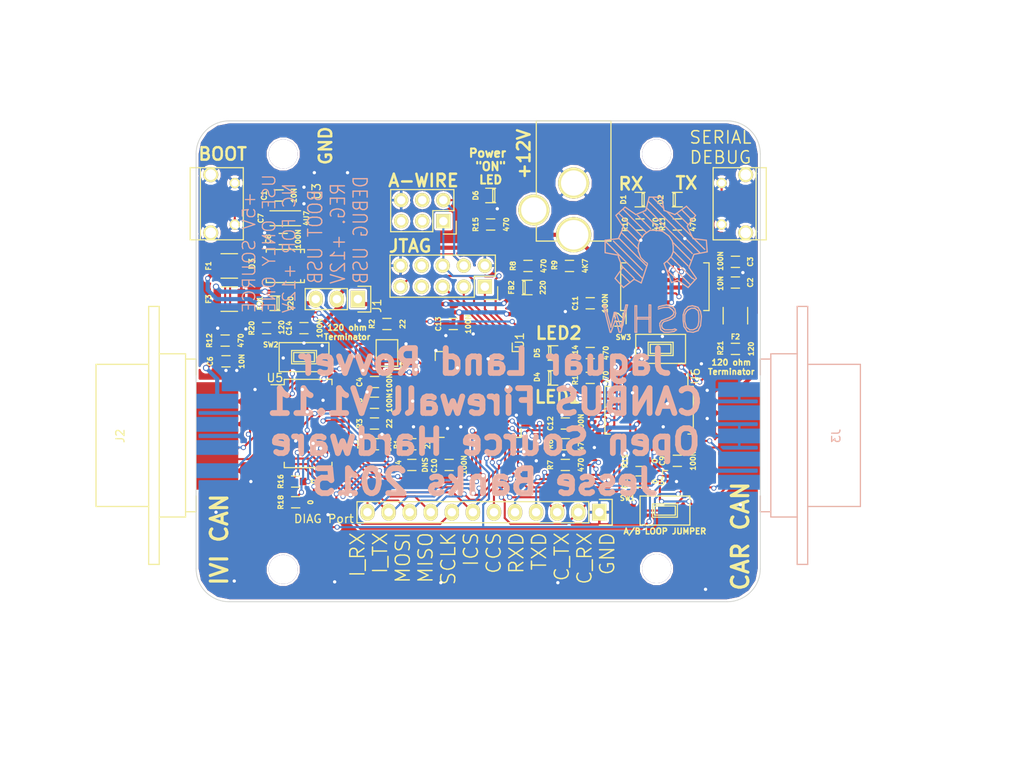
<source format=kicad_pcb>
(kicad_pcb (version 4) (host pcbnew "(2015-07-11 BZR 5925, Git c291b88)-product")
  (layers (0 F.Cu signal) (31 B.Cu signal) (34 B.Paste user) (35 F.Paste user) (36 B.SilkS user hide) (37 F.SilkS user) (38 B.Mask user) (39 F.Mask user) (44 Edge.Cuts user))
  (net 0 "")
  (net 1 "Net-(C1-Pad1)")
  (net 2 GND)
  (net 3 "Net-(C2-Pad1)")
  (net 4 "Net-(C3-Pad1)")
  (net 5 +12V)
  (net 6 +5V)
  (net 7 LOOP_A)
  (net 8 LOOP_B)
  (net 9 IVI_CANH)
  (net 10 IVI_CANL)
  (net 11 CAR_CANH)
  (net 12 CAR_CANL)
  (net 13 "Net-(J2-Pad6)")
  (net 14 ~RESET/A_DATA)
  (net 15 +3V3)
  (net 16 "Net-(C5-Pad1)")
  (net 17 "Net-(C7-Pad1)")
  (net 18 "Net-(F1-Pad1)")
  (net 19 "Net-(F2-Pad1)")
  (net 20 "Net-(R6-Pad2)")
  (net 21 "Net-(R7-Pad2)")
  (net 22 "Net-(R8-Pad1)")
  (net 23 USB5)
  (net 24 "Net-(D1-Pad2)")
  (net 25 "Net-(D2-Pad2)")
  (net 26 "Net-(D4-Pad2)")
  (net 27 "Net-(D5-Pad2)")
  (net 28 "Net-(D6-Pad2)")
  (net 29 VBUS)
  (net 30 TCK)
  (net 31 TDO)
  (net 32 TMS)
  (net 33 TDI)
  (net 34 "Net-(D1-Pad1)")
  (net 35 "Net-(D2-Pad1)")
  (net 36 LED1)
  (net 37 LED2)
  (net 38 USBM)
  (net 39 USBP)
  (net 40 USB-)
  (net 41 USB+)
  (net 42 IVI_CS)
  (net 43 CAR_CS)
  (net 44 MISO)
  (net 45 MOSI)
  (net 46 SCLK)
  (net 47 IVI_RxCAN)
  (net 48 IVI_TxCAN)
  (net 49 CAR_RxCAN)
  (net 50 CAR_TxCAN)
  (net 51 TX_DBG)
  (net 52 RX_DBG)
  (net 53 CLK1)
  (net 54 "Net-(R1-Pad2)")
  (net 55 CLK2)
  (net 56 CLK3)
  (net 57 CLK3_OUT)
  (net 58 CLK2_OUT)
  (net 59 IVI_STBY)
  (net 60 IVI_INT)
  (net 61 IVI_RESET)
  (net 62 CAR_STBY)
  (net 63 CAR_INT)
  (net 64 CAR_RESET)
  (net 65 "Net-(R16-Pad2)")
  (net 66 "Net-(R17-Pad2)")
  (net 67 "Net-(R18-Pad2)")
  (net 68 "Net-(R19-Pad2)")
  (net 69 "Net-(R20-Pad1)")
  (net 70 "Net-(R21-Pad1)")
  (module Mounting_Holes:MountingHole_3-5mm (layer F.Cu) (at 95.5 159)
    (fp_text reference REF** hide)
    (fp_text value MountingHole_3-5mm hide)
    (pad 1 thru_hole circle (at 0 0) (size 3.5 3.5) (drill 3.5) (layers))
  )
  (module Mounting_Holes:MountingHole_3-5mm (layer F.Cu) (at 50.5 159.1)
    (fp_text reference REF** hide)
    (fp_text value MountingHole_3-5mm hide)
    (pad 1 thru_hole circle (at 0 0) (size 3.5 3.5) (drill 3.5) (layers))
  )
  (module Mounting_Holes:MountingHole_3-5mm (layer F.Cu) (at 50.5 109)
    (fp_text reference REF** hide)
    (fp_text value MountingHole_3-5mm hide)
    (pad 1 thru_hole circle (at 0 0) (size 3.5 3.5) (drill 3.5) (layers))
  )
  (module Connect:DB9F_CI (layer F.Cu) (at 40 143 90)
    (fp_text reference J2 (at 0 -9.144 90) (layer F.SilkS))
    (fp_text value DB9 hide)
    (pad 4 connect rect (at 2.794 2.54 90) (size 1.778 5.08) (layers F.Cu F.Mask))
    (pad 3 connect rect (at 0 2.54 90) (size 1.778 5.08) (layers F.Cu F.Mask) (net 2 GND))
    (pad 2 connect rect (at -2.794 2.54 90) (size 1.778 5.08) (layers F.Cu F.Mask) (net 10 IVI_CANL))
    (pad 1 connect rect (at -5.588 2.54 90) (size 1.778 5.08) (layers F.Cu F.Mask) (net 14 ~RESET/A_DATA))
    (pad 5 connect rect (at 5.588 2.54 90) (size 1.778 5.08) (layers F.Cu F.Mask) (net 2 GND))
    (pad 6 connect rect (at -4.191 2.54 90) (size 1.778 5.08) (layers B.Cu B.Mask) (net 13 "Net-(J2-Pad6)"))
    (pad 7 connect rect (at -1.397 2.54 90) (size 1.778 5.08) (layers B.Cu B.Mask) (net 9 IVI_CANH))
    (pad 8 connect rect (at 1.397 2.54 90) (size 1.778 5.08) (layers B.Cu B.Mask))
    (pad 9 connect rect (at 4.191 2.54 90) (size 1.778 5.08) (layers B.Cu B.Mask) (net 5 +12V))
  )
  (module "Custom Parts:R_0603_sm" (layer F.Cu) (at 50 114)
    (fp_text reference C1 (at -1.8 0 90) (layer F.SilkS) (effects (font (size 0.6 0.6))))
    (fp_text value 10N (at 1.8 0 90) (layer F.SilkS) (effects (font (size 0.6 0.6))))
    (pad 1 smd rect (at -0.9 0) (size 0.8 0.9) (layers F.Cu F.Paste F.Mask) (net 1 "Net-(C1-Pad1)"))
    (pad 2 smd rect (at 0.9 0) (size 0.8 0.9) (layers F.Cu F.Paste F.Mask) (net 2 GND))
  )
  (module "Custom Parts:R_0603_sm" (layer F.Cu) (at 105 124.5)
    (fp_text reference C2 (at 1.8 0 90) (layer F.SilkS) (effects (font (size 0.6 0.6))))
    (fp_text value 10N (at -1.8 0.1 90) (layer F.SilkS) (effects (font (size 0.6 0.6))))
    (pad 1 smd rect (at -0.9 0) (size 0.8 0.9) (layers F.Cu F.Paste F.Mask) (net 3 "Net-(C2-Pad1)"))
    (pad 2 smd rect (at 0.9 0) (size 0.8 0.9) (layers F.Cu F.Paste F.Mask) (net 2 GND))
  )
  (module "Custom Parts:R_0603_sm" (layer F.Cu) (at 105 122)
    (fp_text reference C3 (at 1.8 0 90) (layer F.SilkS) (effects (font (size 0.6 0.6))))
    (fp_text value 100N (at -1.8 -0.1 90) (layer F.SilkS) (effects (font (size 0.6 0.6))))
    (pad 1 smd rect (at -0.9 0) (size 0.8 0.9) (layers F.Cu F.Paste F.Mask) (net 4 "Net-(C3-Pad1)"))
    (pad 2 smd rect (at 0.9 0) (size 0.8 0.9) (layers F.Cu F.Paste F.Mask) (net 2 GND))
  )
  (module "Custom Parts:R_0603_sm" (layer F.Cu) (at 61.5 136.5 180)
    (fp_text reference C4 (at 1.8 0 270) (layer F.SilkS) (effects (font (size 0.6 0.6))))
    (fp_text value 100N (at -1.8 -0.1 270) (layer F.SilkS) (effects (font (size 0.6 0.6))))
    (pad 1 smd rect (at -0.9 0 180) (size 0.8 0.9) (layers F.Cu F.Paste F.Mask) (net 15 +3V3))
    (pad 2 smd rect (at 0.9 0 180) (size 0.8 0.9) (layers F.Cu F.Paste F.Mask) (net 2 GND))
  )
  (module "Custom Parts:R_0603_sm" (layer F.Cu) (at 61.5 139 180)
    (fp_text reference C5 (at 1.8 0 270) (layer F.SilkS) (effects (font (size 0.6 0.6))))
    (fp_text value 100N (at -1.8 0 270) (layer F.SilkS) (effects (font (size 0.6 0.6))))
    (pad 1 smd rect (at -0.9 0 180) (size 0.8 0.9) (layers F.Cu F.Paste F.Mask) (net 16 "Net-(C5-Pad1)"))
    (pad 2 smd rect (at 0.9 0 180) (size 0.8 0.9) (layers F.Cu F.Paste F.Mask) (net 2 GND))
  )
  (module "Custom Parts:R_0603_sm" (layer F.Cu) (at 43.6 134)
    (fp_text reference C6 (at -1.9 0 90) (layer F.SilkS) (effects (font (size 0.6 0.6))))
    (fp_text value 10N (at 1.9 0 90) (layer F.SilkS) (effects (font (size 0.6 0.6))))
    (pad 1 smd rect (at -0.9 0) (size 0.8 0.9) (layers F.Cu F.Paste F.Mask) (net 5 +12V))
    (pad 2 smd rect (at 0.9 0) (size 0.8 0.9) (layers F.Cu F.Paste F.Mask) (net 2 GND))
  )
  (module Capacitors_Tantalum_SMD:TantalC_SizeA_EIA-3216_Reflow (layer F.Cu) (at 50.5 116.75 180)
    (fp_text reference C7 (at 2.7 0 270) (layer F.SilkS) (effects (font (size 0.6 0.6))))
    (fp_text value 4U7 (at -2.8 0 270) (layer F.SilkS) (effects (font (size 0.6 0.6))))
    (pad 2 smd rect (at 1.31 0 180) (size 1.8 1.23) (layers F.Cu F.Paste F.Mask) (net 2 GND))
    (pad 1 smd rect (at -1.31 0 180) (size 1.8 1.23) (layers F.Cu F.Paste F.Mask) (net 17 "Net-(C7-Pad1)"))
  )
  (module "Custom Parts:R_0603_sm" (layer F.Cu) (at 50.5 119.25 180)
    (fp_text reference C8 (at 1.8 0 270) (layer F.SilkS) (effects (font (size 0.6 0.6))))
    (fp_text value 100N (at -1.8 0 270) (layer F.SilkS) (effects (font (size 0.6 0.6))))
    (pad 1 smd rect (at -0.9 0 180) (size 0.8 0.9) (layers F.Cu F.Paste F.Mask) (net 17 "Net-(C7-Pad1)"))
    (pad 2 smd rect (at 0.9 0 180) (size 0.8 0.9) (layers F.Cu F.Paste F.Mask) (net 2 GND))
  )
  (module "Custom Parts:R_0603_sm" (layer F.Cu) (at 98 146 180)
    (fp_text reference C9 (at 1.8 0 270) (layer F.SilkS) (effects (font (size 0.6 0.6))))
    (fp_text value 100N (at -1.9 0 270) (layer F.SilkS) (effects (font (size 0.6 0.6))))
    (pad 1 smd rect (at -0.9 0 180) (size 0.8 0.9) (layers F.Cu F.Paste F.Mask) (net 6 +5V))
    (pad 2 smd rect (at 0.9 0 180) (size 0.8 0.9) (layers F.Cu F.Paste F.Mask) (net 2 GND))
  )
  (module "Custom Parts:R_0603_sm" (layer F.Cu) (at 70.5 146.5)
    (fp_text reference C10 (at -1.8 0.1 90) (layer F.SilkS) (effects (font (size 0.6 0.6))))
    (fp_text value 100N (at 1.8 0 90) (layer F.SilkS) (effects (font (size 0.6 0.6))))
    (pad 1 smd rect (at -0.9 0) (size 0.8 0.9) (layers F.Cu F.Paste F.Mask) (net 6 +5V))
    (pad 2 smd rect (at 0.9 0) (size 0.8 0.9) (layers F.Cu F.Paste F.Mask) (net 2 GND))
  )
  (module "Custom Parts:R_0603_sm" (layer F.Cu) (at 87.5 127 180)
    (fp_text reference C11 (at 1.8 0 270) (layer F.SilkS) (effects (font (size 0.6 0.6))))
    (fp_text value 100N (at -1.8 0 270) (layer F.SilkS) (effects (font (size 0.6 0.6))))
    (pad 1 smd rect (at -0.9 0 180) (size 0.8 0.9) (layers F.Cu F.Paste F.Mask) (net 6 +5V))
    (pad 2 smd rect (at 0.9 0 180) (size 0.8 0.9) (layers F.Cu F.Paste F.Mask) (net 2 GND))
  )
  (module "Custom Parts:R_0603_sm" (layer F.Cu) (at 84.5 141.5)
    (fp_text reference C12 (at -1.8 0 90) (layer F.SilkS) (effects (font (size 0.6 0.6))))
    (fp_text value 100N (at 1.9 0 90) (layer F.SilkS) (effects (font (size 0.6 0.6))))
    (pad 1 smd rect (at -0.9 0) (size 0.8 0.9) (layers F.Cu F.Paste F.Mask) (net 6 +5V))
    (pad 2 smd rect (at 0.9 0) (size 0.8 0.9) (layers F.Cu F.Paste F.Mask) (net 2 GND))
  )
  (module "Custom Parts:R_1210_SM" (layer F.Cu) (at 44 122.5)
    (fp_text reference F1 (at -2.5 0 90) (layer F.SilkS) (effects (font (size 0.6 0.6))))
    (fp_text value FUSE hide)
    (pad 1 smd rect (at -1.45 0) (size 0.9 2.5) (layers F.Cu F.Paste F.Mask) (net 18 "Net-(F1-Pad1)"))
    (pad 2 smd rect (at 1.45 0) (size 0.9 2.5) (layers F.Cu F.Paste F.Mask) (net 1 "Net-(C1-Pad1)"))
  )
  (module "Custom Parts:R_1210_SM" (layer F.Cu) (at 105 128.5 90)
    (fp_text reference F2 (at -2.54 0 180) (layer F.SilkS) (effects (font (size 0.6 0.6))))
    (fp_text value FUSE hide)
    (pad 1 smd rect (at -1.45 0 90) (size 0.9 2.5) (layers F.Cu F.Paste F.Mask) (net 19 "Net-(F2-Pad1)"))
    (pad 2 smd rect (at 1.45 0 90) (size 0.9 2.5) (layers F.Cu F.Paste F.Mask) (net 3 "Net-(C2-Pad1)"))
  )
  (module "Custom Parts:R_1210_SM" (layer F.Cu) (at 44 126.5)
    (fp_text reference F3 (at -2.5 0 90) (layer F.SilkS) (effects (font (size 0.6 0.6))))
    (fp_text value FUSE hide)
    (pad 1 smd rect (at -1.45 0) (size 0.9 2.5) (layers F.Cu F.Paste F.Mask) (net 5 +12V))
    (pad 2 smd rect (at 1.45 0) (size 0.9 2.5) (layers F.Cu F.Paste F.Mask) (net 17 "Net-(C7-Pad1)"))
  )
  (module "Custom Parts:R_0603_sm" (layer F.Cu) (at 84.5 144 180)
    (fp_text reference R6 (at 1.8 0 270) (layer F.SilkS) (effects (font (size 0.6 0.6))))
    (fp_text value 470 (at -1.9 0 270) (layer F.SilkS) (effects (font (size 0.6 0.6))))
    (pad 1 smd rect (at -0.9 0 180) (size 0.8 0.9) (layers F.Cu F.Paste F.Mask) (net 8 LOOP_B))
    (pad 2 smd rect (at 0.9 0 180) (size 0.8 0.9) (layers F.Cu F.Paste F.Mask) (net 20 "Net-(R6-Pad2)"))
  )
  (module "Custom Parts:R_0603_sm" (layer F.Cu) (at 84.5 146.5 180)
    (fp_text reference R7 (at 1.8 0 270) (layer F.SilkS) (effects (font (size 0.6 0.6))))
    (fp_text value 470 (at -1.9 0 270) (layer F.SilkS) (effects (font (size 0.6 0.6))))
    (pad 1 smd rect (at -0.9 0 180) (size 0.8 0.9) (layers F.Cu F.Paste F.Mask) (net 7 LOOP_A))
    (pad 2 smd rect (at 0.9 0 180) (size 0.8 0.9) (layers F.Cu F.Paste F.Mask) (net 21 "Net-(R7-Pad2)"))
  )
  (module "Custom Parts:R_0603_sm" (layer F.Cu) (at 80 122.5 180)
    (fp_text reference R8 (at 1.8 0 270) (layer F.SilkS) (effects (font (size 0.6 0.6))))
    (fp_text value 470 (at -1.9 0 270) (layer F.SilkS) (effects (font (size 0.6 0.6))))
    (pad 1 smd rect (at -0.9 0 180) (size 0.8 0.9) (layers F.Cu F.Paste F.Mask) (net 22 "Net-(R8-Pad1)"))
    (pad 2 smd rect (at 0.9 0 180) (size 0.8 0.9) (layers F.Cu F.Paste F.Mask) (net 23 USB5))
  )
  (module "Custom Parts:R_0603_sm" (layer F.Cu) (at 85 122.5)
    (fp_text reference R9 (at -1.8 -0.1 90) (layer F.SilkS) (effects (font (size 0.6 0.6))))
    (fp_text value 4K7 (at 1.9 0 90) (layer F.SilkS) (effects (font (size 0.6 0.6))))
    (pad 1 smd rect (at -0.9 0) (size 0.8 0.9) (layers F.Cu F.Paste F.Mask) (net 22 "Net-(R8-Pad1)"))
    (pad 2 smd rect (at 0.9 0) (size 0.8 0.9) (layers F.Cu F.Paste F.Mask) (net 2 GND))
  )
  (module "Custom Parts:R_0603_sm" (layer F.Cu) (at 93.5 117.5)
    (fp_text reference R10 (at -1.8 0 90) (layer F.SilkS) (effects (font (size 0.6 0.6))))
    (fp_text value 470 (at 1.9 0 90) (layer F.SilkS) (effects (font (size 0.6 0.6))))
    (pad 1 smd rect (at -0.9 0) (size 0.8 0.9) (layers F.Cu F.Paste F.Mask) (net 24 "Net-(D1-Pad2)"))
    (pad 2 smd rect (at 0.9 0) (size 0.8 0.9) (layers F.Cu F.Paste F.Mask) (net 6 +5V))
  )
  (module "Custom Parts:R_0603_sm" (layer F.Cu) (at 98 117.5 180)
    (fp_text reference R11 (at 1.8 0.1 270) (layer F.SilkS) (effects (font (size 0.6 0.6))))
    (fp_text value 470 (at -1.9 0 270) (layer F.SilkS) (effects (font (size 0.6 0.6))))
    (pad 1 smd rect (at -0.9 0 180) (size 0.8 0.9) (layers F.Cu F.Paste F.Mask) (net 25 "Net-(D2-Pad2)"))
    (pad 2 smd rect (at 0.9 0 180) (size 0.8 0.9) (layers F.Cu F.Paste F.Mask) (net 6 +5V))
  )
  (module "Custom Parts:R_0603_sm" (layer F.Cu) (at 43.5 131.5)
    (fp_text reference R12 (at -1.9 0 90) (layer F.SilkS) (effects (font (size 0.6 0.6))))
    (fp_text value 470 (at 1.9 0 90) (layer F.SilkS) (effects (font (size 0.6 0.6))))
    (pad 1 smd rect (at -0.9 0) (size 0.8 0.9) (layers F.Cu F.Paste F.Mask) (net 13 "Net-(J2-Pad6)"))
    (pad 2 smd rect (at 0.9 0) (size 0.8 0.9) (layers F.Cu F.Paste F.Mask) (net 6 +5V))
  )
  (module "Custom Parts:R_0603_sm" (layer F.Cu) (at 87.5 136)
    (fp_text reference R13 (at -1.8 0 90) (layer F.SilkS) (effects (font (size 0.6 0.6))))
    (fp_text value 470 (at 1.9 0 90) (layer F.SilkS) (effects (font (size 0.6 0.6))))
    (pad 1 smd rect (at -0.9 0) (size 0.8 0.9) (layers F.Cu F.Paste F.Mask) (net 26 "Net-(D4-Pad2)"))
    (pad 2 smd rect (at 0.9 0) (size 0.8 0.9) (layers F.Cu F.Paste F.Mask) (net 6 +5V))
  )
  (module "Custom Parts:R_0603_sm" (layer F.Cu) (at 87.5 133)
    (fp_text reference R14 (at -1.8 -0.1 90) (layer F.SilkS) (effects (font (size 0.6 0.6))))
    (fp_text value 470 (at 1.9 0 90) (layer F.SilkS) (effects (font (size 0.6 0.6))))
    (pad 1 smd rect (at -0.9 0) (size 0.8 0.9) (layers F.Cu F.Paste F.Mask) (net 27 "Net-(D5-Pad2)"))
    (pad 2 smd rect (at 0.9 0) (size 0.8 0.9) (layers F.Cu F.Paste F.Mask) (net 6 +5V))
  )
  (module "Custom Parts:R_0603_sm" (layer F.Cu) (at 75.5 117.5 180)
    (fp_text reference R15 (at 1.8 0 270) (layer F.SilkS) (effects (font (size 0.6 0.6))))
    (fp_text value 470 (at -1.9 0 270) (layer F.SilkS) (effects (font (size 0.6 0.6))))
    (pad 1 smd rect (at -0.9 0 180) (size 0.8 0.9) (layers F.Cu F.Paste F.Mask) (net 28 "Net-(D6-Pad2)"))
    (pad 2 smd rect (at 0.9 0 180) (size 0.8 0.9) (layers F.Cu F.Paste F.Mask) (net 6 +5V))
  )
  (module Diodes_SMD:D-Pak_TO252AA (layer F.Cu) (at 58.5 118)
    (fp_text reference U3 (at -4 -4.5 90) (layer F.SilkS))
    (fp_text value MC78M05CDT hide)
    (pad 3 smd rect (at 2.18 4.3) (size 1.55 2.78) (layers F.Cu F.Paste F.Mask) (net 6 +5V))
    (pad 4 smd rect (at 0 -2.335) (size 6.74 6.73) (layers F.Cu F.Paste F.Mask) (net 2 GND))
    (pad 1 smd rect (at -2.18 4.3) (size 1.55 2.78) (layers F.Cu F.Paste F.Mask) (net 17 "Net-(C7-Pad1)"))
  )
  (module Housings_SOT-23_SOT-143_TSOT-6:SC-70-6 (layer F.Cu) (at 98 148.5 270)
    (fp_text reference U4 (at -0.1 1.9 450) (layer F.SilkS) (effects (font (size 0.6 0.6))))
    (fp_text value SMF05 hide)
    (pad 1 smd rect (at -0.65024 0.94996 270) (size 0.39878 0.7493) (layers F.Cu F.Paste F.Mask) (net 7 LOOP_A))
    (pad 2 smd rect (at 0 0.94996 270) (size 0.39878 0.7493) (layers F.Cu F.Paste F.Mask) (net 2 GND))
    (pad 3 smd rect (at 0.65024 0.94996 270) (size 0.39878 0.7493) (layers F.Cu F.Paste F.Mask))
    (pad 4 smd rect (at 0.65024 -0.94996 270) (size 0.39878 0.7493) (layers F.Cu F.Paste F.Mask) (net 14 ~RESET/A_DATA))
    (pad 5 smd rect (at 0 -0.94996 270) (size 0.39878 0.7493) (layers F.Cu F.Paste F.Mask))
    (pad 6 smd rect (at -0.65024 -0.94996 270) (size 0.39878 0.7493) (layers F.Cu F.Paste F.Mask) (net 8 LOOP_B))
  )
  (module Socket_Strips:Socket_Strip_Straight_2x05 (layer F.Cu) (at 74.8 125 180)
    (fp_text reference CON2 hide)
    (fp_text value AVR-JTAG-10 hide)
    (pad 1 thru_hole rect (at 0 0 180) (size 1.7272 1.7272) (drill 1.016) (layers *.Cu *.Mask F.SilkS) (net 30 TCK))
    (pad 2 thru_hole oval (at 0 2.54 180) (size 1.7272 1.7272) (drill 1.016) (layers *.Cu *.Mask F.SilkS) (net 2 GND))
    (pad 3 thru_hole oval (at 2.54 0 180) (size 1.7272 1.7272) (drill 1.016) (layers *.Cu *.Mask F.SilkS) (net 31 TDO))
    (pad 4 thru_hole oval (at 2.54 2.54 180) (size 1.7272 1.7272) (drill 1.016) (layers *.Cu *.Mask F.SilkS) (net 6 +5V))
    (pad 5 thru_hole oval (at 5.08 0 180) (size 1.7272 1.7272) (drill 1.016) (layers *.Cu *.Mask F.SilkS) (net 32 TMS))
    (pad 6 thru_hole oval (at 5.08 2.54 180) (size 1.7272 1.7272) (drill 1.016) (layers *.Cu *.Mask F.SilkS) (net 14 ~RESET/A_DATA))
    (pad 7 thru_hole oval (at 7.62 0 180) (size 1.7272 1.7272) (drill 1.016) (layers *.Cu *.Mask F.SilkS))
    (pad 8 thru_hole oval (at 7.62 2.54 180) (size 1.7272 1.7272) (drill 1.016) (layers *.Cu *.Mask F.SilkS))
    (pad 9 thru_hole oval (at 10.16 0 180) (size 1.7272 1.7272) (drill 1.016) (layers *.Cu *.Mask F.SilkS) (net 33 TDI))
    (pad 10 thru_hole oval (at 10.16 2.54 180) (size 1.7272 1.7272) (drill 1.016) (layers *.Cu *.Mask F.SilkS) (net 2 GND))
  )
  (module Socket_Strips:Socket_Strip_Straight_2x03 (layer F.Cu) (at 69.8 117.1 180)
    (fp_text reference CON3 hide)
    (fp_text value AVR-AW-6 hide)
    (pad 1 thru_hole rect (at 0 0 180) (size 1.7272 1.7272) (drill 1.016) (layers *.Cu *.Mask F.SilkS) (net 14 ~RESET/A_DATA))
    (pad 2 thru_hole oval (at 0 2.54 180) (size 1.7272 1.7272) (drill 1.016) (layers *.Cu *.Mask F.SilkS) (net 6 +5V))
    (pad 3 thru_hole oval (at 2.54 0 180) (size 1.7272 1.7272) (drill 1.016) (layers *.Cu *.Mask F.SilkS))
    (pad 4 thru_hole oval (at 2.54 2.54 180) (size 1.7272 1.7272) (drill 1.016) (layers *.Cu *.Mask F.SilkS))
    (pad 5 thru_hole oval (at 5.08 0 180) (size 1.7272 1.7272) (drill 1.016) (layers *.Cu *.Mask F.SilkS))
    (pad 6 thru_hole oval (at 5.08 2.54 180) (size 1.7272 1.7272) (drill 1.016) (layers *.Cu *.Mask F.SilkS) (net 2 GND))
  )
  (module "Custom Parts:Diode_0805_12" (layer F.Cu) (at 93.5 114.5 180)
    (fp_text reference D1 (at 2 0 450) (layer F.SilkS) (effects (font (size 0.6 0.6))))
    (fp_text value RED hide)
    (pad 1 smd rect (at -0.95 0 180) (size 0.7 1.3) (layers F.Cu F.Paste F.Mask) (net 34 "Net-(D1-Pad1)"))
    (pad 2 smd rect (at 0.95 0 180) (size 0.7 1.3) (layers F.Cu F.Paste F.Mask) (net 24 "Net-(D1-Pad2)"))
  )
  (module "Custom Parts:Diode_0805_12" (layer F.Cu) (at 98 114.5)
    (fp_text reference D2 (at -2 0 270) (layer F.SilkS) (effects (font (size 0.6 0.6))))
    (fp_text value BLUE hide)
    (pad 1 smd rect (at -0.95 0) (size 0.7 1.3) (layers F.Cu F.Paste F.Mask) (net 35 "Net-(D2-Pad1)"))
    (pad 2 smd rect (at 0.95 0) (size 0.7 1.3) (layers F.Cu F.Paste F.Mask) (net 25 "Net-(D2-Pad2)"))
  )
  (module "Custom Parts:Diode_0805_12" (layer F.Cu) (at 83 136)
    (fp_text reference D4 (at -1.9 -0.1 90) (layer F.SilkS) (effects (font (size 0.6 0.6))))
    (fp_text value RED hide)
    (pad 1 smd rect (at -0.95 0) (size 0.7 1.3) (layers F.Cu F.Paste F.Mask) (net 36 LED1))
    (pad 2 smd rect (at 0.95 0) (size 0.7 1.3) (layers F.Cu F.Paste F.Mask) (net 26 "Net-(D4-Pad2)"))
  )
  (module "Custom Parts:Diode_0805_12" (layer F.Cu) (at 83 133)
    (fp_text reference D5 (at -1.9 0 90) (layer F.SilkS) (effects (font (size 0.6 0.6))))
    (fp_text value BLUE hide)
    (pad 1 smd rect (at -0.95 0) (size 0.7 1.3) (layers F.Cu F.Paste F.Mask) (net 37 LED2))
    (pad 2 smd rect (at 0.95 0) (size 0.7 1.3) (layers F.Cu F.Paste F.Mask) (net 27 "Net-(D5-Pad2)"))
  )
  (module "Custom Parts:Diode_0805_12" (layer F.Cu) (at 75.5 114 180)
    (fp_text reference D6 (at 1.8 0 270) (layer F.SilkS) (effects (font (size 0.6 0.6))))
    (fp_text value BLUE hide)
    (pad 1 smd rect (at -0.95 0 180) (size 0.7 1.3) (layers F.Cu F.Paste F.Mask) (net 2 GND))
    (pad 2 smd rect (at 0.95 0 180) (size 0.7 1.3) (layers F.Cu F.Paste F.Mask) (net 28 "Net-(D6-Pad2)"))
  )
  (module "Custom Parts:Diode_0805_12_SM" (layer F.Cu) (at 49.5 127 180)
    (fp_text reference FB1 (at 1.8 0 270) (layer F.SilkS) (effects (font (size 0.6 0.6))))
    (fp_text value 220 (at -1.9 0 270) (layer F.SilkS) (effects (font (size 0.6 0.6))))
    (pad 1 smd rect (at -0.95 0 180) (size 0.7 1.3) (layers F.Cu F.Paste F.Mask) (net 29 VBUS))
    (pad 2 smd rect (at 0.95 0 180) (size 0.7 1.3) (layers F.Cu F.Paste F.Mask) (net 18 "Net-(F1-Pad1)"))
  )
  (module "Custom Parts:Diode_0805_12_SM" (layer F.Cu) (at 79.9 125.1)
    (fp_text reference FB2 (at -1.9 0 90) (layer F.SilkS) (effects (font (size 0.6 0.6))))
    (fp_text value 220 (at 1.9 0 90) (layer F.SilkS) (effects (font (size 0.6 0.6))))
    (pad 1 smd rect (at -0.95 0) (size 0.7 1.3) (layers F.Cu F.Paste F.Mask) (net 23 USB5))
    (pad 2 smd rect (at 0.95 0) (size 0.7 1.3) (layers F.Cu F.Paste F.Mask) (net 19 "Net-(F2-Pad1)"))
  )
  (module Socket_Strips:Socket_Strip_Straight_1x03 (layer F.Cu) (at 59.5 126.5 180)
    (fp_text reference J1 (at -2.3 -0.8 270) (layer F.SilkS))
    (fp_text value +5V_SRC hide)
    (pad 1 thru_hole rect (at 0 0 180) (size 1.7272 2.032) (drill 1.016) (layers *.Cu *.Mask F.SilkS) (net 23 USB5))
    (pad 2 thru_hole oval (at 2.54 0 180) (size 1.7272 2.032) (drill 1.016) (layers *.Cu *.Mask F.SilkS) (net 6 +5V))
    (pad 3 thru_hole oval (at 5.08 0 180) (size 1.7272 2.032) (drill 1.016) (layers *.Cu *.Mask F.SilkS) (net 29 VBUS))
  )
  (module "Custom Parts:USB_Micro-B-DX4R005JJ2R1800" (layer F.Cu) (at 40.5 115 270)
    (fp_text reference P1 hide)
    (fp_text value USB_OTG hide)
    (pad 6 thru_hole circle (at -3.5009 -1.26254) (size 1.8 1.8) (drill 1.3) (layers *.Cu *.Mask F.SilkS) (net 2 GND))
    (pad 1 smd rect (at -1.3009 -4.16254) (size 1.35 0.4) (layers F.Cu F.Paste F.Mask) (net 1 "Net-(C1-Pad1)"))
    (pad 2 smd rect (at -0.6509 -4.16254) (size 1.35 0.4) (layers F.Cu F.Paste F.Mask) (net 38 USBM))
    (pad 3 smd rect (at -0.0009 -4.16254) (size 1.35 0.4) (layers F.Cu F.Paste F.Mask) (net 39 USBP))
    (pad 4 smd rect (at 0.6491 -4.16254) (size 1.35 0.4) (layers F.Cu F.Paste F.Mask))
    (pad 5 smd rect (at 1.2991 -4.16254) (size 1.35 0.4) (layers F.Cu F.Paste F.Mask) (net 2 GND))
    (pad 6 thru_hole circle (at -2.5009 -4.16254) (size 1.25 1.25) (drill 0.85) (layers *.Cu *.Mask F.SilkS) (net 2 GND))
    (pad 6 thru_hole circle (at 2.4991 -4.16254) (size 1.25 1.25) (drill 0.85) (layers *.Cu *.Mask F.SilkS) (net 2 GND))
    (pad 6 thru_hole circle (at 3.4991 -1.26254) (size 1.8 1.8) (drill 1.3) (layers *.Cu *.Mask F.SilkS) (net 2 GND))
    (pad 6 smd rect (at -1.65 -1.45 270) (size 1.1 2.1) (layers F.Cu F.Paste F.Mask) (net 2 GND))
    (pad 6 smd rect (at 1.65 -1.45 270) (size 1.1 2.1) (layers F.Cu F.Paste F.Mask) (net 2 GND))
  )
  (module "Custom Parts:USB_Micro-B-DX4R005JJ2R1800" (layer F.Cu) (at 107.5 115 90)
    (fp_text reference P2 hide)
    (fp_text value USB_OTG hide)
    (pad 6 thru_hole circle (at -3.5009 -1.26254 180) (size 1.8 1.8) (drill 1.3) (layers *.Cu *.Mask F.SilkS) (net 2 GND))
    (pad 1 smd rect (at -1.3009 -4.16254 180) (size 1.35 0.4) (layers F.Cu F.Paste F.Mask) (net 3 "Net-(C2-Pad1)"))
    (pad 2 smd rect (at -0.6509 -4.16254 180) (size 1.35 0.4) (layers F.Cu F.Paste F.Mask) (net 40 USB-))
    (pad 3 smd rect (at -0.0009 -4.16254 180) (size 1.35 0.4) (layers F.Cu F.Paste F.Mask) (net 41 USB+))
    (pad 4 smd rect (at 0.6491 -4.16254 180) (size 1.35 0.4) (layers F.Cu F.Paste F.Mask))
    (pad 5 smd rect (at 1.2991 -4.16254 180) (size 1.35 0.4) (layers F.Cu F.Paste F.Mask) (net 2 GND))
    (pad 6 thru_hole circle (at -2.5009 -4.16254 180) (size 1.25 1.25) (drill 0.85) (layers *.Cu *.Mask F.SilkS) (net 2 GND))
    (pad 6 thru_hole circle (at 2.4991 -4.16254 180) (size 1.25 1.25) (drill 0.85) (layers *.Cu *.Mask F.SilkS) (net 2 GND))
    (pad 6 thru_hole circle (at 3.4991 -1.26254 180) (size 1.8 1.8) (drill 1.3) (layers *.Cu *.Mask F.SilkS) (net 2 GND))
    (pad 6 smd rect (at -1.65 -1.45 90) (size 1.1 2.1) (layers F.Cu F.Paste F.Mask) (net 2 GND))
    (pad 6 smd rect (at 1.65 -1.45 90) (size 1.1 2.1) (layers F.Cu F.Paste F.Mask) (net 2 GND))
  )
  (module Socket_Strips:Socket_Strip_Straight_1x12 (layer F.Cu) (at 88.6 152.2 180)
    (fp_text reference P3 hide)
    (fp_text value "DIAG Port" (at 33.2 -0.8 180) (layer F.SilkS))
    (pad 1 thru_hole rect (at 0 0 180) (size 1.7272 2.032) (drill 1.016) (layers *.Cu *.Mask F.SilkS) (net 2 GND))
    (pad 2 thru_hole oval (at 2.54 0 180) (size 1.7272 2.032) (drill 1.016) (layers *.Cu *.Mask F.SilkS) (net 49 CAR_RxCAN))
    (pad 3 thru_hole oval (at 5.08 0 180) (size 1.7272 2.032) (drill 1.016) (layers *.Cu *.Mask F.SilkS) (net 50 CAR_TxCAN))
    (pad 4 thru_hole oval (at 7.62 0 180) (size 1.7272 2.032) (drill 1.016) (layers *.Cu *.Mask F.SilkS) (net 51 TX_DBG))
    (pad 5 thru_hole oval (at 10.16 0 180) (size 1.7272 2.032) (drill 1.016) (layers *.Cu *.Mask F.SilkS) (net 52 RX_DBG))
    (pad 6 thru_hole oval (at 12.7 0 180) (size 1.7272 2.032) (drill 1.016) (layers *.Cu *.Mask F.SilkS) (net 43 CAR_CS))
    (pad 7 thru_hole oval (at 15.24 0 180) (size 1.7272 2.032) (drill 1.016) (layers *.Cu *.Mask F.SilkS) (net 42 IVI_CS))
    (pad 8 thru_hole oval (at 17.78 0 180) (size 1.7272 2.032) (drill 1.016) (layers *.Cu *.Mask F.SilkS) (net 46 SCLK))
    (pad 9 thru_hole oval (at 20.32 0 180) (size 1.7272 2.032) (drill 1.016) (layers *.Cu *.Mask F.SilkS) (net 44 MISO))
    (pad 10 thru_hole oval (at 22.86 0 180) (size 1.7272 2.032) (drill 1.016) (layers *.Cu *.Mask F.SilkS) (net 45 MOSI))
    (pad 11 thru_hole oval (at 25.4 0 180) (size 1.7272 2.032) (drill 1.016) (layers *.Cu *.Mask F.SilkS) (net 48 IVI_TxCAN))
    (pad 12 thru_hole oval (at 27.94 0 180) (size 1.7272 2.032) (drill 1.016) (layers *.Cu *.Mask F.SilkS) (net 47 IVI_RxCAN))
  )
  (module "Custom Parts:R_0603_sm" (layer F.Cu) (at 66 144 180)
    (fp_text reference R1 (at 1.8 0 270) (layer F.SilkS) (effects (font (size 0.6 0.6))))
    (fp_text value 22 (at -1.9 0 270) (layer F.SilkS) (effects (font (size 0.6 0.6))))
    (pad 1 smd rect (at -0.9 0 180) (size 0.8 0.9) (layers F.Cu F.Paste F.Mask) (net 53 CLK1))
    (pad 2 smd rect (at 0.9 0 180) (size 0.8 0.9) (layers F.Cu F.Paste F.Mask) (net 54 "Net-(R1-Pad2)"))
  )
  (module "Custom Parts:R_0603_sm" (layer F.Cu) (at 63 129.5 180)
    (fp_text reference R2 (at 1.8 0 270) (layer F.SilkS) (effects (font (size 0.6 0.6))))
    (fp_text value 22 (at -1.9 0 270) (layer F.SilkS) (effects (font (size 0.6 0.6))))
    (pad 1 smd rect (at -0.9 0 180) (size 0.8 0.9) (layers F.Cu F.Paste F.Mask) (net 55 CLK2))
    (pad 2 smd rect (at 0.9 0 180) (size 0.8 0.9) (layers F.Cu F.Paste F.Mask) (net 54 "Net-(R1-Pad2)"))
  )
  (module "Custom Parts:R_0603_sm" (layer F.Cu) (at 61.5 141.5 180)
    (fp_text reference R3 (at 1.8 0 270) (layer F.SilkS) (effects (font (size 0.6 0.6))))
    (fp_text value 22 (at -1.8 0 270) (layer F.SilkS) (effects (font (size 0.6 0.6))))
    (pad 1 smd rect (at -0.9 0 180) (size 0.8 0.9) (layers F.Cu F.Paste F.Mask) (net 56 CLK3))
    (pad 2 smd rect (at 0.9 0 180) (size 0.8 0.9) (layers F.Cu F.Paste F.Mask) (net 54 "Net-(R1-Pad2)"))
  )
  (module "Custom Parts:R_0603_sm" (layer F.Cu) (at 66 146.5 180)
    (fp_text reference R4 (at 1.6 0 270) (layer F.SilkS) (effects (font (size 0.6 0.6))))
    (fp_text value DNS (at -1.6 0 270) (layer F.SilkS) (effects (font (size 0.6 0.6))))
    (pad 1 smd rect (at -0.9 0 180) (size 0.8 0.9) (layers F.Cu F.Paste F.Mask) (net 53 CLK1))
    (pad 2 smd rect (at 0.9 0 180) (size 0.8 0.9) (layers F.Cu F.Paste F.Mask) (net 57 CLK3_OUT))
  )
  (module "Custom Parts:R_0603_sm" (layer F.Cu) (at 61.5 144)
    (fp_text reference R5 (at -1.7 0 90) (layer F.SilkS) (effects (font (size 0.6 0.6))))
    (fp_text value DNS (at 1.7 0 90) (layer F.SilkS) (effects (font (size 0.6 0.6))))
    (pad 1 smd rect (at -0.9 0) (size 0.8 0.9) (layers F.Cu F.Paste F.Mask) (net 56 CLK3))
    (pad 2 smd rect (at 0.9 0) (size 0.8 0.9) (layers F.Cu F.Paste F.Mask) (net 58 CLK2_OUT))
  )
  (module Housings_QFP:LQFP-64_10x10mm_Pitch0.5mm (layer F.Cu) (at 74 138 270)
    (fp_text reference U1 (at -6.5 -5 270) (layer F.SilkS))
    (fp_text value AT32UC3C hide)
    (pad 1 smd rect (at -5.7 -3.75 270) (size 1 0.25) (layers F.Cu F.Paste F.Mask) (net 30 TCK))
    (pad 2 smd rect (at -5.7 -3.25 270) (size 1 0.25) (layers F.Cu F.Paste F.Mask) (net 33 TDI))
    (pad 3 smd rect (at -5.7 -2.75 270) (size 1 0.25) (layers F.Cu F.Paste F.Mask) (net 31 TDO))
    (pad 4 smd rect (at -5.7 -2.25 270) (size 1 0.25) (layers F.Cu F.Paste F.Mask) (net 32 TMS))
    (pad 5 smd rect (at -5.7 -1.75 270) (size 1 0.25) (layers F.Cu F.Paste F.Mask) (net 6 +5V))
    (pad 6 smd rect (at -5.7 -1.25 270) (size 1 0.25) (layers F.Cu F.Paste F.Mask) (net 2 GND))
    (pad 7 smd rect (at -5.7 -0.75 270) (size 1 0.25) (layers F.Cu F.Paste F.Mask))
    (pad 8 smd rect (at -5.7 -0.25 270) (size 1 0.25) (layers F.Cu F.Paste F.Mask))
    (pad 9 smd rect (at -5.7 0.25 270) (size 1 0.25) (layers F.Cu F.Paste F.Mask))
    (pad 10 smd rect (at -5.7 0.75 270) (size 1 0.25) (layers F.Cu F.Paste F.Mask))
    (pad 11 smd rect (at -5.7 1.25 270) (size 1 0.25) (layers F.Cu F.Paste F.Mask))
    (pad 12 smd rect (at -5.7 1.75 270) (size 1 0.25) (layers F.Cu F.Paste F.Mask))
    (pad 13 smd rect (at -5.7 2.25 270) (size 1 0.25) (layers F.Cu F.Paste F.Mask))
    (pad 14 smd rect (at -5.7 2.75 270) (size 1 0.25) (layers F.Cu F.Paste F.Mask) (net 6 +5V))
    (pad 15 smd rect (at -5.7 3.25 270) (size 1 0.25) (layers F.Cu F.Paste F.Mask) (net 2 GND))
    (pad 16 smd rect (at -5.7 3.75 270) (size 1 0.25) (layers F.Cu F.Paste F.Mask))
    (pad 17 smd rect (at -3.75 5.7) (size 1 0.25) (layers F.Cu F.Paste F.Mask) (net 2 GND))
    (pad 18 smd rect (at -3.25 5.7) (size 1 0.25) (layers F.Cu F.Paste F.Mask) (net 6 +5V))
    (pad 19 smd rect (at -2.75 5.7) (size 1 0.25) (layers F.Cu F.Paste F.Mask))
    (pad 20 smd rect (at -2.25 5.7) (size 1 0.25) (layers F.Cu F.Paste F.Mask))
    (pad 21 smd rect (at -1.75 5.7) (size 1 0.25) (layers F.Cu F.Paste F.Mask))
    (pad 22 smd rect (at -1.25 5.7) (size 1 0.25) (layers F.Cu F.Paste F.Mask))
    (pad 23 smd rect (at -0.75 5.7) (size 1 0.25) (layers F.Cu F.Paste F.Mask) (net 29 VBUS))
    (pad 24 smd rect (at -0.25 5.7) (size 1 0.25) (layers F.Cu F.Paste F.Mask) (net 38 USBM))
    (pad 25 smd rect (at 0.25 5.7) (size 1 0.25) (layers F.Cu F.Paste F.Mask) (net 39 USBP))
    (pad 26 smd rect (at 0.75 5.7) (size 1 0.25) (layers F.Cu F.Paste F.Mask) (net 2 GND))
    (pad 27 smd rect (at 1.25 5.7) (size 1 0.25) (layers F.Cu F.Paste F.Mask) (net 6 +5V))
    (pad 28 smd rect (at 1.75 5.7) (size 1 0.25) (layers F.Cu F.Paste F.Mask) (net 15 +3V3))
    (pad 29 smd rect (at 2.25 5.7) (size 1 0.25) (layers F.Cu F.Paste F.Mask) (net 16 "Net-(C5-Pad1)"))
    (pad 30 smd rect (at 2.75 5.7) (size 1 0.25) (layers F.Cu F.Paste F.Mask) (net 2 GND))
    (pad 31 smd rect (at 3.25 5.7) (size 1 0.25) (layers F.Cu F.Paste F.Mask) (net 53 CLK1))
    (pad 32 smd rect (at 3.75 5.7) (size 1 0.25) (layers F.Cu F.Paste F.Mask))
    (pad 33 smd rect (at 5.7 3.75 270) (size 1 0.25) (layers F.Cu F.Paste F.Mask))
    (pad 34 smd rect (at 5.7 3.25 270) (size 1 0.25) (layers F.Cu F.Paste F.Mask) (net 60 IVI_INT))
    (pad 35 smd rect (at 5.7 2.75 270) (size 1 0.25) (layers F.Cu F.Paste F.Mask) (net 6 +5V))
    (pad 36 smd rect (at 5.7 2.25 270) (size 1 0.25) (layers F.Cu F.Paste F.Mask) (net 2 GND))
    (pad 37 smd rect (at 5.7 1.75 270) (size 1 0.25) (layers F.Cu F.Paste F.Mask) (net 61 IVI_RESET))
    (pad 38 smd rect (at 5.7 1.25 270) (size 1 0.25) (layers F.Cu F.Paste F.Mask) (net 59 IVI_STBY))
    (pad 39 smd rect (at 5.7 0.75 270) (size 1 0.25) (layers F.Cu F.Paste F.Mask) (net 47 IVI_RxCAN))
    (pad 40 smd rect (at 5.7 0.25 270) (size 1 0.25) (layers F.Cu F.Paste F.Mask) (net 48 IVI_TxCAN))
    (pad 41 smd rect (at 5.7 -0.25 270) (size 1 0.25) (layers F.Cu F.Paste F.Mask) (net 42 IVI_CS))
    (pad 42 smd rect (at 5.7 -0.75 270) (size 1 0.25) (layers F.Cu F.Paste F.Mask))
    (pad 43 smd rect (at 5.7 -1.25 270) (size 1 0.25) (layers F.Cu F.Paste F.Mask) (net 21 "Net-(R7-Pad2)"))
    (pad 44 smd rect (at 5.7 -1.75 270) (size 1 0.25) (layers F.Cu F.Paste F.Mask) (net 20 "Net-(R6-Pad2)"))
    (pad 45 smd rect (at 5.7 -2.25 270) (size 1 0.25) (layers F.Cu F.Paste F.Mask) (net 49 CAR_RxCAN))
    (pad 46 smd rect (at 5.7 -2.75 270) (size 1 0.25) (layers F.Cu F.Paste F.Mask) (net 50 CAR_TxCAN))
    (pad 47 smd rect (at 5.7 -3.25 270) (size 1 0.25) (layers F.Cu F.Paste F.Mask) (net 45 MOSI))
    (pad 48 smd rect (at 5.7 -3.75 270) (size 1 0.25) (layers F.Cu F.Paste F.Mask) (net 44 MISO))
    (pad 49 smd rect (at 3.75 -5.7) (size 1 0.25) (layers F.Cu F.Paste F.Mask) (net 46 SCLK))
    (pad 50 smd rect (at 3.25 -5.7) (size 1 0.25) (layers F.Cu F.Paste F.Mask) (net 43 CAR_CS))
    (pad 51 smd rect (at 2.75 -5.7) (size 1 0.25) (layers F.Cu F.Paste F.Mask) (net 6 +5V))
    (pad 52 smd rect (at 2.25 -5.7) (size 1 0.25) (layers F.Cu F.Paste F.Mask) (net 2 GND))
    (pad 53 smd rect (at 1.75 -5.7) (size 1 0.25) (layers F.Cu F.Paste F.Mask) (net 51 TX_DBG))
    (pad 54 smd rect (at 1.25 -5.7) (size 1 0.25) (layers F.Cu F.Paste F.Mask) (net 52 RX_DBG))
    (pad 55 smd rect (at 0.75 -5.7) (size 1 0.25) (layers F.Cu F.Paste F.Mask) (net 64 CAR_RESET))
    (pad 56 smd rect (at 0.25 -5.7) (size 1 0.25) (layers F.Cu F.Paste F.Mask) (net 62 CAR_STBY))
    (pad 57 smd rect (at -0.25 -5.7) (size 1 0.25) (layers F.Cu F.Paste F.Mask) (net 63 CAR_INT))
    (pad 58 smd rect (at -0.75 -5.7) (size 1 0.25) (layers F.Cu F.Paste F.Mask) (net 36 LED1))
    (pad 59 smd rect (at -1.25 -5.7) (size 1 0.25) (layers F.Cu F.Paste F.Mask) (net 37 LED2))
    (pad 60 smd rect (at -1.75 -5.7) (size 1 0.25) (layers F.Cu F.Paste F.Mask))
    (pad 61 smd rect (at -2.25 -5.7) (size 1 0.25) (layers F.Cu F.Paste F.Mask))
    (pad 62 smd rect (at -2.75 -5.7) (size 1 0.25) (layers F.Cu F.Paste F.Mask))
    (pad 63 smd rect (at -3.25 -5.7) (size 1 0.25) (layers F.Cu F.Paste F.Mask))
    (pad 64 smd rect (at -3.75 -5.7) (size 1 0.25) (layers F.Cu F.Paste F.Mask) (net 14 ~RESET/A_DATA))
  )
  (module Housings_SSOP:SSOP-28_5.3x10.2mm_Pitch0.65mm (layer F.Cu) (at 96.5 125 90)
    (fp_text reference U2 (at -4 -5.5 90) (layer F.SilkS))
    (fp_text value FT232RL-SSOP hide)
    (pad 1 smd rect (at -3.6 -4.225 90) (size 1.75 0.45) (layers F.Cu F.Paste F.Mask) (net 52 RX_DBG))
    (pad 2 smd rect (at -3.6 -3.575 90) (size 1.75 0.45) (layers F.Cu F.Paste F.Mask))
    (pad 3 smd rect (at -3.6 -2.925 90) (size 1.75 0.45) (layers F.Cu F.Paste F.Mask))
    (pad 4 smd rect (at -3.6 -2.275 90) (size 1.75 0.45) (layers F.Cu F.Paste F.Mask) (net 6 +5V))
    (pad 5 smd rect (at -3.6 -1.625 90) (size 1.75 0.45) (layers F.Cu F.Paste F.Mask) (net 51 TX_DBG))
    (pad 6 smd rect (at -3.6 -0.975 90) (size 1.75 0.45) (layers F.Cu F.Paste F.Mask))
    (pad 7 smd rect (at -3.6 -0.325 90) (size 1.75 0.45) (layers F.Cu F.Paste F.Mask) (net 2 GND))
    (pad 8 smd rect (at -3.6 0.325 90) (size 1.75 0.45) (layers F.Cu F.Paste F.Mask))
    (pad 9 smd rect (at -3.6 0.975 90) (size 1.75 0.45) (layers F.Cu F.Paste F.Mask))
    (pad 10 smd rect (at -3.6 1.625 90) (size 1.75 0.45) (layers F.Cu F.Paste F.Mask))
    (pad 11 smd rect (at -3.6 2.275 90) (size 1.75 0.45) (layers F.Cu F.Paste F.Mask))
    (pad 12 smd rect (at -3.6 2.925 90) (size 1.75 0.45) (layers F.Cu F.Paste F.Mask))
    (pad 13 smd rect (at -3.6 3.575 90) (size 1.75 0.45) (layers F.Cu F.Paste F.Mask))
    (pad 14 smd rect (at -3.6 4.225 90) (size 1.75 0.45) (layers F.Cu F.Paste F.Mask))
    (pad 15 smd rect (at 3.6 4.225 90) (size 1.75 0.45) (layers F.Cu F.Paste F.Mask) (net 41 USB+))
    (pad 16 smd rect (at 3.6 3.575 90) (size 1.75 0.45) (layers F.Cu F.Paste F.Mask) (net 40 USB-))
    (pad 17 smd rect (at 3.6 2.925 90) (size 1.75 0.45) (layers F.Cu F.Paste F.Mask) (net 4 "Net-(C3-Pad1)"))
    (pad 18 smd rect (at 3.6 2.275 90) (size 1.75 0.45) (layers F.Cu F.Paste F.Mask) (net 2 GND))
    (pad 19 smd rect (at 3.6 1.625 90) (size 1.75 0.45) (layers F.Cu F.Paste F.Mask) (net 22 "Net-(R8-Pad1)"))
    (pad 20 smd rect (at 3.6 0.975 90) (size 1.75 0.45) (layers F.Cu F.Paste F.Mask) (net 6 +5V))
    (pad 21 smd rect (at 3.6 0.325 90) (size 1.75 0.45) (layers F.Cu F.Paste F.Mask) (net 2 GND))
    (pad 22 smd rect (at 3.6 -0.325 90) (size 1.75 0.45) (layers F.Cu F.Paste F.Mask) (net 35 "Net-(D2-Pad1)"))
    (pad 23 smd rect (at 3.6 -0.975 90) (size 1.75 0.45) (layers F.Cu F.Paste F.Mask) (net 34 "Net-(D1-Pad1)"))
    (pad 24 smd rect (at 3.6 -1.625 90) (size 1.75 0.45) (layers F.Cu F.Paste F.Mask))
    (pad 25 smd rect (at 3.6 -2.275 90) (size 1.75 0.45) (layers F.Cu F.Paste F.Mask) (net 2 GND))
    (pad 26 smd rect (at 3.6 -2.925 90) (size 1.75 0.45) (layers F.Cu F.Paste F.Mask) (net 2 GND))
    (pad 27 smd rect (at 3.6 -3.575 90) (size 1.75 0.45) (layers F.Cu F.Paste F.Mask))
    (pad 28 smd rect (at 3.6 -4.225 90) (size 1.75 0.45) (layers F.Cu F.Paste F.Mask))
  )
  (module Housings_SSOP:SSOP-28_5.3x10.2mm_Pitch0.65mm (layer F.Cu) (at 53.5 141.5)
    (fp_text reference U5 (at -4 -5.5) (layer F.SilkS))
    (fp_text value MCP25625 hide)
    (pad 1 smd rect (at -3.6 -4.225) (size 1.75 0.45) (layers F.Cu F.Paste F.Mask) (net 6 +5V))
    (pad 2 smd rect (at -3.6 -3.575) (size 1.75 0.45) (layers F.Cu F.Paste F.Mask))
    (pad 3 smd rect (at -3.6 -2.925) (size 1.75 0.45) (layers F.Cu F.Paste F.Mask) (net 9 IVI_CANH))
    (pad 4 smd rect (at -3.6 -2.275) (size 1.75 0.45) (layers F.Cu F.Paste F.Mask) (net 10 IVI_CANL))
    (pad 5 smd rect (at -3.6 -1.625) (size 1.75 0.45) (layers F.Cu F.Paste F.Mask) (net 59 IVI_STBY))
    (pad 6 smd rect (at -3.6 -0.975) (size 1.75 0.45) (layers F.Cu F.Paste F.Mask))
    (pad 7 smd rect (at -3.6 -0.325) (size 1.75 0.45) (layers F.Cu F.Paste F.Mask))
    (pad 8 smd rect (at -3.6 0.325) (size 1.75 0.45) (layers F.Cu F.Paste F.Mask))
    (pad 9 smd rect (at -3.6 0.975) (size 1.75 0.45) (layers F.Cu F.Paste F.Mask) (net 56 CLK3))
    (pad 10 smd rect (at -3.6 1.625) (size 1.75 0.45) (layers F.Cu F.Paste F.Mask) (net 2 GND))
    (pad 11 smd rect (at -3.6 2.275) (size 1.75 0.45) (layers F.Cu F.Paste F.Mask))
    (pad 12 smd rect (at -3.6 2.925) (size 1.75 0.45) (layers F.Cu F.Paste F.Mask))
    (pad 13 smd rect (at -3.6 3.575) (size 1.75 0.45) (layers F.Cu F.Paste F.Mask) (net 60 IVI_INT))
    (pad 14 smd rect (at -3.6 4.225) (size 1.75 0.45) (layers F.Cu F.Paste F.Mask) (net 46 SCLK))
    (pad 15 smd rect (at 3.6 4.225) (size 1.75 0.45) (layers F.Cu F.Paste F.Mask) (net 45 MOSI))
    (pad 16 smd rect (at 3.6 3.575) (size 1.75 0.45) (layers F.Cu F.Paste F.Mask) (net 44 MISO))
    (pad 17 smd rect (at 3.6 2.925) (size 1.75 0.45) (layers F.Cu F.Paste F.Mask) (net 42 IVI_CS))
    (pad 18 smd rect (at 3.6 2.275) (size 1.75 0.45) (layers F.Cu F.Paste F.Mask) (net 61 IVI_RESET))
    (pad 19 smd rect (at 3.6 1.625) (size 1.75 0.45) (layers F.Cu F.Paste F.Mask) (net 6 +5V))
    (pad 20 smd rect (at 3.6 0.975) (size 1.75 0.45) (layers F.Cu F.Paste F.Mask) (net 67 "Net-(R18-Pad2)"))
    (pad 21 smd rect (at 3.6 0.325) (size 1.75 0.45) (layers F.Cu F.Paste F.Mask) (net 65 "Net-(R16-Pad2)"))
    (pad 22 smd rect (at 3.6 -0.325) (size 1.75 0.45) (layers F.Cu F.Paste F.Mask) (net 57 CLK3_OUT))
    (pad 23 smd rect (at 3.6 -0.975) (size 1.75 0.45) (layers F.Cu F.Paste F.Mask))
    (pad 24 smd rect (at 3.6 -1.625) (size 1.75 0.45) (layers F.Cu F.Paste F.Mask) (net 48 IVI_TxCAN))
    (pad 25 smd rect (at 3.6 -2.275) (size 1.75 0.45) (layers F.Cu F.Paste F.Mask))
    (pad 26 smd rect (at 3.6 -2.925) (size 1.75 0.45) (layers F.Cu F.Paste F.Mask) (net 2 GND))
    (pad 27 smd rect (at 3.6 -3.575) (size 1.75 0.45) (layers F.Cu F.Paste F.Mask) (net 6 +5V))
    (pad 28 smd rect (at 3.6 -4.225) (size 1.75 0.45) (layers F.Cu F.Paste F.Mask) (net 47 IVI_RxCAN))
  )
  (module Housings_SSOP:SSOP-28_5.3x10.2mm_Pitch0.65mm (layer F.Cu) (at 94.6 139.9 270)
    (fp_text reference U6 (at -4.1 -5.6 270) (layer F.SilkS))
    (fp_text value MCP25625 hide)
    (pad 1 smd rect (at -3.6 -4.225 270) (size 1.75 0.45) (layers F.Cu F.Paste F.Mask) (net 6 +5V))
    (pad 2 smd rect (at -3.6 -3.575 270) (size 1.75 0.45) (layers F.Cu F.Paste F.Mask))
    (pad 3 smd rect (at -3.6 -2.925 270) (size 1.75 0.45) (layers F.Cu F.Paste F.Mask) (net 11 CAR_CANH))
    (pad 4 smd rect (at -3.6 -2.275 270) (size 1.75 0.45) (layers F.Cu F.Paste F.Mask) (net 12 CAR_CANL))
    (pad 5 smd rect (at -3.6 -1.625 270) (size 1.75 0.45) (layers F.Cu F.Paste F.Mask) (net 62 CAR_STBY))
    (pad 6 smd rect (at -3.6 -0.975 270) (size 1.75 0.45) (layers F.Cu F.Paste F.Mask))
    (pad 7 smd rect (at -3.6 -0.325 270) (size 1.75 0.45) (layers F.Cu F.Paste F.Mask))
    (pad 8 smd rect (at -3.6 0.325 270) (size 1.75 0.45) (layers F.Cu F.Paste F.Mask))
    (pad 9 smd rect (at -3.6 0.975 270) (size 1.75 0.45) (layers F.Cu F.Paste F.Mask) (net 55 CLK2))
    (pad 10 smd rect (at -3.6 1.625 270) (size 1.75 0.45) (layers F.Cu F.Paste F.Mask) (net 2 GND))
    (pad 11 smd rect (at -3.6 2.275 270) (size 1.75 0.45) (layers F.Cu F.Paste F.Mask))
    (pad 12 smd rect (at -3.6 2.925 270) (size 1.75 0.45) (layers F.Cu F.Paste F.Mask))
    (pad 13 smd rect (at -3.6 3.575 270) (size 1.75 0.45) (layers F.Cu F.Paste F.Mask) (net 63 CAR_INT))
    (pad 14 smd rect (at -3.6 4.225 270) (size 1.75 0.45) (layers F.Cu F.Paste F.Mask) (net 46 SCLK))
    (pad 15 smd rect (at 3.6 4.225 270) (size 1.75 0.45) (layers F.Cu F.Paste F.Mask) (net 45 MOSI))
    (pad 16 smd rect (at 3.6 3.575 270) (size 1.75 0.45) (layers F.Cu F.Paste F.Mask) (net 44 MISO))
    (pad 17 smd rect (at 3.6 2.925 270) (size 1.75 0.45) (layers F.Cu F.Paste F.Mask) (net 43 CAR_CS))
    (pad 18 smd rect (at 3.6 2.275 270) (size 1.75 0.45) (layers F.Cu F.Paste F.Mask) (net 64 CAR_RESET))
    (pad 19 smd rect (at 3.6 1.625 270) (size 1.75 0.45) (layers F.Cu F.Paste F.Mask) (net 6 +5V))
    (pad 20 smd rect (at 3.6 0.975 270) (size 1.75 0.45) (layers F.Cu F.Paste F.Mask) (net 68 "Net-(R19-Pad2)"))
    (pad 21 smd rect (at 3.6 0.325 270) (size 1.75 0.45) (layers F.Cu F.Paste F.Mask) (net 66 "Net-(R17-Pad2)"))
    (pad 22 smd rect (at 3.6 -0.325 270) (size 1.75 0.45) (layers F.Cu F.Paste F.Mask) (net 58 CLK2_OUT))
    (pad 23 smd rect (at 3.6 -0.975 270) (size 1.75 0.45) (layers F.Cu F.Paste F.Mask))
    (pad 24 smd rect (at 3.6 -1.625 270) (size 1.75 0.45) (layers F.Cu F.Paste F.Mask) (net 50 CAR_TxCAN))
    (pad 25 smd rect (at 3.6 -2.275 270) (size 1.75 0.45) (layers F.Cu F.Paste F.Mask))
    (pad 26 smd rect (at 3.6 -2.925 270) (size 1.75 0.45) (layers F.Cu F.Paste F.Mask) (net 2 GND))
    (pad 27 smd rect (at 3.6 -3.575 270) (size 1.75 0.45) (layers F.Cu F.Paste F.Mask) (net 6 +5V))
    (pad 28 smd rect (at 3.6 -4.225 270) (size 1.75 0.45) (layers F.Cu F.Paste F.Mask) (net 49 CAR_RxCAN))
  )
  (module "Custom Parts:TXC" (layer F.Cu) (at 63 133 90)
    (fp_text reference X1 (at -1.2 2.2 90) (layer F.SilkS) (effects (font (size 0.6 0.6))))
    (fp_text value TXC hide)
    (pad 1 smd rect (at -1.1 0.9 90) (size 1.4 1.2) (layers F.Cu F.Paste F.Mask) (net 15 +3V3))
    (pad 2 smd rect (at 1.1 0.9 90) (size 1.4 1.2) (layers F.Cu F.Paste F.Mask) (net 2 GND))
    (pad 3 smd rect (at 1.1 -0.9 90) (size 1.4 1.2) (layers F.Cu F.Paste F.Mask) (net 54 "Net-(R1-Pad2)"))
    (pad 4 smd rect (at -1.1 -0.9 90) (size 1.4 1.2) (layers F.Cu F.Paste F.Mask) (net 15 +3V3))
  )
  (module "Custom Parts:SW_SPST_FSMSM_SM" (layer F.Cu) (at 96.5 152)
    (fp_text reference SW1 (at -4.5 -1.5) (layer F.SilkS) (effects (font (size 0.6 0.6))))
    (fp_text value SPST hide)
    (pad 1 smd rect (at -4.60243 -0.00232) (size 2.18 1.6) (layers F.Cu F.Paste F.Mask) (net 8 LOOP_B))
    (pad 2 smd rect (at 4.60243 0.00232) (size 2.18 1.6) (layers F.Cu F.Paste F.Mask) (net 7 LOOP_A))
  )
  (module "Custom Parts:R_0603_sm" (layer F.Cu) (at 71 129.5 180)
    (fp_text reference C13 (at 1.8 0 270) (layer F.SilkS) (effects (font (size 0.6 0.6))))
    (fp_text value 100N (at -1.8 0 270) (layer F.SilkS) (effects (font (size 0.6 0.6))))
    (pad 1 smd rect (at -0.9 0 180) (size 0.8 0.9) (layers F.Cu F.Paste F.Mask) (net 6 +5V))
    (pad 2 smd rect (at 0.9 0 180) (size 0.8 0.9) (layers F.Cu F.Paste F.Mask) (net 2 GND))
  )
  (module "Custom Parts:R_0603_sm" (layer F.Cu) (at 53 130 180)
    (fp_text reference C14 (at 1.8 0 270) (layer F.SilkS) (effects (font (size 0.6 0.6))))
    (fp_text value 100N (at -1.9 0 270) (layer F.SilkS) (effects (font (size 0.6 0.6))))
    (pad 1 smd rect (at -0.9 0 180) (size 0.8 0.9) (layers F.Cu F.Paste F.Mask) (net 6 +5V))
    (pad 2 smd rect (at 0.9 0 180) (size 0.8 0.9) (layers F.Cu F.Paste F.Mask) (net 2 GND))
  )
  (module "Custom Parts:R_0603_sm" (layer F.Cu) (at 52 148.5)
    (fp_text reference R16 (at -1.8 0 90) (layer F.SilkS) (effects (font (size 0.6 0.6))))
    (fp_text value 0 (at 2.2 0 90) (layer F.SilkS) (effects (font (size 0.6 0.6))))
    (pad 1 smd rect (at -0.9 0) (size 0.8 0.9) (layers F.Cu F.Paste F.Mask) (net 47 IVI_RxCAN))
    (pad 2 smd rect (at 0.9 0) (size 0.8 0.9) (layers F.Cu F.Paste F.Mask) (net 65 "Net-(R16-Pad2)"))
  )
  (module "Custom Parts:R_0603_sm" (layer F.Cu) (at 93.5 148.5 180)
    (fp_text reference R17 (at 1.8 0 270) (layer F.SilkS) (effects (font (size 0.6 0.6))))
    (fp_text value 0 (at -1.8 0 270) (layer F.SilkS) (effects (font (size 0.6 0.6))))
    (pad 1 smd rect (at -0.9 0 180) (size 0.8 0.9) (layers F.Cu F.Paste F.Mask) (net 49 CAR_RxCAN))
    (pad 2 smd rect (at 0.9 0 180) (size 0.8 0.9) (layers F.Cu F.Paste F.Mask) (net 66 "Net-(R17-Pad2)"))
  )
  (module "Custom Parts:R_0603_sm" (layer F.Cu) (at 52 151)
    (fp_text reference R18 (at -1.8 0 90) (layer F.SilkS) (effects (font (size 0.6 0.6))))
    (fp_text value 0 (at 1.8 0 90) (layer F.SilkS) (effects (font (size 0.6 0.6))))
    (pad 1 smd rect (at -0.9 0) (size 0.8 0.9) (layers F.Cu F.Paste F.Mask) (net 48 IVI_TxCAN))
    (pad 2 smd rect (at 0.9 0) (size 0.8 0.9) (layers F.Cu F.Paste F.Mask) (net 67 "Net-(R18-Pad2)"))
  )
  (module "Custom Parts:R_0603_sm" (layer F.Cu) (at 93.5 146 180)
    (fp_text reference R19 (at 1.8 0 270) (layer F.SilkS) (effects (font (size 0.6 0.6))))
    (fp_text value 0 (at -1.8 0 270) (layer F.SilkS) (effects (font (size 0.6 0.6))))
    (pad 1 smd rect (at -0.9 0 180) (size 0.8 0.9) (layers F.Cu F.Paste F.Mask) (net 50 CAR_TxCAN))
    (pad 2 smd rect (at 0.9 0 180) (size 0.8 0.9) (layers F.Cu F.Paste F.Mask) (net 68 "Net-(R19-Pad2)"))
  )
  (module "Custom Parts:RAPC722X" (layer F.Cu) (at 85.5 105 180)
    (fp_text reference CON1 hide)
    (fp_text value BARREL_JACK hide)
    (pad 2 thru_hole circle (at 0 -7.5 180) (size 3.75 3.75) (drill 3.05) (layers *.Cu *.Mask F.SilkS) (net 2 GND))
    (pad 1 thru_hole circle (at 0 -13.74 180) (size 4.25 4.25) (drill 3.56) (layers *.Cu *.Mask F.SilkS) (net 5 +12V))
    (pad 3 thru_hole circle (at 4.8 -10.75 180) (size 3.75 3.75) (drill 3.05) (layers *.Cu *.Mask F.SilkS))
  )
  (module "Custom Parts:SW_SPST_FSMSM_SM" (layer F.Cu) (at 53 133.5)
    (fp_text reference SW2 (at -4 -1.5) (layer F.SilkS) (effects (font (size 0.6 0.6))))
    (fp_text value SPST hide)
    (pad 1 smd rect (at -4.60243 -0.00232) (size 2.18 1.6) (layers F.Cu F.Paste F.Mask) (net 69 "Net-(R20-Pad1)"))
    (pad 2 smd rect (at 4.60243 0.00232) (size 2.18 1.6) (layers F.Cu F.Paste F.Mask) (net 10 IVI_CANL))
  )
  (module "Custom Parts:SW_SPST_FSMSM_SM" (layer F.Cu) (at 96 132.5 180)
    (fp_text reference SW3 (at 4.5 1.4 180) (layer F.SilkS) (effects (font (size 0.6 0.6))))
    (fp_text value SPST hide)
    (pad 1 smd rect (at -4.60243 -0.00232 180) (size 2.18 1.6) (layers F.Cu F.Paste F.Mask) (net 70 "Net-(R21-Pad1)"))
    (pad 2 smd rect (at 4.60243 0.00232 180) (size 2.18 1.6) (layers F.Cu F.Paste F.Mask) (net 12 CAR_CANL))
  )
  (module "Custom Parts:R_0603_sm" (layer F.Cu) (at 48.5 130)
    (fp_text reference R20 (at -1.8 0 90) (layer F.SilkS) (effects (font (size 0.6 0.6))))
    (fp_text value 120 (at 1.8 -0.1 90) (layer F.SilkS) (effects (font (size 0.6 0.6))))
    (pad 1 smd rect (at -0.9 0) (size 0.8 0.9) (layers F.Cu F.Paste F.Mask) (net 69 "Net-(R20-Pad1)"))
    (pad 2 smd rect (at 0.9 0) (size 0.8 0.9) (layers F.Cu F.Paste F.Mask) (net 9 IVI_CANH))
  )
  (module "Custom Parts:R_0603_sm" (layer F.Cu) (at 105 132.5)
    (fp_text reference R21 (at -1.8 -0.1 90) (layer F.SilkS) (effects (font (size 0.6 0.6))))
    (fp_text value 120 (at 1.9 0 90) (layer F.SilkS) (effects (font (size 0.6 0.6))))
    (pad 1 smd rect (at -0.9 0) (size 0.8 0.9) (layers F.Cu F.Paste F.Mask) (net 70 "Net-(R21-Pad1)"))
    (pad 2 smd rect (at 0.9 0) (size 0.8 0.9) (layers F.Cu F.Paste F.Mask) (net 11 CAR_CANH))
  )
  (module Connect:DB9F_CI (layer B.Cu) (at 108 143 90)
    (fp_text reference J3 (at 0 9.144 90) (layer B.SilkS) (effects (justify mirror)))
    (fp_text value DB9)
    (pad 4 connect rect (at 2.794 -2.54 90) (size 1.778 5.08) (layers B.Cu B.Mask))
    (pad 3 connect rect (at 0 -2.54 90) (size 1.778 5.08) (layers B.Cu B.Mask) (net 2 GND))
    (pad 2 connect rect (at -2.794 -2.54 90) (size 1.778 5.08) (layers B.Cu B.Mask) (net 12 CAR_CANL))
    (pad 1 connect rect (at -5.588 -2.54 90) (size 1.778 5.08) (layers B.Cu B.Mask) (net 8 LOOP_B))
    (pad 5 connect rect (at 5.588 -2.54 90) (size 1.778 5.08) (layers B.Cu B.Mask) (net 2 GND))
    (pad 6 connect rect (at -4.191 -2.54 90) (size 1.778 5.08) (layers F.Cu F.Mask) (net 7 LOOP_A))
    (pad 7 connect rect (at -1.397 -2.54 90) (size 1.778 5.08) (layers F.Cu F.Mask) (net 11 CAR_CANH))
    (pad 8 connect rect (at 1.397 -2.54 90) (size 1.778 5.08) (layers F.Cu F.Mask))
    (pad 9 connect rect (at 4.191 -2.54 90) (size 1.778 5.08) (layers F.Cu F.Mask) (net 5 +12V))
  )
  (module Symbols:Symbol_OSHW-Logo_SilkScreen_BIG (layer B.Cu) (at 95.3 101 180)
    (fp_text reference REF** hide)
    (fp_text value Symbol_OSHW-Logo_SilkScreen_BIG hide)
  )
  (module Mounting_Holes:MountingHole_3-5mm (layer F.Cu) (at 95.5 109)
    (fp_text reference REF** hide)
    (fp_text value MountingHole_3-5mm hide)
    (pad 1 thru_hole circle (at 0 0) (size 3.5 3.5) (drill 3.5) (layers))
  )
  (module Diodes_SMD:SMB_Standard (layer F.Cu) (at 50.75 122.5 180)
    (fp_text reference D3 (at 4 0.25 270) (layer F.SilkS) (effects (font (size 0.7 0.7))))
    (fp_text value SMBJ16A hide)
    (pad 1 smd rect (at -2.14884 0 180) (size 2.49936 2.30124) (layers F.Cu F.Paste F.Mask) (net 5 +12V))
    (pad 2 smd rect (at 2.14884 0 180) (size 2.49936 2.30124) (layers F.Cu F.Paste F.Mask) (net 2 GND))
  )
  (gr_text LED2 (at 83.7 130.6) (layer F.SilkS) (effects (font (size 1.5 1.5) (thickness 0.3))))
  (gr_text LED1 (at 83.6 138.3) (layer F.SilkS) (effects (font (size 1.5 1.5) (thickness 0.3))))
  (gr_text "120 ohm\nTerminator" (at 104.5 134.7) (layer F.SilkS) (effects (font (size 0.7 0.7) (thickness 0.175))))
  (gr_text "120 ohm\nTerminator" (at 58.2 130.5) (layer F.SilkS) (effects (font (size 0.7 0.7) (thickness 0.175))))
  (gr_text "CAR CAN" (at 105.6 155.1 90) (layer F.SilkS) (effects (font (size 2 2) (thickness 0.375))))
  (gr_text GND (at 55.6 108 90) (layer F.SilkS) (effects (font (size 1.5 1.5) (thickness 0.3))))
  (gr_arc (start 44 159) (end 44 163) (angle 90) (layer Edge.Cuts) (width 0.1))
  (gr_arc (start 44 109) (end 40 109) (angle 90) (layer Edge.Cuts) (width 0.1))
  (gr_arc (start 104 109) (end 104 105) (angle 90) (layer Edge.Cuts) (width 0.1))
  (gr_arc (start 104 159) (end 108 159) (angle 90) (layer Edge.Cuts) (width 0.1))
  (gr_line (start 40 159) (end 40 109) (angle 90) (layer Edge.Cuts) (width 0.1))
  (gr_line (start 108 159) (end 108 109) (angle 90) (layer Edge.Cuts) (width 0.1))
  (gr_line (start 44 163) (end 104 163) (angle 90) (layer Edge.Cuts) (width 0.1))
  (gr_line (start 104 105) (end 44 105) (angle 90) (layer Edge.Cuts) (width 0.1))
  (gr_text "Power \n\"ON\"\nLED" (at 75.5 110.5) (layer F.SilkS) (effects (font (size 1 1) (thickness 0.25))))
  (gr_text "IVI CAN" (at 42.8 155.5 90) (layer F.SilkS) (effects (font (size 2 2) (thickness 0.375))))
  (gr_text "+5V SOURCE\nUSE ONLY ONE\nNC FOR +12V" (at 48.8 128.3 90) (layer B.SilkS) (effects (font (size 1.5 1.5)) (justify right mirror)))
  (gr_text "A/B LOOP JUMPER" (at 96.5 154.5) (layer F.SilkS) (effects (font (size 0.7 0.7) (thickness 0.175))))
  (gr_text "Jaguar Land Rovver\nCANBUS Firewall V1.11\nOpen Source Hardware\nJesse Banks 2015" (at 74.8 141.3) (layer B.SilkS) (effects (font (size 3 3) (thickness 0.7)) (justify mirror)))
  (gr_text "BOOT USB\nREG. +12V\nDEBUG USB\n" (at 57.1 124.8 90) (layer B.SilkS) (effects (font (size 1.7 1.5) (thickness 0.1625)) (justify right mirror)))
  (gr_text RX (at 92.4 112.6) (layer F.SilkS) (effects (font (size 1.5 1.5) (thickness 0.3))))
  (gr_text TX (at 99.1 112.5) (layer F.SilkS) (effects (font (size 1.5 1.5) (thickness 0.3))))
  (gr_text "SERIAL\nDEBUG" (at 103.2 108.2) (layer F.SilkS) (effects (font (size 1.5 1.5) (thickness 0.175))))
  (gr_text BOOT (at 43.2 109) (layer F.SilkS) (effects (font (size 1.5 1.5) (thickness 0.3))))
  (gr_text +12V (at 79.5 109 90) (layer F.SilkS) (effects (font (size 1.5 1.5) (thickness 0.3))))
  (gr_text JTAG (at 65.8 120.1) (layer F.SilkS) (effects (font (size 1.5 1.5) (thickness 0.3))))
  (gr_text A-WIRE (at 67.4 112.2) (layer F.SilkS) (effects (font (size 1.5 1.5) (thickness 0.3))))
  (gr_text "I_RX\nI_TX\nMOSI\nMISO\nSCLK\nICS\nCCS\nRXD\nTXD\nC_TX\nC_RX\nGND" (at 74.5 154.5 90) (layer F.SilkS) (effects (font (size 1.7 1.7) (thickness 0.175)) (justify right)))
  (segment (start 45.45 122.5) (end 45.45 121.55) (width 0.25) (layer F.Cu) (net 1))
  (segment (start 45.45 121.55) (end 46.25 120.75) (width 0.25) (layer F.Cu) (net 1))
  (segment (start 48.60116 122.5) (end 47.75 121.64884) (width 0.25) (layer F.Cu) (net 2))
  (segment (start 47.75 121.64884) (end 47.75 120.75) (width 0.25) (layer F.Cu) (net 2))
  (segment (start 49.19 116.75) (end 49.5 116.75) (width 0.25) (layer F.Cu) (net 2))
  (segment (start 49.5 116.75) (end 50.5 115.75) (width 0.25) (layer F.Cu) (net 2))
  (segment (start 50.9 114) (end 52 114) (width 0.25) (layer F.Cu) (net 2))
  (segment (start 58.25 111.25) (end 59.75 111.25) (width 0.25) (layer F.Cu) (net 2))
  (via (at 58.25 111.25) (size 0.6) (drill 0.4) (layers F.Cu B.Cu) (net 2))
  (segment (start 54.25 111.25) (end 58.25 111.25) (width 0.25) (layer B.Cu) (net 2))
  (via (at 54.25 111.25) (size 0.6) (drill 0.4) (layers F.Cu B.Cu) (net 2))
  (segment (start 54.25 111.75) (end 54.25 111.25) (width 0.25) (layer F.Cu) (net 2))
  (segment (start 53 113) (end 54.25 111.75) (width 0.25) (layer F.Cu) (net 2))
  (via (at 53 113) (size 0.6) (drill 0.4) (layers F.Cu B.Cu) (net 2))
  (segment (start 53 115) (end 53 113) (width 0.25) (layer B.Cu) (net 2))
  (via (at 53 115) (size 0.6) (drill 0.4) (layers F.Cu B.Cu) (net 2))
  (segment (start 52 114) (end 53 115) (width 0.25) (layer F.Cu) (net 2))
  (segment (start 48.60116 122.5) (end 48.60116 120.60116) (width 0.25) (layer F.Cu) (net 2))
  (segment (start 48.25 118.5) (end 48.5 118.25) (width 0.25) (layer F.Cu) (net 2))
  (via (at 48.25 118.5) (size 0.6) (drill 0.4) (layers F.Cu B.Cu) (net 2))
  (segment (start 48.25 120.25) (end 48.25 118.5) (width 0.25) (layer B.Cu) (net 2))
  (via (at 48.25 120.25) (size 0.6) (drill 0.4) (layers F.Cu B.Cu) (net 2))
  (segment (start 48.60116 120.60116) (end 48.25 120.25) (width 0.25) (layer F.Cu) (net 2))
  (segment (start 86.6 127) (end 84.6 127) (width 0.25) (layer F.Cu) (net 2))
  (segment (start 84.5 127.1) (end 84.5 128) (width 0.25) (layer F.Cu) (net 2))
  (segment (start 84.6 127) (end 84.5 127.1) (width 0.25) (layer F.Cu) (net 2))
  (segment (start 44.6 160.5) (end 45.8 161.7) (width 0.25) (layer B.Cu) (net 2))
  (segment (start 55.6 161.7) (end 56.7 160.6) (width 0.25) (layer B.Cu) (net 2))
  (segment (start 45.8 161.7) (end 55.6 161.7) (width 0.25) (layer B.Cu) (net 2))
  (segment (start 42.4 152.2) (end 42.4 158.3) (width 0.25) (layer F.Cu) (net 2))
  (segment (start 42.4 158.3) (end 44.6 160.5) (width 0.25) (layer F.Cu) (net 2))
  (via (at 44.6 160.5) (size 0.6) (drill 0.4) (layers F.Cu B.Cu) (net 2))
  (via (at 56.7 160.6) (size 0.6) (drill 0.4) (layers F.Cu B.Cu) (net 2))
  (segment (start 56.7 160.6) (end 56.8 160.7) (width 0.25) (layer F.Cu) (net 2))
  (segment (start 56.8 160.7) (end 69.5 160.7) (width 0.25) (layer F.Cu) (net 2))
  (via (at 69.5 160.7) (size 0.6) (drill 0.4) (layers F.Cu B.Cu) (net 2))
  (segment (start 69.5 160.7) (end 83.6 160.7) (width 0.25) (layer B.Cu) (net 2))
  (via (at 83.6 160.7) (size 0.6) (drill 0.4) (layers F.Cu B.Cu) (net 2))
  (segment (start 83.6 160.7) (end 84.4 161.5) (width 0.25) (layer F.Cu) (net 2))
  (segment (start 84.4 161.5) (end 101.4 161.5) (width 0.25) (layer F.Cu) (net 2))
  (via (at 101.4 161.5) (size 0.6) (drill 0.4) (layers F.Cu B.Cu) (net 2))
  (segment (start 101.4 161.5) (end 105.6 157.3) (width 0.25) (layer B.Cu) (net 2))
  (segment (start 105.6 157.3) (end 105.6 151.3) (width 0.25) (layer B.Cu) (net 2))
  (via (at 105.6 151.3) (size 0.6) (drill 0.4) (layers F.Cu B.Cu) (net 2))
  (segment (start 105.6 151.3) (end 104.9 152) (width 0.25) (layer F.Cu) (net 2))
  (segment (start 104.9 152) (end 104.6 152) (width 0.25) (layer F.Cu) (net 2))
  (segment (start 53 131.8) (end 54.9 131.8) (width 0.25) (layer B.Cu) (net 2))
  (segment (start 59.7 129.1) (end 60.1 129.1) (width 0.25) (layer B.Cu) (net 2))
  (via (at 59.7 129.1) (size 0.6) (drill 0.4) (layers F.Cu B.Cu) (net 2))
  (segment (start 58.2 129.1) (end 59.7 129.1) (width 0.25) (layer F.Cu) (net 2))
  (segment (start 55.2 132.1) (end 58.2 129.1) (width 0.25) (layer F.Cu) (net 2))
  (via (at 55.2 132.1) (size 0.6) (drill 0.4) (layers F.Cu B.Cu) (net 2))
  (segment (start 54.9 131.8) (end 55.2 132.1) (width 0.25) (layer B.Cu) (net 2))
  (segment (start 52.1 130) (end 52.1 131.8) (width 0.25) (layer F.Cu) (net 2))
  (segment (start 52.1 131.8) (end 53 131.8) (width 0.25) (layer F.Cu) (net 2))
  (segment (start 70.1 129.5) (end 70.1 130.9) (width 0.25) (layer F.Cu) (net 2))
  (segment (start 70.1 130.9) (end 69.6 130.9) (width 0.25) (layer B.Cu) (net 2))
  (via (at 70.1 130.9) (size 0.6) (drill 0.4) (layers F.Cu B.Cu) (net 2))
  (segment (start 44.66254 116.2991) (end 44.66254 117.4991) (width 0.25) (layer F.Cu) (net 2))
  (segment (start 105.46 143) (end 102.4 143) (width 0.25) (layer B.Cu) (net 2))
  (segment (start 101.6 142.2) (end 101.6 141.6) (width 0.25) (layer B.Cu) (net 2))
  (segment (start 102.4 143) (end 101.6 142.2) (width 0.25) (layer B.Cu) (net 2))
  (segment (start 101.6 141.2) (end 101.6 140.9) (width 0.25) (layer B.Cu) (net 2))
  (segment (start 100.8 134.2) (end 100.6 134.2) (width 0.25) (layer F.Cu) (net 2))
  (segment (start 100.9 134.3) (end 100.8 134.2) (width 0.25) (layer F.Cu) (net 2))
  (via (at 100.9 134.3) (size 0.6) (drill 0.4) (layers F.Cu B.Cu) (net 2))
  (segment (start 101.8 135.2) (end 100.9 134.3) (width 0.25) (layer B.Cu) (net 2))
  (segment (start 101.8 137.3) (end 101.8 135.2) (width 0.25) (layer B.Cu) (net 2))
  (segment (start 101.6 137.5) (end 101.8 137.3) (width 0.25) (layer B.Cu) (net 2))
  (via (at 101.6 137.5) (size 0.6) (drill 0.4) (layers F.Cu B.Cu) (net 2))
  (segment (start 101.6 140.9) (end 101.6 137.5) (width 0.25) (layer F.Cu) (net 2))
  (via (at 101.6 140.9) (size 0.6) (drill 0.4) (layers F.Cu B.Cu) (net 2))
  (segment (start 101.6 141.6) (end 101.6 141.2) (width 0.25) (layer B.Cu) (net 2))
  (segment (start 105.9 124.5) (end 105.9 123.3) (width 0.25) (layer F.Cu) (net 2))
  (segment (start 105.9 123.3) (end 105.9 121.9) (width 0.25) (layer B.Cu) (net 2))
  (via (at 105.9 123.3) (size 0.6) (drill 0.4) (layers F.Cu B.Cu) (net 2))
  (segment (start 103.33746 113.7009) (end 103.33746 112.5009) (width 0.25) (layer F.Cu) (net 2))
  (segment (start 98.4 120) (end 98.4 119.7) (width 0.25) (layer F.Cu) (net 2))
  (segment (start 99 119.3) (end 99.4 119.3) (width 0.25) (layer B.Cu) (net 2))
  (segment (start 98.9 119.2) (end 99 119.3) (width 0.25) (layer B.Cu) (net 2))
  (via (at 98.9 119.2) (size 0.6) (drill 0.4) (layers F.Cu B.Cu) (net 2))
  (segment (start 98.4 119.7) (end 98.9 119.2) (width 0.25) (layer F.Cu) (net 2))
  (segment (start 94.225 121.4) (end 94.225 119.625) (width 0.25) (layer F.Cu) (net 2))
  (segment (start 94 119.4) (end 93.6 119.4) (width 0.25) (layer F.Cu) (net 2))
  (segment (start 94.225 119.625) (end 94 119.4) (width 0.25) (layer F.Cu) (net 2))
  (via (at 44.9 117.8) (size 0.6) (drill 0.4) (layers F.Cu B.Cu) (net 2))
  (segment (start 97.05004 148.5) (end 97.9 148.5) (width 0.25) (layer F.Cu) (net 2))
  (segment (start 97.9 148.5) (end 97.9 148.3) (width 0.25) (layer B.Cu) (net 2))
  (via (at 97.9 148.5) (size 0.6) (drill 0.4) (layers F.Cu B.Cu) (net 2))
  (segment (start 47.1 137.4) (end 48.2 136.9) (width 0.25) (layer B.Cu) (net 2))
  (segment (start 50.5 133.6) (end 50.5 133.2) (width 0.25) (layer F.Cu) (net 2))
  (via (at 50.5 133.6) (size 0.6) (drill 0.4) (layers F.Cu B.Cu) (net 2))
  (segment (start 50.5 134.6) (end 50.5 133.6) (width 0.25) (layer B.Cu) (net 2))
  (segment (start 48.2 136.9) (end 50.5 134.6) (width 0.25) (layer B.Cu) (net 2))
  (segment (start 44.9 135.1) (end 44.9 132.3) (width 0.25) (layer B.Cu) (net 2))
  (segment (start 42.6 130) (end 42.6 129.3) (width 0.25) (layer B.Cu) (net 2))
  (via (at 42.6 130) (size 0.6) (drill 0.4) (layers F.Cu B.Cu) (net 2))
  (segment (start 46 130) (end 42.6 130) (width 0.25) (layer F.Cu) (net 2))
  (segment (start 46 130.1) (end 46 130) (width 0.25) (layer F.Cu) (net 2))
  (via (at 46 130.1) (size 0.6) (drill 0.4) (layers F.Cu B.Cu) (net 2))
  (segment (start 44.9 132.3) (end 46 130.1) (width 0.25) (layer B.Cu) (net 2))
  (segment (start 96.175 128.6) (end 96.175 130.975) (width 0.25) (layer F.Cu) (net 2))
  (segment (start 96.2 131) (end 96.8 131) (width 0.25) (layer B.Cu) (net 2))
  (via (at 96.2 131) (size 0.6) (drill 0.4) (layers F.Cu B.Cu) (net 2))
  (segment (start 96.175 130.975) (end 96.2 131) (width 0.25) (layer F.Cu) (net 2))
  (segment (start 84.4 127.9) (end 83.5 127.9) (width 0.25) (layer B.Cu) (net 2))
  (segment (start 84.5 128) (end 84.4 127.9) (width 0.25) (layer B.Cu) (net 2))
  (via (at 84.5 128) (size 0.6) (drill 0.4) (layers F.Cu B.Cu) (net 2))
  (segment (start 98.775 120.375) (end 98.775 121.4) (width 0.25) (layer F.Cu) (net 2))
  (segment (start 98.4 120) (end 98.775 120.375) (width 0.25) (layer F.Cu) (net 2))
  (segment (start 96.825 121.4) (end 96.825 122.675) (width 0.25) (layer F.Cu) (net 2))
  (segment (start 96.2 123.3) (end 95.8 123.3) (width 0.25) (layer B.Cu) (net 2))
  (segment (start 96.3 123.2) (end 96.2 123.3) (width 0.25) (layer B.Cu) (net 2))
  (via (at 96.3 123.2) (size 0.6) (drill 0.4) (layers F.Cu B.Cu) (net 2))
  (segment (start 96.825 122.675) (end 96.3 123.2) (width 0.25) (layer F.Cu) (net 2))
  (segment (start 93.575 121.4) (end 93.575 119.425) (width 0.25) (layer F.Cu) (net 2))
  (segment (start 93.6 119.4) (end 94 119.4) (width 0.25) (layer B.Cu) (net 2))
  (via (at 93.6 119.4) (size 0.6) (drill 0.4) (layers F.Cu B.Cu) (net 2))
  (segment (start 93.575 119.425) (end 93.6 119.4) (width 0.25) (layer F.Cu) (net 2))
  (via (at 53 131.8) (size 0.6) (drill 0.4) (layers F.Cu B.Cu) (net 2))
  (segment (start 53 131.8) (end 52.8 132) (width 0.25) (layer B.Cu) (net 2))
  (segment (start 52.8 132) (end 52.8 137.4) (width 0.25) (layer B.Cu) (net 2))
  (via (at 52.8 137.4) (size 0.6) (drill 0.4) (layers F.Cu B.Cu) (net 2))
  (segment (start 52.8 137.4) (end 53.3 136.9) (width 0.25) (layer F.Cu) (net 2))
  (segment (start 75.2 133.7) (end 75.2 132.5) (width 0.25) (layer B.Cu) (net 2))
  (segment (start 73.2 130.9) (end 72.7 130.9) (width 0.25) (layer F.Cu) (net 2))
  (segment (start 73.4 130.7) (end 73.2 130.9) (width 0.25) (layer F.Cu) (net 2))
  (via (at 73.4 130.7) (size 0.6) (drill 0.4) (layers F.Cu B.Cu) (net 2))
  (segment (start 75.2 132.5) (end 73.4 130.7) (width 0.25) (layer B.Cu) (net 2))
  (segment (start 60.6 136.5) (end 60.6 135) (width 0.25) (layer F.Cu) (net 2))
  (segment (start 60.131801 135.068199) (end 60.131801 134.768199) (width 0.25) (layer B.Cu) (net 2))
  (segment (start 60.1 135.1) (end 60.131801 135.068199) (width 0.25) (layer B.Cu) (net 2))
  (via (at 60.1 135.1) (size 0.6) (drill 0.4) (layers F.Cu B.Cu) (net 2))
  (segment (start 60.5 135.1) (end 60.1 135.1) (width 0.25) (layer F.Cu) (net 2))
  (segment (start 60.6 135) (end 60.5 135.1) (width 0.25) (layer F.Cu) (net 2))
  (segment (start 63.9 131.9) (end 65.3 131.9) (width 0.25) (layer F.Cu) (net 2))
  (via (at 65.3 131.9) (size 0.6) (drill 0.4) (layers F.Cu B.Cu) (net 2))
  (segment (start 66.1 138.8) (end 68.9 136) (width 0.25) (layer B.Cu) (net 2))
  (segment (start 68.9 136) (end 68.9 132.7) (width 0.25) (layer B.Cu) (net 2))
  (segment (start 84.3 145.3) (end 81.7 145.3) (width 0.25) (layer B.Cu) (net 2))
  (segment (start 81 146) (end 81.3 146.3) (width 0.25) (layer F.Cu) (net 2))
  (via (at 81 146) (size 0.6) (drill 0.4) (layers F.Cu B.Cu) (net 2))
  (segment (start 81.7 145.3) (end 81 146) (width 0.25) (layer B.Cu) (net 2))
  (segment (start 88 144.4) (end 85.4 144.4) (width 0.25) (layer B.Cu) (net 2))
  (segment (start 84.2 145.2) (end 84.1 145.2) (width 0.25) (layer F.Cu) (net 2))
  (segment (start 84.3 145.3) (end 84.2 145.2) (width 0.25) (layer F.Cu) (net 2))
  (via (at 84.3 145.3) (size 0.6) (drill 0.4) (layers F.Cu B.Cu) (net 2))
  (segment (start 84.5 145.3) (end 84.3 145.3) (width 0.25) (layer B.Cu) (net 2))
  (segment (start 85.4 144.4) (end 84.5 145.3) (width 0.25) (layer B.Cu) (net 2))
  (segment (start 86.8 141.8) (end 86.8 143.2) (width 0.25) (layer B.Cu) (net 2))
  (segment (start 84.1 140.5) (end 85.4 141.8) (width 0.25) (layer B.Cu) (net 2))
  (segment (start 86.8 141.8) (end 85.4 141.8) (width 0.25) (layer B.Cu) (net 2))
  (segment (start 88.4 144) (end 88.4 143.7) (width 0.25) (layer F.Cu) (net 2))
  (segment (start 88 144.4) (end 88.4 144) (width 0.25) (layer F.Cu) (net 2))
  (via (at 88 144.4) (size 0.6) (drill 0.4) (layers F.Cu B.Cu) (net 2))
  (segment (start 86.8 143.2) (end 88 144.4) (width 0.25) (layer B.Cu) (net 2))
  (segment (start 68.3 134.25) (end 69.65 134.25) (width 0.25) (layer F.Cu) (net 2))
  (segment (start 70.75 133.15) (end 70.5 133.4) (width 0.25) (layer F.Cu) (net 2))
  (segment (start 70.75 133.15) (end 70.75 132.3) (width 0.25) (layer F.Cu) (net 2))
  (segment (start 69.65 134.25) (end 70.5 133.4) (width 0.25) (layer F.Cu) (net 2))
  (segment (start 71.4 146.5) (end 71.4 145.4) (width 0.25) (layer F.Cu) (net 2))
  (segment (start 71.75 145.05) (end 71.75 143.7) (width 0.25) (layer F.Cu) (net 2))
  (segment (start 71.4 145.4) (end 71.75 145.05) (width 0.25) (layer F.Cu) (net 2))
  (segment (start 97.525 143.5) (end 97.525 144.675) (width 0.25) (layer F.Cu) (net 2))
  (segment (start 97.1 145.1) (end 97.1 146) (width 0.25) (layer F.Cu) (net 2))
  (segment (start 97.525 144.675) (end 97.1 145.1) (width 0.25) (layer F.Cu) (net 2))
  (segment (start 97.525 143.5) (end 97.525 142.325) (width 0.25) (layer F.Cu) (net 2))
  (segment (start 96.3 141.9) (end 96.1 141.9) (width 0.25) (layer B.Cu) (net 2))
  (via (at 96.3 141.9) (size 0.6) (drill 0.4) (layers F.Cu B.Cu) (net 2))
  (segment (start 97.1 141.9) (end 96.3 141.9) (width 0.25) (layer F.Cu) (net 2))
  (segment (start 97.525 142.325) (end 97.1 141.9) (width 0.25) (layer F.Cu) (net 2))
  (segment (start 79.7 140.25) (end 83.85 140.25) (width 0.25) (layer F.Cu) (net 2))
  (segment (start 83.85 140.25) (end 84.1 140.5) (width 0.25) (layer F.Cu) (net 2))
  (segment (start 85.4 141.5) (end 84.5 141.5) (width 0.25) (layer F.Cu) (net 2))
  (segment (start 84.5 141.5) (end 84.4 141.4) (width 0.25) (layer F.Cu) (net 2))
  (segment (start 84.4 141.4) (end 84.4 140.8) (width 0.25) (layer F.Cu) (net 2))
  (segment (start 84.4 140.8) (end 84.1 140.5) (width 0.25) (layer F.Cu) (net 2))
  (segment (start 84.1 140.5) (end 83.6 140.5) (width 0.25) (layer B.Cu) (net 2))
  (via (at 84.1 140.5) (size 0.6) (drill 0.4) (layers F.Cu B.Cu) (net 2))
  (segment (start 79.7 140.25) (end 78.85 140.25) (width 0.25) (layer F.Cu) (net 2))
  (segment (start 78.7 140.4) (end 78.7 140.3) (width 0.25) (layer B.Cu) (net 2))
  (segment (start 78.6 140.5) (end 78.7 140.4) (width 0.25) (layer B.Cu) (net 2))
  (via (at 78.6 140.5) (size 0.6) (drill 0.4) (layers F.Cu B.Cu) (net 2))
  (segment (start 78.85 140.25) (end 78.6 140.5) (width 0.25) (layer F.Cu) (net 2))
  (segment (start 92.6 137.8) (end 95.5 137.8) (width 0.25) (layer B.Cu) (net 2))
  (segment (start 96.3 139.6) (end 96.2 139.6) (width 0.25) (layer F.Cu) (net 2))
  (segment (start 96.8 139.1) (end 96.3 139.6) (width 0.25) (layer F.Cu) (net 2))
  (via (at 96.8 139.1) (size 0.6) (drill 0.4) (layers F.Cu B.Cu) (net 2))
  (segment (start 95.5 137.8) (end 96.8 139.1) (width 0.25) (layer B.Cu) (net 2))
  (segment (start 68.3 134.25) (end 68.3 133.3) (width 0.25) (layer F.Cu) (net 2))
  (segment (start 68.3 133.3) (end 68.9 132.7) (width 0.25) (layer F.Cu) (net 2))
  (segment (start 75.25 132.3) (end 75.25 133.65) (width 0.25) (layer F.Cu) (net 2))
  (segment (start 75.25 133.65) (end 75.2 133.7) (width 0.25) (layer F.Cu) (net 2))
  (segment (start 70.6 131.1) (end 70.1 130.6) (width 0.25) (layer F.Cu) (net 2))
  (segment (start 70.1 130.6) (end 70.1 129.5) (width 0.25) (layer F.Cu) (net 2))
  (segment (start 70.75 132.3) (end 70.75 131.25) (width 0.25) (layer F.Cu) (net 2))
  (segment (start 70.75 131.25) (end 70.6 131.1) (width 0.25) (layer F.Cu) (net 2))
  (segment (start 57 115.665) (end 56.065 116.6) (width 0.25) (layer F.Cu) (net 2))
  (segment (start 57 115.665) (end 55.235 113.9) (width 0.25) (layer F.Cu) (net 2))
  (segment (start 55.235 113.9) (end 52.6 113.9) (width 0.25) (layer F.Cu) (net 2))
  (segment (start 57 115.665) (end 56.135 114.8) (width 0.25) (layer F.Cu) (net 2))
  (segment (start 56.135 114.8) (end 52.5 114.8) (width 0.25) (layer F.Cu) (net 2))
  (segment (start 76.45 114) (end 76.45 115.45) (width 0.25) (layer F.Cu) (net 2))
  (segment (start 76.2 115.7) (end 75.9 115.7) (width 0.25) (layer B.Cu) (net 2))
  (segment (start 76.3 115.6) (end 76.2 115.7) (width 0.25) (layer B.Cu) (net 2))
  (via (at 76.3 115.6) (size 0.6) (drill 0.4) (layers F.Cu B.Cu) (net 2))
  (segment (start 76.45 115.45) (end 76.3 115.6) (width 0.25) (layer F.Cu) (net 2))
  (segment (start 92.975 136.3) (end 92.975 137.425) (width 0.25) (layer F.Cu) (net 2))
  (segment (start 92.6 137.8) (end 92.3 137.8) (width 0.25) (layer B.Cu) (net 2))
  (via (at 92.6 137.8) (size 0.6) (drill 0.4) (layers F.Cu B.Cu) (net 2))
  (segment (start 92.975 137.425) (end 92.6 137.8) (width 0.25) (layer F.Cu) (net 2))
  (segment (start 44.9 135.1) (end 46 135.1) (width 0.25) (layer B.Cu) (net 2))
  (segment (start 47.1 137.4) (end 47.8 137.5) (width 0.25) (layer F.Cu) (net 2))
  (via (at 47.1 137.4) (size 0.6) (drill 0.4) (layers F.Cu B.Cu) (net 2))
  (segment (start 46 135.1) (end 47.1 137.4) (width 0.25) (layer B.Cu) (net 2))
  (segment (start 66.2 141.9) (end 63.3 141.9) (width 0.25) (layer B.Cu) (net 2))
  (segment (start 62.4 142.8) (end 62.9 142.8) (width 0.25) (layer F.Cu) (net 2))
  (via (at 62.4 142.8) (size 0.6) (drill 0.4) (layers F.Cu B.Cu) (net 2))
  (segment (start 63.3 141.9) (end 62.4 142.8) (width 0.25) (layer B.Cu) (net 2))
  (segment (start 68.3 140.75) (end 69.55 140.75) (width 0.25) (layer F.Cu) (net 2))
  (segment (start 70.3 142.1) (end 70.1 142.3) (width 0.25) (layer B.Cu) (net 2))
  (via (at 70.3 142.1) (size 0.6) (drill 0.4) (layers F.Cu B.Cu) (net 2))
  (segment (start 70.3 141.5) (end 70.3 142.1) (width 0.25) (layer F.Cu) (net 2))
  (segment (start 69.55 140.75) (end 70.3 141.5) (width 0.25) (layer F.Cu) (net 2))
  (segment (start 66.1 138.8) (end 66.1 141.8) (width 0.25) (layer B.Cu) (net 2))
  (segment (start 66.2 141.9) (end 66.2 142) (width 0.25) (layer F.Cu) (net 2))
  (via (at 66.2 141.9) (size 0.6) (drill 0.4) (layers F.Cu B.Cu) (net 2))
  (segment (start 66.1 141.8) (end 66.2 141.9) (width 0.25) (layer B.Cu) (net 2))
  (segment (start 68.3 138.75) (end 66.15 138.75) (width 0.25) (layer F.Cu) (net 2))
  (segment (start 65.9 138.6) (end 65.8 138.6) (width 0.25) (layer B.Cu) (net 2))
  (segment (start 66.1 138.8) (end 65.9 138.6) (width 0.25) (layer B.Cu) (net 2))
  (via (at 66.1 138.8) (size 0.6) (drill 0.4) (layers F.Cu B.Cu) (net 2))
  (segment (start 66.15 138.75) (end 66.1 138.8) (width 0.25) (layer F.Cu) (net 2))
  (segment (start 75.2 134.8) (end 75.2 133.7) (width 0.25) (layer F.Cu) (net 2))
  (segment (start 75.2 133.7) (end 75.7 133.7) (width 0.25) (layer B.Cu) (net 2))
  (via (at 75.2 133.7) (size 0.6) (drill 0.4) (layers F.Cu B.Cu) (net 2))
  (segment (start 71.75 143.7) (end 71.75 142.05) (width 0.25) (layer F.Cu) (net 2))
  (via (at 68.9 132.7) (size 0.6) (drill 0.4) (layers F.Cu B.Cu) (net 2))
  (segment (start 69.4 132.7) (end 68.9 132.7) (width 0.25) (layer B.Cu) (net 2))
  (segment (start 75.2 134.8) (end 71.5 134.8) (width 0.25) (layer F.Cu) (net 2))
  (via (at 71.5 134.8) (size 0.6) (drill 0.4) (layers F.Cu B.Cu) (net 2))
  (segment (start 71.5 134.8) (end 69.4 132.7) (width 0.25) (layer B.Cu) (net 2))
  (segment (start 77.5 137.1) (end 75.2 134.8) (width 0.25) (layer F.Cu) (net 2))
  (via (at 77.5 137.1) (size 0.6) (drill 0.4) (layers F.Cu B.Cu) (net 2))
  (segment (start 76.7 137.1) (end 77.5 137.1) (width 0.25) (layer B.Cu) (net 2))
  (segment (start 71.9 141.9) (end 76.7 137.1) (width 0.25) (layer B.Cu) (net 2))
  (via (at 71.9 141.9) (size 0.6) (drill 0.4) (layers F.Cu B.Cu) (net 2))
  (segment (start 71.75 142.05) (end 71.9 141.9) (width 0.25) (layer F.Cu) (net 2))
  (segment (start 42.54 137.412) (end 42.54 135.46) (width 0.25) (layer F.Cu) (net 2))
  (segment (start 44.9 135.1) (end 44.9 135.2) (width 0.25) (layer F.Cu) (net 2))
  (via (at 44.9 135.1) (size 0.6) (drill 0.4) (layers F.Cu B.Cu) (net 2))
  (segment (start 43.6 135.1) (end 44.9 135.1) (width 0.25) (layer B.Cu) (net 2))
  (via (at 43.6 135.1) (size 0.6) (drill 0.4) (layers F.Cu B.Cu) (net 2))
  (segment (start 42.9 135.1) (end 43.6 135.1) (width 0.25) (layer F.Cu) (net 2))
  (segment (start 42.54 135.46) (end 42.9 135.1) (width 0.25) (layer F.Cu) (net 2))
  (segment (start 57.1 138.575) (end 55.425 138.575) (width 0.25) (layer F.Cu) (net 2))
  (segment (start 55.3 138.7) (end 55.3 139.1) (width 0.25) (layer B.Cu) (net 2))
  (via (at 55.3 138.7) (size 0.6) (drill 0.4) (layers F.Cu B.Cu) (net 2))
  (segment (start 55.425 138.575) (end 55.3 138.7) (width 0.25) (layer F.Cu) (net 2))
  (segment (start 49.9 143.125) (end 51.525 143.125) (width 0.25) (layer F.Cu) (net 2))
  (segment (start 51.525 143.125) (end 52 143.6) (width 0.25) (layer F.Cu) (net 2))
  (segment (start 60.6 139) (end 60.6 137.7) (width 0.25) (layer F.Cu) (net 2))
  (segment (start 60.6 137.7) (end 61 137.7) (width 0.25) (layer B.Cu) (net 2))
  (via (at 60.6 137.7) (size 0.6) (drill 0.4) (layers F.Cu B.Cu) (net 2))
  (segment (start 52 143.6) (end 51.5 143.6) (width 0.25) (layer B.Cu) (net 2))
  (segment (start 51.5 143.6) (end 46.6 148.5) (width 0.25) (layer B.Cu) (net 2))
  (segment (start 52.1 143.7) (end 52.1 143.9) (width 0.25) (layer B.Cu) (net 2))
  (segment (start 52 143.6) (end 52.1 143.7) (width 0.25) (layer B.Cu) (net 2))
  (via (at 52 143.6) (size 0.6) (drill 0.4) (layers F.Cu B.Cu) (net 2))
  (segment (start 46.6 148.5) (end 46.1 148.5) (width 0.25) (layer B.Cu) (net 2))
  (segment (start 42.7 152.5) (end 43.5 152.5) (width 0.25) (layer F.Cu) (net 2))
  (segment (start 42.4 152.2) (end 42.7 152.5) (width 0.25) (layer F.Cu) (net 2))
  (via (at 42.4 152.2) (size 0.6) (drill 0.4) (layers F.Cu B.Cu) (net 2))
  (segment (start 46.1 148.5) (end 42.4 152.2) (width 0.25) (layer B.Cu) (net 2))
  (segment (start 55.9 152.5) (end 55.9 152.1) (width 0.25) (layer B.Cu) (net 2))
  (via (at 55.9 152.5) (size 0.6) (drill 0.4) (layers F.Cu B.Cu) (net 2))
  (segment (start 50.6 152.5) (end 55.9 152.5) (width 0.25) (layer F.Cu) (net 2))
  (segment (start 46.6 148.5) (end 50.6 152.5) (width 0.25) (layer F.Cu) (net 2))
  (via (at 46.6 148.5) (size 0.6) (drill 0.4) (layers F.Cu B.Cu) (net 2))
  (segment (start 99.425 121.4) (end 99.425 123.025) (width 0.25) (layer F.Cu) (net 4))
  (segment (start 102.8 123.3) (end 104.1 122) (width 0.25) (layer F.Cu) (net 4))
  (segment (start 99.7 123.3) (end 102.8 123.3) (width 0.25) (layer F.Cu) (net 4))
  (segment (start 99.425 123.025) (end 99.7 123.3) (width 0.25) (layer F.Cu) (net 4))
  (segment (start 52.89884 122.5) (end 52.89884 124.80116) (width 0.5) (layer F.Cu) (net 5))
  (segment (start 52.75 124.75) (end 52.75 124.95) (width 0.5) (layer F.Cu) (net 5))
  (segment (start 52.84768 124.75) (end 52.75 124.75) (width 0.5) (layer F.Cu) (net 5))
  (segment (start 52.89884 124.80116) (end 52.84768 124.75) (width 0.5) (layer F.Cu) (net 5))
  (segment (start 53 124.7) (end 52.75 124.95) (width 0.5) (layer F.Cu) (net 5))
  (segment (start 52.75 124.95) (end 52.1 125.6) (width 0.5) (layer F.Cu) (net 5))
  (segment (start 43 125.6) (end 42.4 125) (width 0.5) (layer B.Cu) (net 5))
  (segment (start 48.3 125.6) (end 43 125.6) (width 0.5) (layer B.Cu) (net 5))
  (via (at 48.3 125.6) (size 0.75) (drill 0.5) (layers F.Cu B.Cu) (net 5))
  (segment (start 52.1 125.6) (end 48.3 125.6) (width 0.5) (layer F.Cu) (net 5))
  (segment (start 105 128.5) (end 103.9 128.5) (width 0.5) (layer F.Cu) (net 5))
  (segment (start 99.6 124.2) (end 99.4 124.2) (width 0.5) (layer F.Cu) (net 5))
  (segment (start 103.9 128.5) (end 99.6 124.2) (width 0.5) (layer F.Cu) (net 5))
  (segment (start 85.5 118.74) (end 76.36 118.74) (width 0.5) (layer F.Cu) (net 5))
  (segment (start 76.36 118.74) (end 74.8 120.3) (width 0.5) (layer F.Cu) (net 5))
  (segment (start 99.4 124.2) (end 90.96 124.2) (width 0.5) (layer F.Cu) (net 5))
  (segment (start 90.96 124.2) (end 85.5 118.74) (width 0.5) (layer F.Cu) (net 5))
  (segment (start 74.8 120.3) (end 59.6 120.3) (width 0.5) (layer F.Cu) (net 5))
  (segment (start 59.6 120.3) (end 58.1 121.8) (width 0.5) (layer F.Cu) (net 5))
  (segment (start 58.1 121.8) (end 58.1 123.8) (width 0.5) (layer F.Cu) (net 5))
  (segment (start 58.1 123.8) (end 57.2 124.7) (width 0.5) (layer F.Cu) (net 5))
  (segment (start 57.2 124.7) (end 53 124.7) (width 0.5) (layer F.Cu) (net 5))
  (segment (start 42.55 125.15) (end 42.55 126.5) (width 0.5) (layer F.Cu) (net 5))
  (via (at 42.4 125) (size 0.75) (drill 0.5) (layers F.Cu B.Cu) (net 5))
  (segment (start 42.4 125) (end 42.55 125.15) (width 0.5) (layer F.Cu) (net 5))
  (segment (start 106.9 128.5) (end 107.1 128.7) (width 0.5) (layer F.Cu) (net 5))
  (segment (start 105 128.5) (end 106.9 128.5) (width 0.5) (layer F.Cu) (net 5))
  (segment (start 105.46 137.34) (end 107.1 135.7) (width 0.5) (layer F.Cu) (net 5))
  (segment (start 105.46 137.34) (end 105.46 138.809) (width 0.5) (layer F.Cu) (net 5))
  (segment (start 107.1 135.7) (end 107.1 128.7) (width 0.5) (layer F.Cu) (net 5))
  (segment (start 42.7 134) (end 41.2 132.5) (width 0.5) (layer F.Cu) (net 5))
  (segment (start 41.2 132.5) (end 41.2 127.85) (width 0.5) (layer F.Cu) (net 5))
  (segment (start 41.2 127.85) (end 42.55 126.5) (width 0.5) (layer F.Cu) (net 5))
  (segment (start 42.54 138.809) (end 42.54 136.14) (width 0.5) (layer B.Cu) (net 5))
  (segment (start 42 134) (end 42.7 134) (width 0.5) (layer F.Cu) (net 5))
  (segment (start 41.2 134.8) (end 42 134) (width 0.5) (layer F.Cu) (net 5))
  (via (at 41.2 134.8) (size 0.75) (drill 0.5) (layers F.Cu B.Cu) (net 5))
  (segment (start 42.54 136.14) (end 41.2 134.8) (width 0.5) (layer B.Cu) (net 5))
  (segment (start 42.3 138.569) (end 42.54 138.809) (width 0.5) (layer B.Cu) (net 5))
  (segment (start 54 134.55) (end 53.95 134.55) (width 0.25) (layer F.Cu) (net 6))
  (segment (start 53.95 134.55) (end 51.225 137.275) (width 0.25) (layer F.Cu) (net 6))
  (segment (start 54 134.55) (end 56.05 134.55) (width 0.25) (layer F.Cu) (net 6))
  (segment (start 58.4 136.9) (end 58.4 137) (width 0.25) (layer F.Cu) (net 6))
  (segment (start 56.05 134.55) (end 58.4 136.9) (width 0.25) (layer F.Cu) (net 6))
  (segment (start 94.3 126.9) (end 97.3 126.9) (width 0.5) (layer F.Cu) (net 6))
  (via (at 97.3 126.9) (size 0.6) (drill 0.4) (layers F.Cu B.Cu) (net 6))
  (segment (start 97.5 123) (end 97.475 122.975) (width 0.25) (layer F.Cu) (net 6))
  (via (at 97.5 123) (size 0.6) (drill 0.4) (layers F.Cu B.Cu) (net 6))
  (segment (start 97.475 122.975) (end 97.475 121.4) (width 0.25) (layer F.Cu) (net 6))
  (segment (start 97.3 123.2) (end 97.5 123) (width 0.5) (layer B.Cu) (net 6))
  (segment (start 97.3 126.9) (end 97.3 123.2) (width 0.5) (layer B.Cu) (net 6))
  (segment (start 93.1 141.6) (end 93.8 140.9) (width 0.5) (layer F.Cu) (net 6))
  (segment (start 98.7 140.1) (end 98.7 137.7) (width 0.5) (layer F.Cu) (net 6))
  (segment (start 97.9 140.9) (end 98.7 140.1) (width 0.5) (layer F.Cu) (net 6))
  (segment (start 93.8 140.9) (end 97.9 140.9) (width 0.5) (layer F.Cu) (net 6))
  (segment (start 87.7 141.4) (end 87.7 141.6) (width 0.5) (layer B.Cu) (net 6))
  (segment (start 93.1 141.6) (end 92.975 141.725) (width 0.25) (layer F.Cu) (net 6))
  (via (at 93.1 141.6) (size 0.6) (drill 0.4) (layers F.Cu B.Cu) (net 6))
  (segment (start 92.975 141.725) (end 92.975 141.925) (width 0.25) (layer F.Cu) (net 6))
  (segment (start 87.7 141.6) (end 88.4 142.3) (width 0.5) (layer B.Cu) (net 6))
  (segment (start 88.4 142.3) (end 89.3 142.3) (width 0.5) (layer B.Cu) (net 6))
  (segment (start 89.3 142.3) (end 89.6 142) (width 0.5) (layer B.Cu) (net 6))
  (segment (start 89.6 142) (end 92.7 142) (width 0.5) (layer B.Cu) (net 6))
  (segment (start 92.7 142) (end 93.1 141.6) (width 0.5) (layer B.Cu) (net 6))
  (segment (start 88.4 136) (end 88.6 136) (width 0.5) (layer F.Cu) (net 6))
  (segment (start 88.6 136) (end 89.3 136.7) (width 0.5) (layer F.Cu) (net 6))
  (segment (start 87.7 140.8) (end 87.7 141.4) (width 0.5) (layer B.Cu) (net 6))
  (segment (start 89.3 139.2) (end 87.7 140.8) (width 0.5) (layer B.Cu) (net 6))
  (segment (start 89.3 136.7) (end 89.3 139.2) (width 0.5) (layer B.Cu) (net 6))
  (via (at 89.3 136.7) (size 0.75) (drill 0.5) (layers F.Cu B.Cu) (net 6))
  (via (at 71.7 128.1) (size 0.75) (drill 0.5) (layers F.Cu B.Cu) (net 6))
  (segment (start 77.4 128.3) (end 77.2 128.1) (width 0.5) (layer B.Cu) (net 6))
  (segment (start 77.2 128.1) (end 71.7 128.1) (width 0.5) (layer B.Cu) (net 6))
  (segment (start 60.6 128.1) (end 71.7 128.1) (width 0.5) (layer F.Cu) (net 6))
  (segment (start 59.3 128.1) (end 58 128.1) (width 0.5) (layer F.Cu) (net 6))
  (segment (start 60.6 128.1) (end 59.3 128.1) (width 0.5) (layer F.Cu) (net 6))
  (segment (start 58 128.1) (end 56.96 127.06) (width 0.5) (layer F.Cu) (net 6))
  (segment (start 71.7 128.1) (end 72 128.4) (width 0.5) (layer F.Cu) (net 6))
  (segment (start 53.9 130) (end 54.8 130) (width 0.5) (layer F.Cu) (net 6))
  (segment (start 54.8 130) (end 57.000208 127.593555) (width 0.5) (layer F.Cu) (net 6))
  (segment (start 57.000208 127.593555) (end 56.96 126.5) (width 0.5) (layer F.Cu) (net 6))
  (segment (start 56.96 126.5) (end 56.96 126.24) (width 0.5) (layer F.Cu) (net 6))
  (segment (start 56.96 126.24) (end 60.68 122.52) (width 0.5) (layer F.Cu) (net 6))
  (segment (start 60.68 122.52) (end 60.68 122.3) (width 0.5) (layer F.Cu) (net 6))
  (segment (start 72.26 122.46) (end 71.1 121.3) (width 0.25) (layer B.Cu) (net 6))
  (segment (start 71.1 115.86) (end 69.8 114.56) (width 0.25) (layer B.Cu) (net 6))
  (segment (start 71.1 121.3) (end 71.1 115.86) (width 0.25) (layer B.Cu) (net 6))
  (segment (start 97.1 117.5) (end 97.1 116.3) (width 0.25) (layer F.Cu) (net 6))
  (segment (start 93.5 116.6) (end 94.4 117.5) (width 0.25) (layer F.Cu) (net 6))
  (segment (start 93.5 113.8) (end 93.5 116.6) (width 0.25) (layer F.Cu) (net 6))
  (segment (start 94 113.3) (end 93.5 113.8) (width 0.25) (layer F.Cu) (net 6))
  (segment (start 97.7 113.3) (end 94 113.3) (width 0.25) (layer F.Cu) (net 6))
  (segment (start 98.1 113.7) (end 97.7 113.3) (width 0.25) (layer F.Cu) (net 6))
  (segment (start 98.1 115.3) (end 98.1 113.7) (width 0.25) (layer F.Cu) (net 6))
  (segment (start 97.1 116.3) (end 98.1 115.3) (width 0.25) (layer F.Cu) (net 6))
  (segment (start 97.475 119.2) (end 97.475 117.875) (width 0.25) (layer F.Cu) (net 6))
  (segment (start 97.475 117.875) (end 97.1 117.5) (width 0.25) (layer F.Cu) (net 6))
  (segment (start 97.475 121.4) (end 97.475 119.2) (width 0.25) (layer F.Cu) (net 6))
  (segment (start 49.9 137.275) (end 51.225 137.275) (width 0.25) (layer F.Cu) (net 6))
  (segment (start 98.825 136.3) (end 98.825 137.375) (width 0.25) (layer F.Cu) (net 6))
  (segment (start 98.825 137.375) (end 98.7 137.7) (width 0.25) (layer F.Cu) (net 6))
  (segment (start 94.225 128.6) (end 94.225 126.9) (width 0.25) (layer F.Cu) (net 6))
  (segment (start 89.5 126.9) (end 88.4 127) (width 0.5) (layer F.Cu) (net 6))
  (segment (start 89.5 126.9) (end 94.3 126.9) (width 0.5) (layer F.Cu) (net 6))
  (segment (start 94.225 126.9) (end 94.3 126.9) (width 0.25) (layer F.Cu) (net 6))
  (segment (start 88.4 133) (end 88.4 132.5) (width 0.5) (layer F.Cu) (net 6))
  (segment (start 89.7 129.3) (end 88.4 127) (width 0.5) (layer F.Cu) (net 6))
  (segment (start 89.7 131.2) (end 89.7 129.3) (width 0.5) (layer F.Cu) (net 6))
  (segment (start 88.4 132.5) (end 89.7 131.2) (width 0.5) (layer F.Cu) (net 6))
  (segment (start 88.4 133) (end 88.4 136) (width 0.5) (layer F.Cu) (net 6))
  (segment (start 88.4 133) (end 88.4 132.9) (width 0.5) (layer F.Cu) (net 6))
  (segment (start 88.4 132.9) (end 86.8 131.3) (width 0.5) (layer F.Cu) (net 6))
  (via (at 77.4 128.3) (size 0.6) (drill 0.4) (layers F.Cu B.Cu) (net 6))
  (segment (start 78.5 128.3) (end 77.4 128.3) (width 0.5) (layer F.Cu) (net 6))
  (segment (start 79.7 129.5) (end 78.5 128.3) (width 0.5) (layer F.Cu) (net 6))
  (segment (start 79.7 130.9) (end 79.7 129.5) (width 0.5) (layer F.Cu) (net 6))
  (segment (start 80.1 131.3) (end 79.7 130.9) (width 0.5) (layer F.Cu) (net 6))
  (segment (start 84.2 131.3) (end 80.1 131.3) (width 0.5) (layer F.Cu) (net 6))
  (segment (start 84.2 131.3) (end 84.2 131.3) (width 0.5) (layer F.Cu) (net 6))
  (segment (start 86.8 131.3) (end 84.2 131.3) (width 0.5) (layer F.Cu) (net 6))
  (segment (start 58.4 137) (end 58.4 138) (width 0.25) (layer F.Cu) (net 6))
  (segment (start 53.95 134.55) (end 53.9 130) (width 0.5) (layer F.Cu) (net 6))
  (segment (start 47 135) (end 46.5 134.5) (width 0.25) (layer F.Cu) (net 6))
  (segment (start 46.5 134.5) (end 46.5 133.6) (width 0.25) (layer F.Cu) (net 6))
  (segment (start 46.5 133.6) (end 44.4 131.5) (width 0.25) (layer F.Cu) (net 6))
  (segment (start 49.9 137.275) (end 49.275 137.275) (width 0.25) (layer F.Cu) (net 6))
  (segment (start 49.275 137.275) (end 47 135) (width 0.25) (layer F.Cu) (net 6))
  (segment (start 47 135) (end 46.950002 135) (width 0.25) (layer F.Cu) (net 6))
  (segment (start 56.96 127.06) (end 56.96 126.5) (width 0.5) (layer F.Cu) (net 6))
  (segment (start 69.2 139.2) (end 71.25 141.25) (width 0.25) (layer F.Cu) (net 6))
  (segment (start 71.25 141.25) (end 71.25 143.7) (width 0.25) (layer F.Cu) (net 6))
  (segment (start 69.2 139.25) (end 69.2 139.2) (width 0.25) (layer F.Cu) (net 6))
  (segment (start 69.2 139.2) (end 69.2 134.75) (width 0.25) (layer F.Cu) (net 6))
  (segment (start 69.2 134.75) (end 69.2 134.8) (width 0.25) (layer F.Cu) (net 6))
  (segment (start 69.2 134.8) (end 69.2 134.75) (width 0.25) (layer F.Cu) (net 6))
  (segment (start 71.25 143.7) (end 71.25 144.75) (width 0.25) (layer F.Cu) (net 6))
  (segment (start 71.25 144.75) (end 69.6 146.4) (width 0.25) (layer F.Cu) (net 6))
  (segment (start 69.6 146.4) (end 69.6 146.5) (width 0.25) (layer F.Cu) (net 6))
  (segment (start 98.9 146) (end 98.9 145.5) (width 0.25) (layer F.Cu) (net 6))
  (segment (start 98.175 144.775) (end 98.175 143.5) (width 0.25) (layer F.Cu) (net 6))
  (segment (start 98.9 145.5) (end 98.175 144.775) (width 0.25) (layer F.Cu) (net 6))
  (segment (start 58.4 139.1) (end 58.4 143.125) (width 0.25) (layer F.Cu) (net 6))
  (segment (start 58.4 139.1) (end 58.4 138) (width 0.25) (layer F.Cu) (net 6))
  (segment (start 57.1 143.125) (end 58.4 143.125) (width 0.25) (layer F.Cu) (net 6))
  (segment (start 88.4 135.9) (end 88.5 136) (width 0.25) (layer F.Cu) (net 6))
  (segment (start 58.325 137.925) (end 57.1 137.925) (width 0.25) (layer F.Cu) (net 6))
  (segment (start 58.4 138) (end 58.325 137.925) (width 0.25) (layer F.Cu) (net 6))
  (segment (start 49.9 137.275) (end 50.625 137.275) (width 0.25) (layer F.Cu) (net 6))
  (segment (start 83.6 141.5) (end 84.5 142.4) (width 0.25) (layer F.Cu) (net 6))
  (via (at 87.7 141.4) (size 0.6) (drill 0.4) (layers F.Cu B.Cu) (net 6))
  (segment (start 86.7 142.4) (end 87.7 141.4) (width 0.25) (layer F.Cu) (net 6))
  (segment (start 84.5 142.4) (end 86.7 142.4) (width 0.25) (layer F.Cu) (net 6))
  (segment (start 72 129.4) (end 72 128.4) (width 0.5) (layer F.Cu) (net 6))
  (segment (start 71.9 129.5) (end 72 129.4) (width 0.25) (layer F.Cu) (net 6))
  (segment (start 72.26 122.46) (end 70.9 121.1) (width 0.25) (layer F.Cu) (net 6))
  (segment (start 70.9 121.1) (end 60.38 121.1) (width 0.25) (layer F.Cu) (net 6))
  (segment (start 74.6 117.5) (end 71.66 114.56) (width 0.25) (layer F.Cu) (net 6))
  (segment (start 71.66 114.56) (end 69.8 114.56) (width 0.25) (layer F.Cu) (net 6))
  (segment (start 75.75 132.3) (end 75.75 131.65) (width 0.25) (layer F.Cu) (net 6))
  (segment (start 75.75 131.65) (end 73.6 129.5) (width 0.25) (layer F.Cu) (net 6))
  (segment (start 73.6 129.5) (end 71.9 129.5) (width 0.25) (layer F.Cu) (net 6))
  (segment (start 68.3 134.75) (end 69.2 134.75) (width 0.25) (layer F.Cu) (net 6))
  (segment (start 69.2 134.75) (end 69.85 134.75) (width 0.25) (layer F.Cu) (net 6))
  (segment (start 71.25 133.35) (end 71.25 132.3) (width 0.25) (layer F.Cu) (net 6))
  (segment (start 69.85 134.75) (end 71.25 133.35) (width 0.25) (layer F.Cu) (net 6))
  (segment (start 71.9 129.5) (end 71.9 130.7) (width 0.25) (layer F.Cu) (net 6))
  (segment (start 71.9 130.7) (end 71.25 131.35) (width 0.25) (layer F.Cu) (net 6))
  (segment (start 71.25 131.35) (end 71.25 132.3) (width 0.25) (layer F.Cu) (net 6))
  (segment (start 92.975 143.5) (end 92.975 141.925) (width 0.25) (layer F.Cu) (net 6))
  (segment (start 98.175 142.075) (end 98.175 143.5) (width 0.25) (layer F.Cu) (net 6))
  (segment (start 97.9 140.9) (end 98.175 142.075) (width 0.5) (layer F.Cu) (net 6))
  (segment (start 69.2 139.25) (end 68.3 139.25) (width 0.25) (layer F.Cu) (net 6))
  (segment (start 79.7 140.75) (end 82.85 140.75) (width 0.25) (layer F.Cu) (net 6))
  (segment (start 82.85 140.75) (end 83.6 141.5) (width 0.25) (layer F.Cu) (net 6))
  (segment (start 96.1 150.9) (end 99.4 150.9) (width 0.25) (layer B.Cu) (net 7))
  (segment (start 95.9 149.7) (end 95.9 150.7) (width 0.25) (layer F.Cu) (net 7))
  (via (at 96.1 150.9) (size 0.6) (drill 0.4) (layers F.Cu B.Cu) (net 7))
  (segment (start 95.9 150.7) (end 96.1 150.9) (width 0.25) (layer F.Cu) (net 7))
  (segment (start 95.9 149.7) (end 95.9 149.7) (width 0.25) (layer F.Cu) (net 7))
  (segment (start 95.9 148) (end 95.9 149.7) (width 0.25) (layer F.Cu) (net 7))
  (segment (start 99.4 150.9) (end 100.50232 152.00232) (width 0.25) (layer F.Cu) (net 7))
  (via (at 99.4 150.9) (size 0.6) (drill 0.4) (layers F.Cu B.Cu) (net 7))
  (segment (start 100.50232 152.00232) (end 101.10243 152.00232) (width 0.25) (layer F.Cu) (net 7))
  (segment (start 100.50232 152.00232) (end 101.10243 152.00232) (width 0.25) (layer F.Cu) (net 7))
  (segment (start 105.46 147.64475) (end 101.10243 152.00232) (width 0.25) (layer F.Cu) (net 7))
  (segment (start 87.7 146.5) (end 87 146.5) (width 0.25) (layer F.Cu) (net 7))
  (segment (start 88.2 147) (end 87.7 146.5) (width 0.25) (layer F.Cu) (net 7))
  (via (at 88.2 147) (size 0.6) (drill 0.4) (layers F.Cu B.Cu) (net 7))
  (segment (start 88.2 147.8) (end 88.2 147) (width 0.25) (layer B.Cu) (net 7))
  (segment (start 89.4 149) (end 88.2 147.8) (width 0.25) (layer B.Cu) (net 7))
  (segment (start 94.9 149) (end 89.4 149) (width 0.25) (layer B.Cu) (net 7))
  (segment (start 85.4 146.5) (end 87 146.5) (width 0.25) (layer F.Cu) (net 7))
  (segment (start 87 146.5) (end 87 146.5) (width 0.25) (layer F.Cu) (net 7))
  (segment (start 95.9 148) (end 96 147.9) (width 0.25) (layer B.Cu) (net 7))
  (segment (start 95.9 148) (end 96.05024 147.84976) (width 0.25) (layer F.Cu) (net 7))
  (segment (start 96.05024 147.84976) (end 97.05004 147.84976) (width 0.25) (layer F.Cu) (net 7))
  (segment (start 95.9 148) (end 94.9 149) (width 0.25) (layer B.Cu) (net 7))
  (via (at 95.9 148) (size 0.6) (drill 0.4) (layers F.Cu B.Cu) (net 7))
  (segment (start 105.46 147.191) (end 105.46 147.64475) (width 0.25) (layer F.Cu) (net 7))
  (segment (start 93.7 151.99768) (end 97.10232 151.99768) (width 0.25) (layer F.Cu) (net 8))
  (segment (start 97.10232 151.99768) (end 97.1 152) (width 0.25) (layer F.Cu) (net 8))
  (segment (start 98.05 151.05) (end 99.2 149.9) (width 0.25) (layer F.Cu) (net 8))
  (segment (start 100.40486 149.9) (end 101.10243 149.20243) (width 0.25) (layer F.Cu) (net 8))
  (segment (start 99.2 149.9) (end 100.40486 149.9) (width 0.25) (layer F.Cu) (net 8))
  (segment (start 91.89757 151.99768) (end 93.7 151.99768) (width 0.25) (layer F.Cu) (net 8))
  (segment (start 97.1 152) (end 98.05 151.05) (width 0.25) (layer F.Cu) (net 8))
  (segment (start 98.05 151.05) (end 98.1 151) (width 0.25) (layer F.Cu) (net 8))
  (segment (start 90.7 149.5) (end 91.3 149.5) (width 0.25) (layer B.Cu) (net 8))
  (segment (start 87.3 145.9) (end 88.2 145.9) (width 0.25) (layer F.Cu) (net 8))
  (segment (start 88.2 145.9) (end 88.5 146.2) (width 0.25) (layer F.Cu) (net 8))
  (via (at 88.5 146.2) (size 0.6) (drill 0.4) (layers F.Cu B.Cu) (net 8))
  (segment (start 88.5 146.2) (end 88 146.2) (width 0.25) (layer B.Cu) (net 8))
  (segment (start 88 146.2) (end 87.5 146.7) (width 0.25) (layer B.Cu) (net 8))
  (segment (start 87.5 146.7) (end 87.5 147.9) (width 0.25) (layer B.Cu) (net 8))
  (segment (start 87.5 147.9) (end 89.1 149.5) (width 0.25) (layer B.Cu) (net 8))
  (segment (start 89.1 149.5) (end 90.7 149.5) (width 0.25) (layer B.Cu) (net 8))
  (segment (start 85.4 144) (end 87.3 145.9) (width 0.25) (layer F.Cu) (net 8))
  (segment (start 92.8 151) (end 91.89757 151.90243) (width 0.25) (layer F.Cu) (net 8))
  (via (at 92.8 151) (size 0.6) (drill 0.4) (layers F.Cu B.Cu) (net 8))
  (segment (start 91.3 149.5) (end 92.8 151) (width 0.25) (layer B.Cu) (net 8))
  (segment (start 91.89757 151.90243) (end 91.89757 151.99768) (width 0.25) (layer F.Cu) (net 8))
  (segment (start 99.74976 147.84976) (end 101.10243 149.20243) (width 0.25) (layer F.Cu) (net 8))
  (segment (start 98.94996 147.84976) (end 99.74976 147.84976) (width 0.25) (layer F.Cu) (net 8))
  (segment (start 85.4 144) (end 85.5 144) (width 0.25) (layer F.Cu) (net 8))
  (segment (start 102.30243 149.20243) (end 101.10243 149.20243) (width 0.25) (layer F.Cu) (net 8))
  (segment (start 102.4 149.3) (end 102.30243 149.20243) (width 0.25) (layer F.Cu) (net 8))
  (segment (start 105.46 148.588) (end 103.612 148.588) (width 0.25) (layer B.Cu) (net 8))
  (segment (start 103.612 148.588) (end 102.4 149.3) (width 0.25) (layer B.Cu) (net 8))
  (via (at 102.4 149.3) (size 0.6) (drill 0.4) (layers F.Cu B.Cu) (net 8))
  (segment (start 49.4 130) (end 49.4 131.1) (width 0.25) (layer F.Cu) (net 9))
  (segment (start 49.4 131.1) (end 51.3 133) (width 0.25) (layer F.Cu) (net 9))
  (segment (start 42.54 144.397) (end 45.697 144.397) (width 0.25) (layer B.Cu) (net 9))
  (segment (start 45.7 144.4) (end 47 143.1) (width 0.25) (layer F.Cu) (net 9))
  (via (at 45.7 144.4) (size 0.6) (drill 0.4) (layers F.Cu B.Cu) (net 9))
  (segment (start 45.697 144.397) (end 45.7 144.4) (width 0.25) (layer B.Cu) (net 9))
  (segment (start 51.3 138.2) (end 51.6 137.9) (width 0.25) (layer F.Cu) (net 9))
  (segment (start 51.3 135.1) (end 51.3 133) (width 0.25) (layer F.Cu) (net 9))
  (segment (start 50.925 138.575) (end 51.3 138.2) (width 0.25) (layer F.Cu) (net 9))
  (segment (start 49.9 138.575) (end 50.925 138.575) (width 0.25) (layer F.Cu) (net 9))
  (via (at 51.6 137.9) (size 0.6) (drill 0.4) (layers F.Cu B.Cu) (net 9))
  (segment (start 51.6 137.9) (end 51.6 135.5) (width 0.25) (layer B.Cu) (net 9))
  (via (at 51.6 135.5) (size 0.6) (drill 0.4) (layers F.Cu B.Cu) (net 9))
  (segment (start 51.6 135.5) (end 51.3 135.2) (width 0.25) (layer F.Cu) (net 9))
  (segment (start 51.3 135.2) (end 51.3 135.1) (width 0.25) (layer F.Cu) (net 9))
  (segment (start 42.54 144.397) (end 42.543 144.4) (width 0.25) (layer B.Cu) (net 9))
  (segment (start 47 143.1) (end 47 140.4) (width 0.25) (layer F.Cu) (net 9))
  (segment (start 48.825 138.575) (end 49.9 138.575) (width 0.25) (layer F.Cu) (net 9))
  (segment (start 47 140.4) (end 48.825 138.575) (width 0.25) (layer F.Cu) (net 9))
  (segment (start 42.54 145.794) (end 46.406 145.794) (width 0.25) (layer F.Cu) (net 10))
  (segment (start 47.5 144.7) (end 47.5 144) (width 0.25) (layer F.Cu) (net 10))
  (segment (start 46.406 145.794) (end 47.5 144.7) (width 0.25) (layer F.Cu) (net 10))
  (segment (start 49.9 139.225) (end 52.275 139.225) (width 0.25) (layer F.Cu) (net 10))
  (segment (start 52.275 139.225) (end 55.4 136.1) (width 0.25) (layer F.Cu) (net 10))
  (via (at 55.4 136.1) (size 0.6) (drill 0.4) (layers F.Cu B.Cu) (net 10))
  (segment (start 55.4 136.1) (end 56.6 134.9) (width 0.25) (layer B.Cu) (net 10))
  (segment (start 56.6 134.9) (end 57.3 134.9) (width 0.25) (layer B.Cu) (net 10))
  (via (at 57.3 134.9) (size 0.6) (drill 0.4) (layers F.Cu B.Cu) (net 10))
  (segment (start 57.3 134.9) (end 57.60243 134.59757) (width 0.25) (layer F.Cu) (net 10))
  (segment (start 57.60243 134.59757) (end 57.60243 133.50232) (width 0.25) (layer F.Cu) (net 10))
  (segment (start 49.9 139.225) (end 48.875 139.225) (width 0.25) (layer F.Cu) (net 10))
  (segment (start 47.5 140.6) (end 47.5 144) (width 0.25) (layer F.Cu) (net 10))
  (segment (start 48.875 139.225) (end 47.5 140.6) (width 0.25) (layer F.Cu) (net 10))
  (segment (start 42.54 145.794) (end 44.706 145.794) (width 0.25) (layer F.Cu) (net 10))
  (segment (start 98.5 134.5) (end 98.5 134.7) (width 0.25) (layer F.Cu) (net 11))
  (segment (start 100.3 136.5) (end 100.7 136.5) (width 0.25) (layer B.Cu) (net 11))
  (segment (start 98.5 134.7) (end 100.3 136.5) (width 0.25) (layer B.Cu) (net 11))
  (via (at 98.5 134.7) (size 0.6) (drill 0.4) (layers F.Cu B.Cu) (net 11))
  (segment (start 97.525 136.3) (end 97.525 134.675) (width 0.25) (layer F.Cu) (net 11))
  (segment (start 99.5 134.7) (end 99.5 135.3) (width 0.25) (layer F.Cu) (net 11))
  (segment (start 99.3 134.5) (end 99.5 134.7) (width 0.25) (layer F.Cu) (net 11))
  (segment (start 97.7 134.5) (end 98.5 134.5) (width 0.25) (layer F.Cu) (net 11))
  (segment (start 98.5 134.5) (end 99.3 134.5) (width 0.25) (layer F.Cu) (net 11))
  (segment (start 97.525 134.675) (end 97.7 134.5) (width 0.25) (layer F.Cu) (net 11))
  (segment (start 105.46 144.397) (end 100.797 144.397) (width 0.25) (layer F.Cu) (net 11))
  (segment (start 99.5 143.1) (end 99.5 141.5) (width 0.25) (layer F.Cu) (net 11))
  (segment (start 100.797 144.397) (end 99.5 143.1) (width 0.25) (layer F.Cu) (net 11))
  (segment (start 101.7 135.5) (end 103.3 133.9) (width 0.25) (layer F.Cu) (net 11))
  (segment (start 103.3 133.9) (end 104.5 133.9) (width 0.25) (layer F.Cu) (net 11))
  (segment (start 104.5 133.9) (end 105.9 132.5) (width 0.25) (layer F.Cu) (net 11))
  (segment (start 100.7 136.5) (end 101.7 135.5) (width 0.25) (layer F.Cu) (net 11))
  (via (at 100.7 136.5) (size 0.6) (drill 0.4) (layers F.Cu B.Cu) (net 11))
  (segment (start 99.5 135.3) (end 99.5 138.9) (width 0.25) (layer F.Cu) (net 11))
  (segment (start 99.5 138.9) (end 99.5 141.5) (width 0.25) (layer F.Cu) (net 11))
  (segment (start 96.875 135.025) (end 96.875 134.325) (width 0.25) (layer F.Cu) (net 12))
  (segment (start 100 134.3) (end 100 135.1) (width 0.25) (layer F.Cu) (net 12))
  (segment (start 99.7 134) (end 100 134.3) (width 0.25) (layer F.Cu) (net 12))
  (segment (start 97.2 134) (end 99.7 134) (width 0.25) (layer F.Cu) (net 12))
  (segment (start 96.875 134.325) (end 97.2 134) (width 0.25) (layer F.Cu) (net 12))
  (segment (start 105.46 145.794) (end 104.094 145.794) (width 0.25) (layer B.Cu) (net 12))
  (segment (start 104.094 145.794) (end 101.9 143.6) (width 0.25) (layer B.Cu) (net 12))
  (segment (start 100 141) (end 100 135.1) (width 0.25) (layer F.Cu) (net 12))
  (segment (start 100 142.8) (end 100 141) (width 0.25) (layer F.Cu) (net 12))
  (segment (start 100.8 143.6) (end 100 142.8) (width 0.25) (layer F.Cu) (net 12))
  (segment (start 101.9 143.6) (end 100.8 143.6) (width 0.25) (layer F.Cu) (net 12))
  (via (at 101.9 143.6) (size 0.6) (drill 0.4) (layers F.Cu B.Cu) (net 12))
  (segment (start 105.46 145.794) (end 104.194 145.794) (width 0.25) (layer B.Cu) (net 12))
  (segment (start 105.46 145.794) (end 104.294 145.794) (width 0.25) (layer B.Cu) (net 12))
  (segment (start 96.875 135.025) (end 93.92489 135.025) (width 0.25) (layer F.Cu) (net 12))
  (segment (start 93.92489 135.025) (end 91.39757 132.49768) (width 0.25) (layer F.Cu) (net 12))
  (segment (start 96.875 135.025) (end 96.875 136.3) (width 0.25) (layer F.Cu) (net 12))
  (segment (start 48.6 137.4) (end 48.6 137.3) (width 0.25) (layer F.Cu) (net 13))
  (segment (start 46.5 145.2) (end 46.5 143) (width 0.25) (layer B.Cu) (net 13))
  (segment (start 46.5 143) (end 46.3 142.8) (width 0.25) (layer B.Cu) (net 13))
  (via (at 46.3 142.8) (size 0.6) (drill 0.4) (layers F.Cu B.Cu) (net 13))
  (segment (start 46.3 142.8) (end 46.5 142.6) (width 0.25) (layer F.Cu) (net 13))
  (segment (start 46.5 142.6) (end 46.5 140.1) (width 0.25) (layer F.Cu) (net 13))
  (segment (start 46.5 140.1) (end 48.6 138) (width 0.25) (layer F.Cu) (net 13))
  (segment (start 48.6 138) (end 48.6 137.4) (width 0.25) (layer F.Cu) (net 13))
  (segment (start 44.509 147.191) (end 46.5 145.2) (width 0.25) (layer B.Cu) (net 13))
  (segment (start 43.6 132.5) (end 42.6 131.5) (width 0.25) (layer F.Cu) (net 13))
  (segment (start 44.7 132.5) (end 43.6 132.5) (width 0.25) (layer F.Cu) (net 13))
  (segment (start 46 133.8) (end 44.7 132.5) (width 0.25) (layer F.Cu) (net 13))
  (segment (start 46 134.7) (end 46 133.8) (width 0.25) (layer F.Cu) (net 13))
  (segment (start 48.6 137.3) (end 46 134.7) (width 0.25) (layer F.Cu) (net 13))
  (segment (start 42.54 147.191) (end 44.509 147.191) (width 0.25) (layer B.Cu) (net 13))
  (segment (start 42.54 147.191) (end 44.009 147.191) (width 0.25) (layer B.Cu) (net 13))
  (segment (start 95.9 150) (end 95.3 150.6) (width 0.25) (layer B.Cu) (net 14))
  (segment (start 94.9 154) (end 94 154) (width 0.25) (layer B.Cu) (net 14))
  (segment (start 95.3 153.6) (end 94.9 154) (width 0.25) (layer B.Cu) (net 14))
  (segment (start 95.3 150.6) (end 95.3 153.6) (width 0.25) (layer B.Cu) (net 14))
  (segment (start 98.94996 149.15024) (end 98.94976 149.15024) (width 0.25) (layer F.Cu) (net 14))
  (segment (start 98.94976 149.15024) (end 98.1 150) (width 0.25) (layer F.Cu) (net 14))
  (segment (start 98.1 150) (end 95.9 150) (width 0.25) (layer B.Cu) (net 14))
  (via (at 98.1 150) (size 0.6) (drill 0.4) (layers F.Cu B.Cu) (net 14))
  (segment (start 90.7 154) (end 94 154) (width 0.25) (layer B.Cu) (net 14))
  (segment (start 90 154) (end 74.6 154) (width 0.25) (layer B.Cu) (net 14))
  (segment (start 90 154) (end 90.7 154) (width 0.25) (layer B.Cu) (net 14))
  (segment (start 98.84976 149.15024) (end 98.94996 149.15024) (width 0.25) (layer F.Cu) (net 14))
  (segment (start 76.8 141.3) (end 76.3 141.8) (width 0.25) (layer F.Cu) (net 14))
  (segment (start 73.5 142.6) (end 73.3 142.4) (width 0.25) (layer F.Cu) (net 14))
  (segment (start 74.8 142.6) (end 73.5 142.6) (width 0.25) (layer F.Cu) (net 14))
  (segment (start 75.6 141.8) (end 74.8 142.6) (width 0.25) (layer F.Cu) (net 14))
  (segment (start 76.3 141.8) (end 75.6 141.8) (width 0.25) (layer F.Cu) (net 14))
  (segment (start 69.72 122.46) (end 69.8 122.38) (width 0.25) (layer B.Cu) (net 14))
  (segment (start 69.8 122.38) (end 69.8 117.1) (width 0.25) (layer B.Cu) (net 14))
  (segment (start 79.7 134.25) (end 78.95 134.25) (width 0.25) (layer F.Cu) (net 14))
  (segment (start 78.95 134.25) (end 78.3 133.6) (width 0.25) (layer F.Cu) (net 14))
  (segment (start 70.96 123.7) (end 69.72 122.46) (width 0.25) (layer B.Cu) (net 14))
  (segment (start 76.5 123.7) (end 70.96 123.7) (width 0.25) (layer B.Cu) (net 14))
  (via (at 76.5 123.7) (size 0.6) (drill 0.4) (layers F.Cu B.Cu) (net 14))
  (segment (start 76.1 124.1) (end 76.5 123.7) (width 0.25) (layer F.Cu) (net 14))
  (segment (start 76.1 128.3) (end 76.1 124.1) (width 0.25) (layer F.Cu) (net 14))
  (segment (start 78.3 130.5) (end 76.1 128.3) (width 0.25) (layer F.Cu) (net 14))
  (segment (start 78.3 133.6) (end 78.3 130.5) (width 0.25) (layer F.Cu) (net 14))
  (segment (start 78.6 139.5) (end 76.8 141.3) (width 0.25) (layer F.Cu) (net 14))
  (segment (start 78.95 134.25) (end 78.6 134.6) (width 0.25) (layer F.Cu) (net 14))
  (segment (start 78.6 134.6) (end 78.6 139.5) (width 0.25) (layer F.Cu) (net 14))
  (segment (start 74.6 154) (end 74.6 151.3) (width 0.25) (layer B.Cu) (net 14))
  (via (at 73.3 142.4) (size 0.6) (drill 0.4) (layers F.Cu B.Cu) (net 14))
  (segment (start 73.3 145.5) (end 73.3 142.4) (width 0.25) (layer B.Cu) (net 14))
  (segment (start 75.3 147.5) (end 73.3 145.5) (width 0.25) (layer B.Cu) (net 14))
  (segment (start 75.3 150.6) (end 75.3 147.5) (width 0.25) (layer B.Cu) (net 14))
  (segment (start 74.6 151.3) (end 75.3 150.6) (width 0.25) (layer B.Cu) (net 14))
  (segment (start 48.452 154) (end 42.54 148.588) (width 0.25) (layer F.Cu) (net 14))
  (segment (start 57 154) (end 48.452 154) (width 0.25) (layer F.Cu) (net 14))
  (via (at 57 154) (size 0.6) (drill 0.4) (layers F.Cu B.Cu) (net 14))
  (segment (start 74.6 154) (end 74.7 154) (width 0.25) (layer B.Cu) (net 14))
  (segment (start 74.7 154) (end 74.5 154) (width 0.25) (layer B.Cu) (net 14))
  (segment (start 74.5 154) (end 57 154) (width 0.25) (layer B.Cu) (net 14))
  (segment (start 62.1 134.1) (end 63.9 134.1) (width 0.25) (layer F.Cu) (net 15))
  (segment (start 62.4 136.5) (end 62.4 134.4) (width 0.25) (layer F.Cu) (net 15))
  (segment (start 62.4 134.4) (end 62.1 134.1) (width 0.25) (layer F.Cu) (net 15))
  (segment (start 68.3 139.75) (end 65.65 139.75) (width 0.25) (layer F.Cu) (net 15))
  (segment (start 65.65 139.75) (end 62.4 136.5) (width 0.25) (layer F.Cu) (net 15))
  (segment (start 62.4 139) (end 63.65 140.25) (width 0.25) (layer F.Cu) (net 16))
  (segment (start 63.65 140.25) (end 68.3 140.25) (width 0.25) (layer F.Cu) (net 16))
  (segment (start 48.55 127) (end 48.55 127.15) (width 0.5) (layer F.Cu) (net 18))
  (segment (start 48.55 127.15) (end 47.6 127.1) (width 0.5) (layer F.Cu) (net 18))
  (segment (start 41.4 124) (end 42.55 122.85) (width 0.5) (layer F.Cu) (net 18))
  (via (at 41.4 124) (size 0.6) (drill 0.4) (layers F.Cu B.Cu) (net 18))
  (segment (start 41.4 125.4) (end 41.4 124) (width 0.5) (layer B.Cu) (net 18))
  (segment (start 42.5 126.5) (end 41.4 125.4) (width 0.5) (layer B.Cu) (net 18))
  (segment (start 46.4 126.5) (end 42.5 126.5) (width 0.5) (layer B.Cu) (net 18))
  (segment (start 47.6 127.1) (end 46.4 126.5) (width 0.5) (layer B.Cu) (net 18))
  (via (at 47.6 127.1) (size 0.6) (drill 0.4) (layers F.Cu B.Cu) (net 18))
  (segment (start 42.55 122.85) (end 42.55 122.5) (width 0.5) (layer F.Cu) (net 18))
  (segment (start 105 129.95) (end 104.05 129.95) (width 0.5) (layer F.Cu) (net 19))
  (segment (start 104.05 129.95) (end 99.2 125.1) (width 0.5) (layer F.Cu) (net 19))
  (segment (start 82.85 125.1) (end 80.85 125.1) (width 0.5) (layer F.Cu) (net 19))
  (segment (start 99.2 125.1) (end 82.85 125.1) (width 0.5) (layer F.Cu) (net 19))
  (segment (start 105 129.95) (end 103.95 129.95) (width 0.25) (layer F.Cu) (net 19))
  (segment (start 76.75 142.85) (end 75.95 142.85) (width 0.25) (layer F.Cu) (net 20))
  (segment (start 76.75 142.85) (end 77.5 142.1) (width 0.25) (layer F.Cu) (net 20))
  (segment (start 77.5 142.1) (end 78.1 142.1) (width 0.25) (layer F.Cu) (net 20))
  (via (at 78.1 142.1) (size 0.6) (drill 0.4) (layers F.Cu B.Cu) (net 20))
  (segment (start 78.1 142.1) (end 78.7 142.7) (width 0.25) (layer B.Cu) (net 20))
  (segment (start 78.7 142.7) (end 79.6 142.7) (width 0.25) (layer B.Cu) (net 20))
  (via (at 79.6 142.7) (size 0.6) (drill 0.4) (layers F.Cu B.Cu) (net 20))
  (segment (start 79.6 142.7) (end 80 142.3) (width 0.25) (layer F.Cu) (net 20))
  (segment (start 80 142.3) (end 81.8 142.3) (width 0.25) (layer F.Cu) (net 20))
  (segment (start 83.5 144) (end 81.8 142.3) (width 0.25) (layer F.Cu) (net 20))
  (segment (start 75.75 143.05) (end 75.75 143.7) (width 0.25) (layer F.Cu) (net 20))
  (segment (start 75.95 142.85) (end 75.75 143.05) (width 0.25) (layer F.Cu) (net 20))
  (segment (start 83.5 144) (end 83.6 144) (width 0.25) (layer F.Cu) (net 20))
  (segment (start 77.7 141.2) (end 76.6 142.3) (width 0.25) (layer F.Cu) (net 21))
  (segment (start 77.7 141.2) (end 78.1 141.2) (width 0.25) (layer F.Cu) (net 21))
  (via (at 78.1 141.2) (size 0.6) (drill 0.4) (layers F.Cu B.Cu) (net 21))
  (segment (start 78.1 141.2) (end 78.9 142) (width 0.25) (layer B.Cu) (net 21))
  (segment (start 78.9 142) (end 80 142) (width 0.25) (layer B.Cu) (net 21))
  (segment (start 80 142) (end 80.5 142.5) (width 0.25) (layer B.Cu) (net 21))
  (segment (start 80.5 142.5) (end 80.5 143) (width 0.25) (layer B.Cu) (net 21))
  (via (at 80.5 143) (size 0.6) (drill 0.4) (layers F.Cu B.Cu) (net 21))
  (segment (start 80.5 143) (end 80.7 142.8) (width 0.25) (layer F.Cu) (net 21))
  (segment (start 80.7 142.8) (end 81.6 142.8) (width 0.25) (layer F.Cu) (net 21))
  (segment (start 81.6 142.8) (end 82.8 144) (width 0.25) (layer F.Cu) (net 21))
  (segment (start 82.8 144) (end 82.8 145.7) (width 0.25) (layer F.Cu) (net 21))
  (segment (start 83.6 146.5) (end 82.8 145.7) (width 0.25) (layer F.Cu) (net 21))
  (segment (start 75.25 142.85) (end 75.25 143.7) (width 0.25) (layer F.Cu) (net 21))
  (segment (start 75.8 142.3) (end 75.25 142.85) (width 0.25) (layer F.Cu) (net 21))
  (segment (start 76.6 142.3) (end 75.8 142.3) (width 0.25) (layer F.Cu) (net 21))
  (segment (start 80.9 122.5) (end 80 123.4) (width 0.25) (layer F.Cu) (net 22))
  (segment (start 98.125 122.825) (end 98.125 121.4) (width 0.25) (layer F.Cu) (net 22))
  (segment (start 98.5 123.2) (end 98.125 122.825) (width 0.25) (layer F.Cu) (net 22))
  (via (at 98.5 123.2) (size 0.6) (drill 0.4) (layers F.Cu B.Cu) (net 22))
  (segment (start 98.2 123.5) (end 98.5 123.2) (width 0.25) (layer B.Cu) (net 22))
  (segment (start 98.2 126.2) (end 98.2 123.5) (width 0.25) (layer B.Cu) (net 22))
  (via (at 98.2 126.2) (size 0.6) (drill 0.4) (layers F.Cu B.Cu) (net 22))
  (segment (start 97.8 125.8) (end 98.2 126.2) (width 0.25) (layer F.Cu) (net 22))
  (segment (start 81.9 125.8) (end 97.8 125.8) (width 0.25) (layer F.Cu) (net 22))
  (segment (start 81.4 126.3) (end 81.9 125.8) (width 0.25) (layer F.Cu) (net 22))
  (segment (start 80.3 126.3) (end 81.4 126.3) (width 0.25) (layer F.Cu) (net 22))
  (segment (start 80 126) (end 80.3 126.3) (width 0.25) (layer F.Cu) (net 22))
  (segment (start 80 123.4) (end 80 126) (width 0.25) (layer F.Cu) (net 22))
  (segment (start 80.9 122.5) (end 84.1 122.5) (width 0.25) (layer F.Cu) (net 22))
  (segment (start 70.1 127.1) (end 60.1 127.1) (width 0.5) (layer F.Cu) (net 23))
  (segment (start 77.1 127) (end 77 127.1) (width 0.5) (layer B.Cu) (net 23))
  (via (at 70.1 127.1) (size 0.6) (drill 0.4) (layers F.Cu B.Cu) (net 23))
  (segment (start 77 127.1) (end 70.1 127.1) (width 0.5) (layer B.Cu) (net 23))
  (segment (start 60.1 127.1) (end 59.5 126.5) (width 0.5) (layer F.Cu) (net 23))
  (segment (start 78.95 125.1) (end 77.1 127) (width 0.5) (layer F.Cu) (net 23))
  (via (at 77.1 127) (size 0.6) (drill 0.4) (layers F.Cu B.Cu) (net 23))
  (segment (start 78.95 125.1) (end 79 125.1) (width 0.25) (layer F.Cu) (net 23))
  (segment (start 79 125.1) (end 79.1 122.5) (width 0.25) (layer F.Cu) (net 23))
  (segment (start 92.6 117.5) (end 92.6 114.55) (width 0.25) (layer F.Cu) (net 24))
  (segment (start 92.6 114.55) (end 92.55 114.5) (width 0.25) (layer F.Cu) (net 24))
  (segment (start 98.9 117.5) (end 98.9 114.55) (width 0.25) (layer F.Cu) (net 25))
  (segment (start 98.9 114.55) (end 98.95 114.5) (width 0.25) (layer F.Cu) (net 25))
  (segment (start 83.95 136) (end 86.6 136) (width 0.25) (layer F.Cu) (net 26))
  (segment (start 83.95 133) (end 86.6 133) (width 0.25) (layer F.Cu) (net 27))
  (segment (start 74.55 114) (end 74.55 115.65) (width 0.25) (layer F.Cu) (net 28))
  (segment (start 74.55 115.65) (end 76.4 117.5) (width 0.25) (layer F.Cu) (net 28))
  (segment (start 58.7 131.1) (end 54.42 126.82) (width 0.25) (layer B.Cu) (net 29))
  (segment (start 54.42 126.82) (end 54.42 126.5) (width 0.25) (layer B.Cu) (net 29))
  (segment (start 68.3 137.25) (end 67.45 137.25) (width 0.25) (layer F.Cu) (net 29))
  (segment (start 66.9 134.1) (end 66.6 134.1) (width 0.25) (layer F.Cu) (net 29))
  (segment (start 67.2 134.4) (end 66.9 134.1) (width 0.25) (layer F.Cu) (net 29))
  (segment (start 67.2 137) (end 67.2 134.4) (width 0.25) (layer F.Cu) (net 29))
  (segment (start 67.45 137.25) (end 67.2 137) (width 0.25) (layer F.Cu) (net 29))
  (segment (start 54.42 126.5) (end 54.9 126.5) (width 0.25) (layer F.Cu) (net 29))
  (segment (start 58.7 131.1) (end 61.6 134) (width 0.25) (layer B.Cu) (net 29))
  (segment (start 61.6 134) (end 66.5 134) (width 0.25) (layer B.Cu) (net 29))
  (segment (start 66.5 134) (end 66.6 134.1) (width 0.25) (layer B.Cu) (net 29))
  (via (at 66.6 134.1) (size 0.6) (drill 0.4) (layers F.Cu B.Cu) (net 29))
  (segment (start 68.3 137.299998) (end 68.3 137.25) (width 0.25) (layer F.Cu) (net 29))
  (segment (start 50.45 127) (end 53.92 127) (width 0.5) (layer F.Cu) (net 29))
  (segment (start 53.92 127) (end 54.42 126.5) (width 0.25) (layer F.Cu) (net 29))
  (segment (start 77.75 132.3) (end 77.75 130.65) (width 0.25) (layer F.Cu) (net 30))
  (segment (start 74.8 127.7) (end 74.8 125) (width 0.25) (layer F.Cu) (net 30))
  (segment (start 77.75 130.65) (end 74.8 127.7) (width 0.25) (layer F.Cu) (net 30))
  (segment (start 76.75 132.3) (end 76.75 131.25) (width 0.25) (layer F.Cu) (net 31))
  (segment (start 72.26 126.76) (end 72.26 125) (width 0.25) (layer F.Cu) (net 31))
  (segment (start 76.75 131.25) (end 72.26 126.76) (width 0.25) (layer F.Cu) (net 31))
  (segment (start 76.25 132.3) (end 76.25 131.45) (width 0.25) (layer F.Cu) (net 32))
  (segment (start 76.25 131.45) (end 69.8 125) (width 0.25) (layer F.Cu) (net 32))
  (segment (start 69.8 125) (end 69.72 125) (width 0.25) (layer F.Cu) (net 32))
  (segment (start 77.25 132.3) (end 77.25 130.95) (width 0.25) (layer F.Cu) (net 33))
  (segment (start 65.94 123.7) (end 64.64 125) (width 0.25) (layer F.Cu) (net 33))
  (segment (start 72.9 123.7) (end 65.94 123.7) (width 0.25) (layer F.Cu) (net 33))
  (segment (start 73.5 124.3) (end 72.9 123.7) (width 0.25) (layer F.Cu) (net 33))
  (segment (start 73.5 127.2) (end 73.5 124.3) (width 0.25) (layer F.Cu) (net 33))
  (segment (start 77.25 130.95) (end 73.5 127.2) (width 0.25) (layer F.Cu) (net 33))
  (segment (start 95.525 121.4) (end 95.525 115.575) (width 0.25) (layer F.Cu) (net 34))
  (segment (start 95.525 115.575) (end 94.45 114.5) (width 0.25) (layer F.Cu) (net 34))
  (segment (start 96.175 121.4) (end 96.175 115.375) (width 0.25) (layer F.Cu) (net 35))
  (segment (start 96.175 115.375) (end 97.05 114.5) (width 0.25) (layer F.Cu) (net 35))
  (segment (start 79.7 137.25) (end 81.75 137.25) (width 0.25) (layer F.Cu) (net 36))
  (segment (start 82.05 136.95) (end 82.05 136) (width 0.25) (layer F.Cu) (net 36))
  (segment (start 81.75 137.25) (end 82.05 136.95) (width 0.25) (layer F.Cu) (net 36))
  (segment (start 79.7 136.75) (end 80.75 136.75) (width 0.25) (layer F.Cu) (net 37))
  (segment (start 81.2 133.85) (end 82.05 133) (width 0.25) (layer F.Cu) (net 37))
  (segment (start 81.2 136.3) (end 81.2 133.85) (width 0.25) (layer F.Cu) (net 37))
  (segment (start 80.75 136.75) (end 81.2 136.3) (width 0.25) (layer F.Cu) (net 37))
  (segment (start 45.7 128.1) (end 54.7 128.1) (width 0.25) (layer F.Cu) (net 38))
  (segment (start 54.7 128.1) (end 54.8 128.2) (width 0.25) (layer F.Cu) (net 38))
  (segment (start 55.2 128.4) (end 55 128.4) (width 0.25) (layer B.Cu) (net 38))
  (segment (start 44.8 128.1) (end 44.1 127.4) (width 0.25) (layer F.Cu) (net 38))
  (segment (start 45.7 128.1) (end 44.8 128.1) (width 0.25) (layer F.Cu) (net 38))
  (via (at 54.8 128.2) (size 0.6) (drill 0.4) (layers F.Cu B.Cu) (net 38))
  (segment (start 55 128.4) (end 54.8 128.2) (width 0.25) (layer B.Cu) (net 38))
  (segment (start 58 131.2) (end 55.2 128.4) (width 0.25) (layer B.Cu) (net 38))
  (segment (start 61.4 134.6) (end 58 131.2) (width 0.25) (layer B.Cu) (net 38))
  (segment (start 46.4 117.8) (end 46.4 119.8) (width 0.25) (layer F.Cu) (net 38))
  (segment (start 44.1 127.4) (end 44.1 121.4) (width 0.25) (layer F.Cu) (net 38))
  (segment (start 44.1 121.4) (end 45 120.5) (width 0.25) (layer F.Cu) (net 38))
  (segment (start 45 120.5) (end 45.7 120.5) (width 0.25) (layer F.Cu) (net 38))
  (segment (start 45.7 120.5) (end 46.4 119.8) (width 0.25) (layer F.Cu) (net 38))
  (segment (start 67.15 137.75) (end 66.75 137.35) (width 0.25) (layer F.Cu) (net 38))
  (segment (start 64.4 134.6) (end 61.4 134.6) (width 0.25) (layer B.Cu) (net 38))
  (segment (start 64.5 134.6) (end 64.4 134.6) (width 0.25) (layer B.Cu) (net 38))
  (segment (start 68.3 137.75) (end 67.15 137.75) (width 0.25) (layer F.Cu) (net 38))
  (segment (start 66.7 137.3) (end 66.7 135.2) (width 0.25) (layer F.Cu) (net 38))
  (segment (start 66.7 135.2) (end 66.5 135) (width 0.25) (layer F.Cu) (net 38))
  (via (at 66.5 135) (size 0.6) (drill 0.4) (layers F.Cu B.Cu) (net 38))
  (segment (start 66.5 135) (end 66.1 134.6) (width 0.25) (layer B.Cu) (net 38))
  (segment (start 66.1 134.6) (end 64.5 134.6) (width 0.25) (layer B.Cu) (net 38))
  (segment (start 66.75 137.35) (end 66.7 137.3) (width 0.25) (layer F.Cu) (net 38))
  (segment (start 45.6491 114.3491) (end 46.4 115.1) (width 0.25) (layer F.Cu) (net 38))
  (segment (start 46.4 115.1) (end 46.4 117.8) (width 0.25) (layer F.Cu) (net 38))
  (segment (start 45.6491 114.3491) (end 44.66254 114.3491) (width 0.25) (layer F.Cu) (net 38))
  (segment (start 47.4 128.6) (end 54.1 128.6) (width 0.25) (layer F.Cu) (net 39))
  (segment (start 54.1 128.6) (end 54.4 128.9) (width 0.25) (layer F.Cu) (net 39))
  (segment (start 43.5 127.2) (end 43.5 127.6) (width 0.25) (layer F.Cu) (net 39))
  (segment (start 43.5 127.6) (end 44.5 128.6) (width 0.25) (layer F.Cu) (net 39))
  (segment (start 54.6 129.1) (end 55.1 129.1) (width 0.25) (layer B.Cu) (net 39))
  (segment (start 66.2 137.5) (end 66.2 135.8) (width 0.25) (layer F.Cu) (net 39))
  (segment (start 65.7 135.3) (end 64 135.3) (width 0.25) (layer B.Cu) (net 39))
  (via (at 65.7 135.3) (size 0.6) (drill 0.4) (layers F.Cu B.Cu) (net 39))
  (segment (start 66.2 135.8) (end 65.7 135.3) (width 0.25) (layer F.Cu) (net 39))
  (segment (start 61.3 135.3) (end 64 135.3) (width 0.25) (layer B.Cu) (net 39))
  (segment (start 68.3 138.25) (end 66.95 138.25) (width 0.25) (layer F.Cu) (net 39))
  (segment (start 66.2 137.5) (end 66.95 138.25) (width 0.25) (layer F.Cu) (net 39))
  (segment (start 57.9 131.9) (end 57.1 131.1) (width 0.25) (layer B.Cu) (net 39))
  (segment (start 57.9 131.9) (end 61.3 135.3) (width 0.25) (layer B.Cu) (net 39))
  (segment (start 57.1 131.1) (end 55.1 129.1) (width 0.25) (layer B.Cu) (net 39))
  (via (at 54.4 128.9) (size 0.6) (drill 0.4) (layers F.Cu B.Cu) (net 39))
  (segment (start 54.4 128.9) (end 54.6 129.1) (width 0.25) (layer B.Cu) (net 39))
  (segment (start 44.5 128.6) (end 47.4 128.6) (width 0.25) (layer F.Cu) (net 39))
  (segment (start 45.9 117.5) (end 45.9 119.5) (width 0.25) (layer F.Cu) (net 39))
  (segment (start 43.5 121.2) (end 43.5 127.2) (width 0.25) (layer F.Cu) (net 39))
  (segment (start 44.8 119.9) (end 43.5 121.2) (width 0.25) (layer F.Cu) (net 39))
  (segment (start 45.5 119.9) (end 44.8 119.9) (width 0.25) (layer F.Cu) (net 39))
  (segment (start 45.9 119.5) (end 45.5 119.9) (width 0.25) (layer F.Cu) (net 39))
  (segment (start 45.9 115.4) (end 45.4991 114.9991) (width 0.25) (layer F.Cu) (net 39))
  (segment (start 45.4991 114.9991) (end 44.66254 114.9991) (width 0.25) (layer F.Cu) (net 39))
  (segment (start 45.9 117.5) (end 45.9 115.4) (width 0.25) (layer F.Cu) (net 39))
  (segment (start 103.33746 115.6509) (end 101.9491 115.6509) (width 0.25) (layer F.Cu) (net 40))
  (segment (start 101.4 116.2) (end 101.4 122.6) (width 0.25) (layer F.Cu) (net 40))
  (segment (start 101.9491 115.6509) (end 101.4 116.2) (width 0.25) (layer F.Cu) (net 40))
  (segment (start 100.075 122.775) (end 100.075 121.4) (width 0.25) (layer F.Cu) (net 40))
  (segment (start 100.1 122.8) (end 100.075 122.775) (width 0.25) (layer F.Cu) (net 40))
  (segment (start 101.2 122.8) (end 100.1 122.8) (width 0.25) (layer F.Cu) (net 40))
  (segment (start 101.4 122.6) (end 101.2 122.8) (width 0.25) (layer F.Cu) (net 40))
  (segment (start 103.33746 115.0009) (end 101.1991 115.0009) (width 0.25) (layer F.Cu) (net 41))
  (segment (start 100.725 115.475) (end 100.725 121.4) (width 0.25) (layer F.Cu) (net 41))
  (segment (start 101.1991 115.0009) (end 100.725 115.475) (width 0.25) (layer F.Cu) (net 41))
  (segment (start 74.25 143.7) (end 74.25 147.45) (width 0.25) (layer F.Cu) (net 42))
  (segment (start 74.25 147.45) (end 74.6 147.8) (width 0.25) (layer F.Cu) (net 42))
  (via (at 74.6 147.8) (size 0.6) (drill 0.4) (layers F.Cu B.Cu) (net 42))
  (segment (start 74.6 147.8) (end 74.8 148) (width 0.25) (layer B.Cu) (net 42))
  (segment (start 74.8 148) (end 74.8 150.3) (width 0.25) (layer B.Cu) (net 42))
  (segment (start 73.36 151.74) (end 74.8 150.3) (width 0.25) (layer B.Cu) (net 42))
  (segment (start 73.36 152.2) (end 73.36 151.74) (width 0.25) (layer B.Cu) (net 42))
  (segment (start 57.1 144.425) (end 58.225 144.425) (width 0.25) (layer F.Cu) (net 42))
  (segment (start 70.96 149.8) (end 73.36 152.2) (width 0.25) (layer F.Cu) (net 42))
  (segment (start 63.6 149.8) (end 70.96 149.8) (width 0.25) (layer F.Cu) (net 42))
  (segment (start 58.225 144.425) (end 63.6 149.8) (width 0.25) (layer F.Cu) (net 42))
  (segment (start 89.7 148.3) (end 91.7 146.3) (width 0.25) (layer B.Cu) (net 43))
  (segment (start 91.7 146.3) (end 91.7 145.1) (width 0.25) (layer B.Cu) (net 43))
  (segment (start 87.8 148.7) (end 89.3 148.7) (width 0.25) (layer F.Cu) (net 43))
  (via (at 89.7 148.3) (size 0.6) (drill 0.4) (layers F.Cu B.Cu) (net 43))
  (segment (start 89.3 148.7) (end 89.7 148.3) (width 0.25) (layer F.Cu) (net 43))
  (segment (start 87.3 148.7) (end 87.8 148.7) (width 0.25) (layer F.Cu) (net 43))
  (segment (start 91.675 145.075) (end 91.675 143.5) (width 0.25) (layer F.Cu) (net 43))
  (via (at 91.7 145.1) (size 0.6) (drill 0.4) (layers F.Cu B.Cu) (net 43))
  (segment (start 91.7 145.1) (end 91.675 145.075) (width 0.25) (layer F.Cu) (net 43))
  (segment (start 75.9 152.2) (end 75.9 150.2) (width 0.25) (layer F.Cu) (net 43))
  (segment (start 78.9 146.4) (end 78.8 146.4) (width 0.25) (layer F.Cu) (net 43))
  (segment (start 79 146.5) (end 78.9 146.4) (width 0.25) (layer F.Cu) (net 43))
  (via (at 79 146.5) (size 0.6) (drill 0.4) (layers F.Cu B.Cu) (net 43))
  (segment (start 79 147.1) (end 79 146.5) (width 0.25) (layer B.Cu) (net 43))
  (segment (start 77.9 148.2) (end 79 147.1) (width 0.25) (layer B.Cu) (net 43))
  (via (at 77.9 148.2) (size 0.6) (drill 0.4) (layers F.Cu B.Cu) (net 43))
  (segment (start 75.9 150.2) (end 77.9 148.2) (width 0.25) (layer F.Cu) (net 43))
  (segment (start 78.95 141.25) (end 79.7 141.25) (width 0.25) (layer F.Cu) (net 43))
  (segment (start 78.8 141.4) (end 78.95 141.25) (width 0.25) (layer F.Cu) (net 43))
  (segment (start 78.8 146.6) (end 78.8 146.4) (width 0.25) (layer F.Cu) (net 43))
  (segment (start 78.8 146.4) (end 78.8 141.4) (width 0.25) (layer F.Cu) (net 43))
  (segment (start 80.9 148.7) (end 78.8 146.6) (width 0.25) (layer F.Cu) (net 43))
  (segment (start 87.3 148.7) (end 80.9 148.7) (width 0.25) (layer F.Cu) (net 43))
  (segment (start 91.025 145.675) (end 91.025 149.375) (width 0.25) (layer F.Cu) (net 44))
  (segment (start 90.7 149.7) (end 88.4 149.7) (width 0.25) (layer F.Cu) (net 44))
  (segment (start 91.025 149.375) (end 90.7 149.7) (width 0.25) (layer F.Cu) (net 44))
  (segment (start 91.025 143.5) (end 91.025 145.675) (width 0.25) (layer F.Cu) (net 44))
  (segment (start 77.75 147.05) (end 77.75 147.35) (width 0.25) (layer F.Cu) (net 44))
  (segment (start 77.75 147.35) (end 74.4 150.7) (width 0.25) (layer F.Cu) (net 44))
  (segment (start 68.28 152.2) (end 70.18 150.3) (width 0.25) (layer B.Cu) (net 44))
  (segment (start 70.18 150.3) (end 72 150.3) (width 0.25) (layer B.Cu) (net 44))
  (segment (start 72 150.3) (end 72.3 150) (width 0.25) (layer B.Cu) (net 44))
  (via (at 72.3 150) (size 0.6) (drill 0.4) (layers F.Cu B.Cu) (net 44))
  (segment (start 72.3 150) (end 73 150.7) (width 0.25) (layer F.Cu) (net 44))
  (segment (start 73 150.7) (end 74.4 150.7) (width 0.25) (layer F.Cu) (net 44))
  (segment (start 88.4 149.7) (end 80.4 149.7) (width 0.25) (layer F.Cu) (net 44))
  (segment (start 77.75 147.05) (end 77.75 143.7) (width 0.25) (layer F.Cu) (net 44))
  (segment (start 80.4 149.7) (end 77.75 147.05) (width 0.25) (layer F.Cu) (net 44))
  (segment (start 57.1 145.075) (end 58.175 145.075) (width 0.25) (layer F.Cu) (net 44))
  (segment (start 66.38 150.3) (end 68.28 152.2) (width 0.25) (layer F.Cu) (net 44))
  (segment (start 63.4 150.3) (end 66.38 150.3) (width 0.25) (layer F.Cu) (net 44))
  (segment (start 58.175 145.075) (end 63.4 150.3) (width 0.25) (layer F.Cu) (net 44))
  (segment (start 88.2 149.2) (end 89.8 149.2) (width 0.25) (layer F.Cu) (net 45))
  (segment (start 90.375 148.625) (end 90.375 145.625) (width 0.25) (layer F.Cu) (net 45))
  (segment (start 89.8 149.2) (end 90.375 148.625) (width 0.25) (layer F.Cu) (net 45))
  (segment (start 90.375 143.5) (end 90.375 145.625) (width 0.25) (layer F.Cu) (net 45))
  (segment (start 65.74 152.2) (end 67.14 150.8) (width 0.25) (layer B.Cu) (net 45))
  (segment (start 77.25 147.15) (end 77.2 147.2) (width 0.25) (layer F.Cu) (net 45))
  (segment (start 77.25 147.15) (end 77.25 143.7) (width 0.25) (layer F.Cu) (net 45))
  (segment (start 74.3 150.1) (end 77.2 147.2) (width 0.25) (layer F.Cu) (net 45))
  (segment (start 73.6 150.1) (end 74.3 150.1) (width 0.25) (layer F.Cu) (net 45))
  (segment (start 73.4 149.9) (end 73.6 150.1) (width 0.25) (layer F.Cu) (net 45))
  (via (at 73.4 149.9) (size 0.6) (drill 0.4) (layers F.Cu B.Cu) (net 45))
  (segment (start 72.8 149.3) (end 73.4 149.9) (width 0.25) (layer B.Cu) (net 45))
  (segment (start 70.4 149.3) (end 72.8 149.3) (width 0.25) (layer B.Cu) (net 45))
  (segment (start 68.9 150.8) (end 70.4 149.3) (width 0.25) (layer B.Cu) (net 45))
  (segment (start 67.14 150.8) (end 68.9 150.8) (width 0.25) (layer B.Cu) (net 45))
  (segment (start 88.2 149.2) (end 80.7 149.2) (width 0.25) (layer F.Cu) (net 45))
  (segment (start 80.7 149.2) (end 78.3 146.8) (width 0.25) (layer F.Cu) (net 45))
  (segment (start 78.3 146.8) (end 78.3 142.8) (width 0.25) (layer F.Cu) (net 45))
  (segment (start 78.3 142.8) (end 77.5 142.8) (width 0.25) (layer F.Cu) (net 45))
  (segment (start 77.5 142.8) (end 77.25 143.05) (width 0.25) (layer F.Cu) (net 45))
  (segment (start 77.25 143.05) (end 77.25 143.7) (width 0.25) (layer F.Cu) (net 45))
  (segment (start 57.1 145.725) (end 57.525 145.725) (width 0.25) (layer F.Cu) (net 45))
  (segment (start 57.525 145.725) (end 62.6 150.8) (width 0.25) (layer F.Cu) (net 45))
  (segment (start 62.6 150.8) (end 64.34 150.8) (width 0.25) (layer F.Cu) (net 45))
  (segment (start 64.34 150.8) (end 65.74 152.2) (width 0.25) (layer F.Cu) (net 45))
  (segment (start 90.2 136.5) (end 90.2 135) (width 0.25) (layer B.Cu) (net 46))
  (segment (start 90.375 134.825) (end 90.375 136.3) (width 0.25) (layer F.Cu) (net 46))
  (segment (start 90.5 134.7) (end 90.375 134.825) (width 0.25) (layer F.Cu) (net 46))
  (via (at 90.5 134.7) (size 0.6) (drill 0.4) (layers F.Cu B.Cu) (net 46))
  (segment (start 90.2 135) (end 90.5 134.7) (width 0.25) (layer B.Cu) (net 46))
  (segment (start 76.5 146.9) (end 76.5 146.2) (width 0.25) (layer F.Cu) (net 46))
  (segment (start 77.8 144.9) (end 79.5 144.9) (width 0.25) (layer B.Cu) (net 46))
  (segment (start 76.5 146.2) (end 77.8 144.9) (width 0.25) (layer B.Cu) (net 46))
  (via (at 76.5 146.2) (size 0.6) (drill 0.4) (layers F.Cu B.Cu) (net 46))
  (segment (start 90.2 136.5) (end 90.2 139.3) (width 0.25) (layer B.Cu) (net 46))
  (segment (start 82.9 142.7) (end 83.3 143.1) (width 0.25) (layer F.Cu) (net 46))
  (segment (start 87.1 143.1) (end 87.5 142.7) (width 0.25) (layer F.Cu) (net 46))
  (segment (start 83.3 143.1) (end 87.1 143.1) (width 0.25) (layer F.Cu) (net 46))
  (segment (start 88.35 141.85) (end 88.8 141.4) (width 0.25) (layer F.Cu) (net 46))
  (segment (start 87.5 142.7) (end 88.35 141.85) (width 0.25) (layer F.Cu) (net 46))
  (via (at 88.8 141.4) (size 0.6) (drill 0.4) (layers F.Cu B.Cu) (net 46))
  (segment (start 88.8 141.4) (end 88.8 140.7) (width 0.25) (layer B.Cu) (net 46))
  (segment (start 88.8 140.7) (end 90.2 139.3) (width 0.25) (layer B.Cu) (net 46))
  (segment (start 72.21 150.81) (end 73.59 150.81) (width 0.25) (layer B.Cu) (net 46))
  (segment (start 81.1 141.8) (end 81.1 141.75) (width 0.25) (layer F.Cu) (net 46))
  (via (at 79.5 144.9) (size 0.6) (drill 0.4) (layers F.Cu B.Cu) (net 46))
  (segment (start 79.5 144.9) (end 80.8 143.6) (width 0.25) (layer F.Cu) (net 46))
  (segment (start 80.8 143.6) (end 81.3 143.6) (width 0.25) (layer F.Cu) (net 46))
  (via (at 81.3 143.6) (size 0.6) (drill 0.4) (layers F.Cu B.Cu) (net 46))
  (segment (start 81.3 143.6) (end 81.4 143.5) (width 0.25) (layer B.Cu) (net 46))
  (segment (start 81.4 143.5) (end 81.4 141.5) (width 0.25) (layer B.Cu) (net 46))
  (via (at 81.4 141.5) (size 0.6) (drill 0.4) (layers F.Cu B.Cu) (net 46))
  (segment (start 81.4 141.5) (end 81.15 141.75) (width 0.25) (layer F.Cu) (net 46))
  (segment (start 81.15 141.75) (end 81.1 141.8) (width 0.25) (layer F.Cu) (net 46))
  (segment (start 74.1 149.3) (end 76.5 146.9) (width 0.25) (layer F.Cu) (net 46))
  (via (at 74.1 149.3) (size 0.6) (drill 0.4) (layers F.Cu B.Cu) (net 46))
  (segment (start 74.1 150.3) (end 74.1 149.3) (width 0.25) (layer B.Cu) (net 46))
  (segment (start 73.59 150.81) (end 74.1 150.3) (width 0.25) (layer B.Cu) (net 46))
  (segment (start 70.82 152.2) (end 72.21 150.81) (width 0.25) (layer B.Cu) (net 46))
  (segment (start 72.21 150.81) (end 72.22 150.8) (width 0.25) (layer B.Cu) (net 46))
  (segment (start 79.7 141.75) (end 81.1 141.75) (width 0.25) (layer F.Cu) (net 46))
  (segment (start 81.1 141.75) (end 81.95 141.75) (width 0.25) (layer F.Cu) (net 46))
  (segment (start 81.95 141.75) (end 82.9 142.7) (width 0.25) (layer F.Cu) (net 46))
  (segment (start 49.9 145.725) (end 53.525 145.725) (width 0.25) (layer F.Cu) (net 46))
  (segment (start 69.42 153.6) (end 70.82 152.2) (width 0.25) (layer F.Cu) (net 46))
  (segment (start 60 153.6) (end 69.42 153.6) (width 0.25) (layer F.Cu) (net 46))
  (segment (start 59.4 153) (end 60 153.6) (width 0.25) (layer F.Cu) (net 46))
  (segment (start 59.4 149.9) (end 59.4 153) (width 0.25) (layer F.Cu) (net 46))
  (segment (start 57.1 147.6) (end 59.4 149.9) (width 0.25) (layer F.Cu) (net 46))
  (segment (start 55.4 147.6) (end 57.1 147.6) (width 0.25) (layer F.Cu) (net 46))
  (segment (start 53.525 145.725) (end 55.4 147.6) (width 0.25) (layer F.Cu) (net 46))
  (segment (start 60.66 152.2) (end 61.3 152.2) (width 0.25) (layer B.Cu) (net 47))
  (segment (start 61.3 152.2) (end 63.7 149.8) (width 0.25) (layer B.Cu) (net 47))
  (segment (start 73.25 147.75) (end 73.25 143.7) (width 0.25) (layer F.Cu) (net 47))
  (segment (start 72.9 148.1) (end 73.25 147.75) (width 0.25) (layer F.Cu) (net 47))
  (via (at 72.9 148.1) (size 0.6) (drill 0.4) (layers F.Cu B.Cu) (net 47))
  (segment (start 72.7 148.3) (end 72.9 148.1) (width 0.25) (layer B.Cu) (net 47))
  (segment (start 70 148.3) (end 72.7 148.3) (width 0.25) (layer B.Cu) (net 47))
  (segment (start 68.5 149.8) (end 70 148.3) (width 0.25) (layer B.Cu) (net 47))
  (segment (start 63.7 149.8) (end 68.5 149.8) (width 0.25) (layer B.Cu) (net 47))
  (segment (start 51.1 148.5) (end 51.3 148.5) (width 0.25) (layer F.Cu) (net 47))
  (segment (start 51.3 148.5) (end 52.2 147.6) (width 0.25) (layer F.Cu) (net 47))
  (via (at 52.2 147.6) (size 0.6) (drill 0.4) (layers F.Cu B.Cu) (net 47))
  (segment (start 52.2 147.6) (end 52.3 147.5) (width 0.25) (layer B.Cu) (net 47))
  (segment (start 52.3 147.5) (end 52.3 145.1) (width 0.25) (layer B.Cu) (net 47))
  (segment (start 52.3 145.1) (end 52.2 145) (width 0.25) (layer B.Cu) (net 47))
  (via (at 52.2 145) (size 0.6) (drill 0.4) (layers F.Cu B.Cu) (net 47))
  (segment (start 52.2 145) (end 52.4 144.8) (width 0.25) (layer F.Cu) (net 47))
  (segment (start 52.4 144.8) (end 53.4 144.8) (width 0.25) (layer F.Cu) (net 47))
  (segment (start 53.4 140.1) (end 53.4 139) (width 0.25) (layer F.Cu) (net 47))
  (segment (start 53.4 144.8) (end 53.4 142.3) (width 0.25) (layer F.Cu) (net 47))
  (via (at 53.4 142.3) (size 0.6) (drill 0.4) (layers F.Cu B.Cu) (net 47))
  (segment (start 53.4 142.3) (end 53.4 140.1) (width 0.25) (layer B.Cu) (net 47))
  (via (at 53.4 140.1) (size 0.6) (drill 0.4) (layers F.Cu B.Cu) (net 47))
  (segment (start 55 146.4) (end 53.4 144.8) (width 0.25) (layer F.Cu) (net 47))
  (segment (start 55.125 137.275) (end 57.1 137.275) (width 0.25) (layer F.Cu) (net 47))
  (segment (start 53.4 139) (end 55.125 137.275) (width 0.25) (layer F.Cu) (net 47))
  (segment (start 56.375 137.275) (end 57.1 137.275) (width 0.25) (layer F.Cu) (net 47))
  (segment (start 60.66 150.36) (end 60.66 152.2) (width 0.25) (layer F.Cu) (net 47))
  (segment (start 57.4 147.1) (end 60.66 150.36) (width 0.25) (layer F.Cu) (net 47))
  (segment (start 55.7 147.1) (end 57.4 147.1) (width 0.25) (layer F.Cu) (net 47))
  (segment (start 55 146.4) (end 55.7 147.1) (width 0.25) (layer F.Cu) (net 47))
  (segment (start 72.7 148.8) (end 73.5 148.8) (width 0.25) (layer B.Cu) (net 48))
  (segment (start 73.5 148.8) (end 73.8 148.5) (width 0.25) (layer B.Cu) (net 48))
  (segment (start 73.75 148.45) (end 73.75 143.7) (width 0.25) (layer F.Cu) (net 48))
  (segment (start 73.8 148.5) (end 73.75 148.45) (width 0.25) (layer F.Cu) (net 48))
  (via (at 73.8 148.5) (size 0.6) (drill 0.4) (layers F.Cu B.Cu) (net 48))
  (segment (start 63.2 152.2) (end 63.6 152.2) (width 0.25) (layer B.Cu) (net 48))
  (segment (start 63.6 152.2) (end 65.5 150.3) (width 0.25) (layer B.Cu) (net 48))
  (segment (start 73.5 148.8) (end 73.9 148.4) (width 0.25) (layer B.Cu) (net 48))
  (segment (start 70.2 148.8) (end 72.7 148.8) (width 0.25) (layer B.Cu) (net 48))
  (segment (start 68.7 150.3) (end 70.2 148.8) (width 0.25) (layer B.Cu) (net 48))
  (segment (start 65.5 150.3) (end 68.7 150.3) (width 0.25) (layer B.Cu) (net 48))
  (segment (start 54.1 143.9) (end 54.1 144.763602) (width 0.25) (layer B.Cu) (net 48))
  (segment (start 52.9 145.963602) (end 52.9 146) (width 0.25) (layer B.Cu) (net 48))
  (segment (start 54.1 144.763602) (end 52.9 145.963602) (width 0.25) (layer B.Cu) (net 48))
  (segment (start 54.1 144.8) (end 54.1 143.9) (width 0.25) (layer F.Cu) (net 48))
  (via (at 54.1 143.9) (size 0.6) (drill 0.4) (layers F.Cu B.Cu) (net 48))
  (segment (start 52.7 149.8) (end 51.5 151) (width 0.25) (layer F.Cu) (net 48))
  (via (at 52.7 149.8) (size 0.6) (drill 0.4) (layers F.Cu B.Cu) (net 48))
  (segment (start 52.7 148.3) (end 52.7 149.8) (width 0.25) (layer B.Cu) (net 48))
  (segment (start 52.9 148.1) (end 52.7 148.3) (width 0.25) (layer B.Cu) (net 48))
  (segment (start 52.9 146) (end 52.9 148.1) (width 0.25) (layer B.Cu) (net 48))
  (segment (start 51.5 151) (end 51.1 151) (width 0.25) (layer F.Cu) (net 48))
  (segment (start 55.5 146.2) (end 54.1 144.8) (width 0.25) (layer F.Cu) (net 48))
  (segment (start 55.9 146.6) (end 55.5 146.2) (width 0.25) (layer F.Cu) (net 48))
  (segment (start 57.6 146.6) (end 55.9 146.6) (width 0.25) (layer F.Cu) (net 48))
  (segment (start 63.2 152.2) (end 57.6 146.6) (width 0.25) (layer F.Cu) (net 48))
  (segment (start 55.625 139.875) (end 54.1 141.4) (width 0.25) (layer F.Cu) (net 48))
  (segment (start 55.625 139.875) (end 57.1 139.875) (width 0.25) (layer F.Cu) (net 48))
  (segment (start 54.1 141.4) (end 54.1 143.9) (width 0.25) (layer F.Cu) (net 48))
  (segment (start 94.4 148.5) (end 95.7 147.2) (width 0.25) (layer F.Cu) (net 49))
  (segment (start 99.7 147.2) (end 100.2 146.7) (width 0.25) (layer F.Cu) (net 49))
  (segment (start 95.7 147.2) (end 99.7 147.2) (width 0.25) (layer F.Cu) (net 49))
  (segment (start 86.06 152.2) (end 84.66 153.6) (width 0.25) (layer F.Cu) (net 49))
  (segment (start 76.25 144.45) (end 76.25 143.7) (width 0.25) (layer F.Cu) (net 49))
  (segment (start 75 145.7) (end 76.25 144.45) (width 0.25) (layer F.Cu) (net 49))
  (via (at 75 145.7) (size 0.6) (drill 0.4) (layers F.Cu B.Cu) (net 49))
  (segment (start 75 146.5) (end 75 145.7) (width 0.25) (layer B.Cu) (net 49))
  (segment (start 75.8 147.3) (end 75 146.5) (width 0.25) (layer B.Cu) (net 49))
  (segment (start 75.8 149.4) (end 75.8 147.3) (width 0.25) (layer B.Cu) (net 49))
  (segment (start 76.8 150.4) (end 75.8 149.4) (width 0.25) (layer B.Cu) (net 49))
  (via (at 76.8 150.4) (size 0.6) (drill 0.4) (layers F.Cu B.Cu) (net 49))
  (segment (start 77.2 150.8) (end 76.8 150.4) (width 0.25) (layer F.Cu) (net 49))
  (segment (start 77.2 152.9) (end 77.2 150.8) (width 0.25) (layer F.Cu) (net 49))
  (segment (start 77.9 153.6) (end 77.2 152.9) (width 0.25) (layer F.Cu) (net 49))
  (segment (start 84.66 153.6) (end 77.9 153.6) (width 0.25) (layer F.Cu) (net 49))
  (segment (start 92.7 150.2) (end 94.1 150.2) (width 0.25) (layer F.Cu) (net 49))
  (segment (start 94.4 149.9) (end 94.4 148.5) (width 0.25) (layer F.Cu) (net 49))
  (segment (start 94.1 150.2) (end 94.4 149.9) (width 0.25) (layer F.Cu) (net 49))
  (segment (start 88.9 150.7) (end 91.5 150.7) (width 0.25) (layer F.Cu) (net 49))
  (segment (start 92 150.2) (end 92.7 150.2) (width 0.25) (layer F.Cu) (net 49))
  (segment (start 91.5 150.7) (end 92 150.2) (width 0.25) (layer F.Cu) (net 49))
  (segment (start 100.2 146.7) (end 100.2 144.875) (width 0.25) (layer F.Cu) (net 49))
  (segment (start 100.2 144.875) (end 98.825 143.5) (width 0.25) (layer F.Cu) (net 49))
  (segment (start 86.06 152.2) (end 87.56 150.7) (width 0.25) (layer F.Cu) (net 49))
  (segment (start 87.56 150.7) (end 88.9 150.7) (width 0.25) (layer F.Cu) (net 49))
  (segment (start 96.225 143.5) (end 96.225 145.075) (width 0.25) (layer F.Cu) (net 50))
  (segment (start 95.3 146) (end 94.4 146) (width 0.25) (layer F.Cu) (net 50))
  (segment (start 96.225 145.075) (end 95.3 146) (width 0.25) (layer F.Cu) (net 50))
  (segment (start 76.75 143.7) (end 76.75 144.75) (width 0.25) (layer F.Cu) (net 50))
  (segment (start 81.72 150.4) (end 83.52 152.2) (width 0.25) (layer F.Cu) (net 50))
  (segment (start 77.8 150.4) (end 81.72 150.4) (width 0.25) (layer F.Cu) (net 50))
  (via (at 77.8 150.4) (size 0.6) (drill 0.4) (layers F.Cu B.Cu) (net 50))
  (segment (start 76.3 148.9) (end 77.8 150.4) (width 0.25) (layer B.Cu) (net 50))
  (segment (start 76.3 147.1) (end 76.3 148.9) (width 0.25) (layer B.Cu) (net 50))
  (segment (start 75.7 146.5) (end 76.3 147.1) (width 0.25) (layer B.Cu) (net 50))
  (segment (start 75.7 146.2) (end 75.7 146.5) (width 0.25) (layer B.Cu) (net 50))
  (via (at 75.7 146.2) (size 0.6) (drill 0.4) (layers F.Cu B.Cu) (net 50))
  (segment (start 75.7 145.8) (end 75.7 146.2) (width 0.25) (layer F.Cu) (net 50))
  (segment (start 76.75 144.75) (end 75.7 145.8) (width 0.25) (layer F.Cu) (net 50))
  (segment (start 92.5 149.7) (end 93.2 149.7) (width 0.25) (layer F.Cu) (net 50))
  (segment (start 83.52 152.2) (end 85.52 150.2) (width 0.25) (layer F.Cu) (net 50))
  (segment (start 85.52 150.2) (end 88.2 150.2) (width 0.25) (layer F.Cu) (net 50))
  (segment (start 88.2 150.2) (end 88.6 150.2) (width 0.25) (layer F.Cu) (net 50))
  (segment (start 91.3 150.2) (end 91.8 149.7) (width 0.25) (layer F.Cu) (net 50))
  (segment (start 91.8 149.7) (end 92.5 149.7) (width 0.25) (layer F.Cu) (net 50))
  (segment (start 88.6 150.2) (end 91.3 150.2) (width 0.25) (layer F.Cu) (net 50))
  (segment (start 94.4 146.9) (end 94.4 146) (width 0.25) (layer F.Cu) (net 50))
  (segment (start 93.5 147.8) (end 94.4 146.9) (width 0.25) (layer F.Cu) (net 50))
  (segment (start 93.5 149.4) (end 93.5 147.8) (width 0.25) (layer F.Cu) (net 50))
  (segment (start 93.2 149.7) (end 93.5 149.4) (width 0.25) (layer F.Cu) (net 50))
  (segment (start 94.4 146.3) (end 94.4 146) (width 0.25) (layer F.Cu) (net 50))
  (segment (start 94.875 128.6) (end 94.875 132.525) (width 0.25) (layer F.Cu) (net 51))
  (segment (start 90.7 141.1) (end 89.7 141.1) (width 0.25) (layer B.Cu) (net 51))
  (via (at 89.7 141.1) (size 0.6) (drill 0.4) (layers F.Cu B.Cu) (net 51))
  (segment (start 91.1 140.7) (end 90.7 141.1) (width 0.25) (layer B.Cu) (net 51))
  (segment (start 91.8 135.3) (end 91.150002 135.949998) (width 0.25) (layer B.Cu) (net 51))
  (segment (start 91.150002 135.949998) (end 91.150002 140.649998) (width 0.25) (layer B.Cu) (net 51))
  (segment (start 91.150002 140.649998) (end 91.1 140.7) (width 0.25) (layer B.Cu) (net 51))
  (segment (start 93.4 133.7) (end 91.8 135.3) (width 0.25) (layer B.Cu) (net 51))
  (segment (start 93.7 133.7) (end 93.4 133.7) (width 0.25) (layer B.Cu) (net 51))
  (via (at 93.7 133.7) (size 0.6) (drill 0.4) (layers F.Cu B.Cu) (net 51))
  (segment (start 94.875 132.525) (end 93.7 133.7) (width 0.25) (layer F.Cu) (net 51))
  (segment (start 89.2 145.4) (end 89.2 147.1) (width 0.25) (layer F.Cu) (net 51))
  (segment (start 88.6 147.7) (end 86.9 147.7) (width 0.25) (layer F.Cu) (net 51))
  (segment (start 89.2 147.1) (end 88.6 147.7) (width 0.25) (layer F.Cu) (net 51))
  (segment (start 89.7 141.1) (end 89.6 141.2) (width 0.25) (layer F.Cu) (net 51))
  (segment (start 89.2 142.1) (end 89.2 145.4) (width 0.25) (layer F.Cu) (net 51))
  (segment (start 89.6 141.7) (end 89.2 142.1) (width 0.25) (layer F.Cu) (net 51))
  (segment (start 89.6 141.2) (end 89.6 141.7) (width 0.25) (layer F.Cu) (net 51))
  (segment (start 89.3 140.7) (end 89.7 141.1) (width 0.25) (layer F.Cu) (net 51))
  (segment (start 84.4 139.75) (end 85.35 140.7) (width 0.25) (layer F.Cu) (net 51))
  (segment (start 85.35 140.7) (end 89.3 140.7) (width 0.25) (layer F.Cu) (net 51))
  (segment (start 80.98 149.22) (end 80.98 152.2) (width 0.25) (layer B.Cu) (net 51))
  (segment (start 81.9 148.3) (end 80.98 149.22) (width 0.25) (layer B.Cu) (net 51))
  (segment (start 81.9 147.5) (end 81.9 148.3) (width 0.25) (layer B.Cu) (net 51))
  (segment (start 82 147.4) (end 81.9 147.5) (width 0.25) (layer B.Cu) (net 51))
  (via (at 82 147.4) (size 0.6) (drill 0.4) (layers F.Cu B.Cu) (net 51))
  (segment (start 82.3 147.7) (end 82 147.4) (width 0.25) (layer F.Cu) (net 51))
  (segment (start 86.9 147.7) (end 86.6 147.7) (width 0.25) (layer F.Cu) (net 51))
  (segment (start 86.6 147.7) (end 82.3 147.7) (width 0.25) (layer F.Cu) (net 51))
  (segment (start 79.7 139.75) (end 84.4 139.75) (width 0.25) (layer F.Cu) (net 51))
  (segment (start 91.7 134.6) (end 93.3 133) (width 0.25) (layer B.Cu) (net 52))
  (segment (start 91.7 134.6) (end 90.7 135.6) (width 0.25) (layer B.Cu) (net 52))
  (segment (start 90.7 135.6) (end 90.7 138.7) (width 0.25) (layer B.Cu) (net 52))
  (segment (start 90.2 140.4) (end 90.7 139.9) (width 0.25) (layer B.Cu) (net 52))
  (segment (start 90.7 138.7) (end 90.7 139.9) (width 0.25) (layer B.Cu) (net 52))
  (segment (start 92.275 130.175) (end 92.275 128.6) (width 0.25) (layer F.Cu) (net 52))
  (segment (start 93.3 131.2) (end 92.275 130.175) (width 0.25) (layer F.Cu) (net 52))
  (segment (start 93.3 132.8) (end 93.3 131.2) (width 0.25) (layer F.Cu) (net 52))
  (via (at 93.3 132.8) (size 0.6) (drill 0.4) (layers F.Cu B.Cu) (net 52))
  (segment (start 93.3 133) (end 93.3 132.8) (width 0.25) (layer B.Cu) (net 52))
  (segment (start 87.1 148.2) (end 88.8 148.2) (width 0.25) (layer F.Cu) (net 52))
  (segment (start 89.7 147.3) (end 89.7 145.6) (width 0.25) (layer F.Cu) (net 52))
  (segment (start 88.8 148.2) (end 89.7 147.3) (width 0.25) (layer F.Cu) (net 52))
  (segment (start 81.4 148.2) (end 87.1 148.2) (width 0.25) (layer F.Cu) (net 52))
  (segment (start 89.7 142.5) (end 89.7 145.6) (width 0.25) (layer F.Cu) (net 52))
  (segment (start 90.4 140.6) (end 90.2 140.4) (width 0.25) (layer F.Cu) (net 52))
  (segment (start 90.3 141.8) (end 90.3 141.9) (width 0.25) (layer F.Cu) (net 52))
  (segment (start 90.4 141.8) (end 90.3 141.8) (width 0.25) (layer F.Cu) (net 52))
  (segment (start 90.4 140.6) (end 90.4 141.8) (width 0.25) (layer F.Cu) (net 52))
  (segment (start 90.3 141.9) (end 89.7 142.5) (width 0.25) (layer F.Cu) (net 52))
  (segment (start 81.4 148.2) (end 81.2 148) (width 0.25) (layer F.Cu) (net 52))
  (segment (start 90.2 140.4) (end 90.6 140) (width 0.25) (layer B.Cu) (net 52))
  (via (at 90.2 140.4) (size 0.6) (drill 0.4) (layers F.Cu B.Cu) (net 52))
  (segment (start 89.7 140.2) (end 90 140.2) (width 0.25) (layer F.Cu) (net 52))
  (segment (start 90 140.2) (end 90.2 140.4) (width 0.25) (layer F.Cu) (net 52))
  (segment (start 85.6 140.2) (end 84.65 139.25) (width 0.25) (layer F.Cu) (net 52))
  (segment (start 89.7 140.2) (end 85.6 140.2) (width 0.25) (layer F.Cu) (net 52))
  (segment (start 78.44 150.76) (end 78.44 152.2) (width 0.25) (layer B.Cu) (net 52))
  (segment (start 81.4 148.2) (end 81.2 148) (width 0.25) (layer F.Cu) (net 52))
  (via (at 81.2 148) (size 0.6) (drill 0.4) (layers F.Cu B.Cu) (net 52))
  (segment (start 81.2 148) (end 78.44 150.76) (width 0.25) (layer B.Cu) (net 52))
  (segment (start 79.7 139.25) (end 84.65 139.25) (width 0.25) (layer F.Cu) (net 52))
  (segment (start 66.9 144) (end 67.9 144) (width 0.25) (layer F.Cu) (net 53))
  (segment (start 69.05 141.25) (end 68.3 141.25) (width 0.25) (layer F.Cu) (net 53))
  (segment (start 69.3 141.5) (end 69.05 141.25) (width 0.25) (layer F.Cu) (net 53))
  (segment (start 69.3 142.6) (end 69.3 141.5) (width 0.25) (layer F.Cu) (net 53))
  (segment (start 67.9 144) (end 69.3 142.6) (width 0.25) (layer F.Cu) (net 53))
  (segment (start 66.9 146.5) (end 66.9 144) (width 0.25) (layer F.Cu) (net 53))
  (segment (start 62.1 131.9) (end 62.1 129.5) (width 0.25) (layer F.Cu) (net 54))
  (segment (start 60.5 131.9) (end 62.1 131.9) (width 0.25) (layer F.Cu) (net 54))
  (segment (start 59.25 132.25) (end 59.55 131.95) (width 0.25) (layer F.Cu) (net 54))
  (segment (start 59.55 131.95) (end 59.6 131.9) (width 0.25) (layer F.Cu) (net 54))
  (segment (start 60.6 131.9) (end 60.5 131.9) (width 0.25) (layer F.Cu) (net 54))
  (segment (start 60.5 131.9) (end 59.6 131.9) (width 0.25) (layer F.Cu) (net 54))
  (segment (start 60.6 140.4) (end 59.25 139.05) (width 0.25) (layer F.Cu) (net 54))
  (segment (start 60.6 140.4) (end 60.6 141.5) (width 0.25) (layer F.Cu) (net 54))
  (segment (start 59.25 139.05) (end 59.25 132.25) (width 0.25) (layer F.Cu) (net 54))
  (segment (start 65.1 144) (end 65.1 142.7) (width 0.25) (layer F.Cu) (net 54))
  (segment (start 65.1 142.7) (end 62.7 140.3) (width 0.25) (layer F.Cu) (net 54))
  (segment (start 62.7 140.3) (end 61.8 140.3) (width 0.25) (layer F.Cu) (net 54))
  (segment (start 61.8 140.3) (end 60.6 141.5) (width 0.25) (layer F.Cu) (net 54))
  (segment (start 74.6 129.2) (end 68.2 129.2) (width 0.25) (layer B.Cu) (net 55))
  (segment (start 68.2 129.2) (end 64.2 129.2) (width 0.25) (layer F.Cu) (net 55))
  (via (at 68.2 129.2) (size 0.6) (drill 0.4) (layers F.Cu B.Cu) (net 55))
  (segment (start 64.2 129.2) (end 63.9 129.5) (width 0.25) (layer F.Cu) (net 55))
  (segment (start 83.1 132) (end 79.5 132) (width 0.25) (layer F.Cu) (net 55))
  (segment (start 79 131.5) (end 79 130.1) (width 0.25) (layer F.Cu) (net 55))
  (segment (start 79.5 132) (end 79 131.5) (width 0.25) (layer F.Cu) (net 55))
  (segment (start 84.8 137) (end 84.6 137.2) (width 0.25) (layer F.Cu) (net 55))
  (segment (start 84.6 137.2) (end 83.2 137.2) (width 0.25) (layer F.Cu) (net 55))
  (segment (start 83.2 137.2) (end 83.1 137.1) (width 0.25) (layer F.Cu) (net 55))
  (segment (start 83.1 137.1) (end 83.1 136.6) (width 0.25) (layer F.Cu) (net 55))
  (segment (start 83.1 136.6) (end 83.1 135.8) (width 0.25) (layer F.Cu) (net 55))
  (segment (start 78.1 129.2) (end 79 130.1) (width 0.25) (layer F.Cu) (net 55))
  (segment (start 78.1 129.2) (end 74.6 129.2) (width 0.25) (layer B.Cu) (net 55))
  (via (at 78.1 129.2) (size 0.6) (drill 0.4) (layers F.Cu B.Cu) (net 55))
  (via (at 86.3 138.5) (size 0.6) (drill 0.4) (layers F.Cu B.Cu) (net 55))
  (segment (start 86.3 138.5) (end 84.8 137) (width 0.25) (layer B.Cu) (net 55))
  (via (at 84.8 137) (size 0.6) (drill 0.4) (layers F.Cu B.Cu) (net 55))
  (segment (start 83.1 135.8) (end 83.1 132) (width 0.25) (layer F.Cu) (net 55))
  (segment (start 93.625 136.3) (end 93.625 137.875) (width 0.25) (layer F.Cu) (net 55))
  (segment (start 93 138.5) (end 86.3 138.5) (width 0.25) (layer F.Cu) (net 55))
  (segment (start 93.625 137.875) (end 93 138.5) (width 0.25) (layer F.Cu) (net 55))
  (segment (start 60.6 144) (end 60.6 143.8) (width 0.25) (layer F.Cu) (net 56))
  (segment (start 60.6 143.8) (end 59.9 143.1) (width 0.25) (layer F.Cu) (net 56))
  (segment (start 52.125 142.475) (end 49.9 142.475) (width 0.25) (layer F.Cu) (net 56))
  (segment (start 54.3 140.3) (end 52.125 142.475) (width 0.25) (layer F.Cu) (net 56))
  (segment (start 54.3 140.3) (end 54.3 140.3) (width 0.25) (layer F.Cu) (net 56))
  (via (at 54.3 140.3) (size 0.6) (drill 0.4) (layers F.Cu B.Cu) (net 56))
  (segment (start 57.1 140.3) (end 54.3 140.3) (width 0.25) (layer B.Cu) (net 56))
  (segment (start 59.9 143.1) (end 57.1 140.3) (width 0.25) (layer B.Cu) (net 56))
  (via (at 59.9 143.1) (size 0.6) (drill 0.4) (layers F.Cu B.Cu) (net 56))
  (segment (start 60.6 144) (end 60.6 143.3) (width 0.25) (layer F.Cu) (net 56))
  (segment (start 60.6 143.3) (end 62.4 141.5) (width 0.25) (layer F.Cu) (net 56))
  (segment (start 55.3 141.2) (end 55.7 140.8) (width 0.25) (layer B.Cu) (net 57))
  (segment (start 59.2 143.1) (end 59.2 143.7) (width 0.25) (layer B.Cu) (net 57))
  (segment (start 56.9 140.8) (end 59.2 143.1) (width 0.25) (layer B.Cu) (net 57))
  (segment (start 55.7 140.8) (end 56.9 140.8) (width 0.25) (layer B.Cu) (net 57))
  (segment (start 65.1 146.5) (end 63.2 146.5) (width 0.25) (layer F.Cu) (net 57))
  (segment (start 55.325 141.175) (end 57.1 141.175) (width 0.25) (layer F.Cu) (net 57))
  (segment (start 55.3 141.2) (end 55.325 141.175) (width 0.25) (layer F.Cu) (net 57))
  (via (at 55.3 141.2) (size 0.6) (drill 0.4) (layers F.Cu B.Cu) (net 57))
  (via (at 59.2 143.7) (size 0.6) (drill 0.4) (layers F.Cu B.Cu) (net 57))
  (segment (start 59.2 144) (end 59.2 143.7) (width 0.25) (layer F.Cu) (net 57))
  (segment (start 61.2 146) (end 59.2 144) (width 0.25) (layer F.Cu) (net 57))
  (segment (start 62.7 146) (end 61.2 146) (width 0.25) (layer F.Cu) (net 57))
  (segment (start 63.2 146.5) (end 62.7 146) (width 0.25) (layer F.Cu) (net 57))
  (segment (start 92.5 154.2) (end 93.7 154.2) (width 0.25) (layer F.Cu) (net 58))
  (segment (start 94.7 153.2) (end 94.7 150.2) (width 0.25) (layer B.Cu) (net 58))
  (segment (start 94.6 153.3) (end 94.7 153.2) (width 0.25) (layer B.Cu) (net 58))
  (via (at 94.6 153.3) (size 0.6) (drill 0.4) (layers F.Cu B.Cu) (net 58))
  (segment (start 93.7 154.2) (end 94.6 153.3) (width 0.25) (layer F.Cu) (net 58))
  (segment (start 92.5 154.2) (end 92.4 154.2) (width 0.25) (layer F.Cu) (net 58))
  (segment (start 95 145.7) (end 95 146.1) (width 0.25) (layer B.Cu) (net 58))
  (segment (start 95 145.7) (end 95 145.2) (width 0.25) (layer B.Cu) (net 58))
  (segment (start 94.925 144.725) (end 95.2 145) (width 0.25) (layer F.Cu) (net 58))
  (via (at 95.2 145) (size 0.6) (drill 0.4) (layers F.Cu B.Cu) (net 58))
  (segment (start 95.2 145) (end 95 145.2) (width 0.25) (layer B.Cu) (net 58))
  (segment (start 94.925 143.5) (end 94.925 144.725) (width 0.25) (layer F.Cu) (net 58))
  (segment (start 95 146.1) (end 96.6 147.7) (width 0.25) (layer B.Cu) (net 58))
  (segment (start 96.6 147.7) (end 96.6 148.3) (width 0.25) (layer B.Cu) (net 58))
  (segment (start 96.6 148.3) (end 94.7 150.2) (width 0.25) (layer B.Cu) (net 58))
  (segment (start 62.4 144) (end 62.4 144.8) (width 0.25) (layer F.Cu) (net 58))
  (segment (start 92.4 154.2) (end 59.8 154.2) (width 0.25) (layer F.Cu) (net 58))
  (segment (start 59.8 154.2) (end 56.9 151.3) (width 0.25) (layer F.Cu) (net 58))
  (segment (start 56.9 151.3) (end 56.9 150.5) (width 0.25) (layer F.Cu) (net 58))
  (segment (start 56.9 150.5) (end 56.9 150) (width 0.25) (layer F.Cu) (net 58))
  (via (at 56.9 150) (size 0.6) (drill 0.4) (layers F.Cu B.Cu) (net 58))
  (segment (start 56.9 150) (end 60.4 146.5) (width 0.25) (layer B.Cu) (net 58))
  (segment (start 60.4 146.5) (end 62.7 146.5) (width 0.25) (layer B.Cu) (net 58))
  (segment (start 62.7 146.5) (end 63.4 145.8) (width 0.25) (layer B.Cu) (net 58))
  (via (at 63.4 145.8) (size 0.6) (drill 0.4) (layers F.Cu B.Cu) (net 58))
  (segment (start 63.4 145.8) (end 62.4 144.8) (width 0.25) (layer F.Cu) (net 58))
  (segment (start 72.75 143.7) (end 72.75 147.25) (width 0.25) (layer F.Cu) (net 59))
  (segment (start 72.75 147.25) (end 70.8 149.2) (width 0.25) (layer F.Cu) (net 59))
  (segment (start 49.9 139.875) (end 48.925 139.875) (width 0.25) (layer F.Cu) (net 59))
  (segment (start 70.8 149.2) (end 63.8 149.2) (width 0.25) (layer F.Cu) (net 59))
  (segment (start 63.8 149.2) (end 62 147.4) (width 0.25) (layer F.Cu) (net 59))
  (segment (start 48.925 139.875) (end 48 140.8) (width 0.25) (layer F.Cu) (net 59))
  (segment (start 48 140.8) (end 48 146.3) (width 0.25) (layer F.Cu) (net 59))
  (segment (start 48 146.3) (end 48.6 146.9) (width 0.25) (layer F.Cu) (net 59))
  (segment (start 48.6 146.9) (end 53.1 146.9) (width 0.25) (layer F.Cu) (net 59))
  (segment (start 53.1 146.9) (end 54.8 148.6) (width 0.25) (layer F.Cu) (net 59))
  (segment (start 54.8 148.6) (end 56.5 148.6) (width 0.25) (layer F.Cu) (net 59))
  (segment (start 56.5 148.6) (end 57.7 149.8) (width 0.25) (layer F.Cu) (net 59))
  (segment (start 57.7 149.8) (end 57.7 150.3) (width 0.25) (layer F.Cu) (net 59))
  (via (at 57.7 150.3) (size 0.6) (drill 0.4) (layers F.Cu B.Cu) (net 59))
  (segment (start 57.7 150.3) (end 57.7 150) (width 0.25) (layer B.Cu) (net 59))
  (segment (start 57.7 150) (end 60.5 147.2) (width 0.25) (layer B.Cu) (net 59))
  (segment (start 60.5 147.2) (end 62.1 147.2) (width 0.25) (layer B.Cu) (net 59))
  (via (at 62.1 147.2) (size 0.6) (drill 0.4) (layers F.Cu B.Cu) (net 59))
  (segment (start 62.1 147.2) (end 62 147.3) (width 0.25) (layer F.Cu) (net 59))
  (segment (start 62 147.3) (end 62 147.4) (width 0.25) (layer F.Cu) (net 59))
  (segment (start 70.75 143.7) (end 70.75 143.05) (width 0.25) (layer F.Cu) (net 60))
  (segment (start 68.3 144.3) (end 68.3 146.6) (width 0.25) (layer F.Cu) (net 60))
  (segment (start 69.8 142.8) (end 68.3 144.3) (width 0.25) (layer F.Cu) (net 60))
  (segment (start 70.5 142.8) (end 69.8 142.8) (width 0.25) (layer F.Cu) (net 60))
  (segment (start 70.75 143.05) (end 70.5 142.8) (width 0.25) (layer F.Cu) (net 60))
  (segment (start 58.6 150.1) (end 58.6 149.8) (width 0.25) (layer B.Cu) (net 60))
  (segment (start 61.7 147.7) (end 61.9 147.9) (width 0.25) (layer B.Cu) (net 60))
  (segment (start 60.7 147.7) (end 61.7 147.7) (width 0.25) (layer B.Cu) (net 60))
  (segment (start 58.6 149.8) (end 60.7 147.7) (width 0.25) (layer B.Cu) (net 60))
  (segment (start 68.3 146.6) (end 68.3 147.6) (width 0.25) (layer F.Cu) (net 60))
  (segment (start 49.9 145.075) (end 48.725 145.075) (width 0.25) (layer F.Cu) (net 60))
  (segment (start 67.8 148.1) (end 68.3 147.6) (width 0.25) (layer F.Cu) (net 60))
  (segment (start 64.5 148.1) (end 67.8 148.1) (width 0.25) (layer F.Cu) (net 60))
  (segment (start 48.725 145.075) (end 48.5 145.3) (width 0.25) (layer F.Cu) (net 60))
  (segment (start 48.5 145.3) (end 48.5 146.1) (width 0.25) (layer F.Cu) (net 60))
  (segment (start 48.5 146.1) (end 48.8 146.4) (width 0.25) (layer F.Cu) (net 60))
  (segment (start 48.8 146.4) (end 53.4 146.4) (width 0.25) (layer F.Cu) (net 60))
  (segment (start 53.4 146.4) (end 55.1 148.1) (width 0.25) (layer F.Cu) (net 60))
  (segment (start 55.1 148.1) (end 56.7 148.1) (width 0.25) (layer F.Cu) (net 60))
  (segment (start 56.7 148.1) (end 58.6 150) (width 0.25) (layer F.Cu) (net 60))
  (segment (start 58.6 150) (end 58.6 150.1) (width 0.25) (layer F.Cu) (net 60))
  (via (at 58.6 150.1) (size 0.6) (drill 0.4) (layers F.Cu B.Cu) (net 60))
  (segment (start 61.9 147.9) (end 64.3 147.9) (width 0.25) (layer B.Cu) (net 60))
  (via (at 64.3 147.9) (size 0.6) (drill 0.4) (layers F.Cu B.Cu) (net 60))
  (segment (start 64.3 147.9) (end 64.5 148.1) (width 0.25) (layer F.Cu) (net 60))
  (segment (start 72.25 143.7) (end 72.25 147.05) (width 0.25) (layer F.Cu) (net 61))
  (segment (start 72.25 147.05) (end 70.7 148.6) (width 0.25) (layer F.Cu) (net 61))
  (segment (start 63.6 148.2) (end 62.8 147.4) (width 0.25) (layer F.Cu) (net 61))
  (segment (start 58.275 143.775) (end 58.2 143.775) (width 0.25) (layer F.Cu) (net 61))
  (segment (start 61 146.5) (end 58.275 143.775) (width 0.25) (layer F.Cu) (net 61))
  (segment (start 62.5 146.5) (end 61 146.5) (width 0.25) (layer F.Cu) (net 61))
  (segment (start 62.8 146.8) (end 62.5 146.5) (width 0.25) (layer F.Cu) (net 61))
  (segment (start 62.8 147.4) (end 62.8 146.8) (width 0.25) (layer F.Cu) (net 61))
  (segment (start 57.1 143.775) (end 58.2 143.775) (width 0.25) (layer F.Cu) (net 61))
  (segment (start 64 148.6) (end 64.8 148.6) (width 0.25) (layer F.Cu) (net 61))
  (segment (start 63.6 148.2) (end 64 148.6) (width 0.25) (layer F.Cu) (net 61))
  (segment (start 70.7 148.6) (end 64.8 148.6) (width 0.25) (layer F.Cu) (net 61))
  (segment (start 95.5 138.3) (end 94.6 139.2) (width 0.25) (layer F.Cu) (net 62))
  (segment (start 86 139.2) (end 85.05 138.25) (width 0.25) (layer F.Cu) (net 62))
  (segment (start 94.6 139.2) (end 86 139.2) (width 0.25) (layer F.Cu) (net 62))
  (segment (start 95.5 138.3) (end 95.55 138.25) (width 0.25) (layer F.Cu) (net 62))
  (segment (start 79.7 138.25) (end 85.05 138.25) (width 0.25) (layer F.Cu) (net 62))
  (segment (start 96.225 137.575) (end 96.225 136.3) (width 0.25) (layer F.Cu) (net 62))
  (segment (start 95.55 138.25) (end 96.225 137.575) (width 0.25) (layer F.Cu) (net 62))
  (segment (start 79.7 137.75) (end 90.55 137.75) (width 0.25) (layer F.Cu) (net 63))
  (segment (start 91.025 137.275) (end 91.025 136.3) (width 0.25) (layer F.Cu) (net 63))
  (segment (start 90.55 137.75) (end 91.025 137.275) (width 0.25) (layer F.Cu) (net 63))
  (segment (start 89.7 139.7) (end 90.6 139.7) (width 0.25) (layer F.Cu) (net 64))
  (segment (start 90.6 139.7) (end 92.325 141.425) (width 0.25) (layer F.Cu) (net 64))
  (segment (start 84.8 138.75) (end 84.85 138.75) (width 0.25) (layer F.Cu) (net 64))
  (segment (start 85.8 139.7) (end 89.7 139.7) (width 0.25) (layer F.Cu) (net 64))
  (segment (start 84.85 138.75) (end 85.8 139.7) (width 0.25) (layer F.Cu) (net 64))
  (segment (start 79.7 138.75) (end 84.8 138.75) (width 0.25) (layer F.Cu) (net 64))
  (segment (start 92.325 141.425) (end 92.325 143.5) (width 0.25) (layer F.Cu) (net 64))
  (segment (start 57.1 141.825) (end 55.675 141.825) (width 0.25) (layer F.Cu) (net 65))
  (segment (start 53.5 148.5) (end 52.9 148.5) (width 0.25) (layer F.Cu) (net 65))
  (via (at 53.5 148.5) (size 0.6) (drill 0.4) (layers F.Cu B.Cu) (net 65))
  (segment (start 53.5 146) (end 53.5 148.5) (width 0.25) (layer B.Cu) (net 65))
  (segment (start 55 144.5) (end 53.5 146) (width 0.25) (layer B.Cu) (net 65))
  (via (at 55 144.5) (size 0.6) (drill 0.4) (layers F.Cu B.Cu) (net 65))
  (segment (start 55 142.5) (end 55 144.5) (width 0.25) (layer F.Cu) (net 65))
  (segment (start 55.675 141.825) (end 55 142.5) (width 0.25) (layer F.Cu) (net 65))
  (segment (start 93.5 146.9) (end 92.6 147.8) (width 0.25) (layer F.Cu) (net 66))
  (segment (start 92.6 147.8) (end 92.6 148.5) (width 0.25) (layer F.Cu) (net 66))
  (segment (start 93.75 145.25) (end 94.275 144.725) (width 0.25) (layer F.Cu) (net 66))
  (segment (start 94.3 144.7) (end 94.275 144.7) (width 0.25) (layer F.Cu) (net 66))
  (segment (start 94.275 144.725) (end 94.3 144.7) (width 0.25) (layer F.Cu) (net 66))
  (segment (start 94.275 143.5) (end 94.275 144.7) (width 0.25) (layer F.Cu) (net 66))
  (segment (start 93.5 145.5) (end 93.5 146.9) (width 0.25) (layer F.Cu) (net 66))
  (segment (start 93.75 145.25) (end 93.5 145.5) (width 0.25) (layer F.Cu) (net 66))
  (segment (start 55.6 145.3) (end 55 145.3) (width 0.25) (layer B.Cu) (net 67))
  (segment (start 54 147.9) (end 54.2 148.1) (width 0.25) (layer B.Cu) (net 67))
  (segment (start 54 146.3) (end 54 147.9) (width 0.25) (layer B.Cu) (net 67))
  (segment (start 55 145.3) (end 54 146.3) (width 0.25) (layer B.Cu) (net 67))
  (segment (start 54.2 149.1) (end 54.2 149.7) (width 0.25) (layer F.Cu) (net 67))
  (segment (start 54.2 149.7) (end 52.9 151) (width 0.25) (layer F.Cu) (net 67))
  (segment (start 57.1 142.475) (end 56.025 142.475) (width 0.25) (layer F.Cu) (net 67))
  (segment (start 54.2 149.1) (end 54.4 149.1) (width 0.25) (layer F.Cu) (net 67))
  (via (at 54.2 149.1) (size 0.6) (drill 0.4) (layers F.Cu B.Cu) (net 67))
  (segment (start 54.2 148.1) (end 54.2 149.1) (width 0.25) (layer B.Cu) (net 67))
  (via (at 55.6 145.3) (size 0.6) (drill 0.4) (layers F.Cu B.Cu) (net 67))
  (segment (start 55.8 145.1) (end 55.6 145.3) (width 0.25) (layer F.Cu) (net 67))
  (segment (start 55.8 142.7) (end 55.8 145.1) (width 0.25) (layer F.Cu) (net 67))
  (segment (start 56.025 142.475) (end 55.8 142.7) (width 0.25) (layer F.Cu) (net 67))
  (segment (start 92.6 146) (end 92.6 145.7) (width 0.25) (layer F.Cu) (net 68))
  (segment (start 92.6 145.7) (end 93.625 144.675) (width 0.25) (layer F.Cu) (net 68))
  (segment (start 93.625 144.675) (end 93.625 143.5) (width 0.25) (layer F.Cu) (net 68))
  (segment (start 92.6 146) (end 92.6 145.9) (width 0.25) (layer F.Cu) (net 68))
  (segment (start 47.6 130) (end 47.6 132.70011) (width 0.25) (layer F.Cu) (net 69))
  (segment (start 47.6 132.70011) (end 48.39757 133.49768) (width 0.25) (layer F.Cu) (net 69))
  (segment (start 48.6 133.29525) (end 48.39757 133.49768) (width 0.25) (layer F.Cu) (net 69))
  (segment (start 104.1 132.5) (end 104.09768 132.50232) (width 0.25) (layer F.Cu) (net 70))
  (segment (start 104.09768 132.50232) (end 100.60243 132.50232) (width 0.25) (layer F.Cu) (net 70))
  (zone (net 2) (net_name GND) (layer F.Cu) (connect_pads (clearance 0.25)) (min_thickness 0.254) (fill yes (arc_segments 16) (thermal_gap 0.308) (thermal_bridge_width 0.308) (smoothing chamfer) (radius 0.3))
    (polygon (pts (xy 107.9 105) (xy 108 163) (xy 40 163) (xy 40 105)))
  )
  (zone (net 17) (net_name "Net-(C7-Pad1)") (layer F.Cu) (priority 1) (connect_pads (clearance 0.25)) (min_thickness 0.254) (fill yes (arc_segments 16) (thermal_gap 0.308) (thermal_bridge_width 0.308))
    (polygon (pts (xy 55.7 124.7) (xy 53.1 124.7) (xy 51.5 126.3) (xy 49.2 126.3) (xy 47.3 128.2) (xy 44.6 128.2) (xy 44.6 124.1) (xy 47 124.1) (xy 47.8 123.3) (xy 50.3 123.3) (xy 50.3 116.6) (xy 56.9 116.6) (xy 56.9 123.5) (xy 56.8 123.5)))
  )
  (zone (net 2) (net_name GND) (layer B.Cu) (connect_pads (clearance 0.25)) (min_thickness 0.254) (fill yes (arc_segments 16) (thermal_gap 0.308) (thermal_bridge_width 0.308) (smoothing chamfer) (radius 0.3))
    (polygon (pts (xy 107.9 105) (xy 108 163) (xy 40 163) (xy 40 105)))
  )
  (zone (net 3) (net_name "Net-(C2-Pad1)") (layer F.Cu) (priority 1) (connect_pads (clearance 0.25)) (min_thickness 0.254) (fill yes (arc_segments 16) (thermal_gap 0.308) (thermal_bridge_width 0.308))
    (polygon (pts (xy 106.5 128.4) (xy 103.7 128.4) (xy 101.4 126.1) (xy 101.4 116.2) (xy 101.7 115.9) (xy 104.3 115.9) (xy 104.3 117.1) (xy 102.8 117.1) (xy 102.8 117.7) (xy 105.5 120.4) (xy 105.5 125.2) (xy 106.5 126.2)))
  )
  (zone (net 1) (net_name "Net-(C1-Pad1)") (layer F.Cu) (priority 1) (connect_pads (clearance 0.25)) (min_thickness 0.254) (fill yes (arc_segments 16) (thermal_gap 0.308) (thermal_bridge_width 0.308))
    (polygon (pts (xy 43.6 113.2) (xy 47.2 113.2) (xy 49.5 113.2) (xy 49.5 114.5) (xy 47.3 116.7) (xy 47.3 123.2) (xy 46.8 123.7) (xy 44.2 123.7) (xy 44.2 121.2) (xy 45.3 120.6) (xy 46.4 119.5) (xy 46.4 114.5) (xy 43.7 114.5)))
  )
  (zone (net 6) (net_name +5V) (layer F.Cu) (priority 1) (connect_pads (clearance 0.25)) (min_thickness 0.254) (fill yes (arc_segments 16) (thermal_gap 0.308) (thermal_bridge_width 0.308))
    (polygon (pts (xy 88.7 140.7) (xy 88.7 141.5) (xy 87.3 142.9) (xy 83.1 142.9) (xy 81.9 141.7) (xy 80.2 141.7) (xy 80.2 140.3) (xy 84.1 140.3)))
  )
)
</source>
